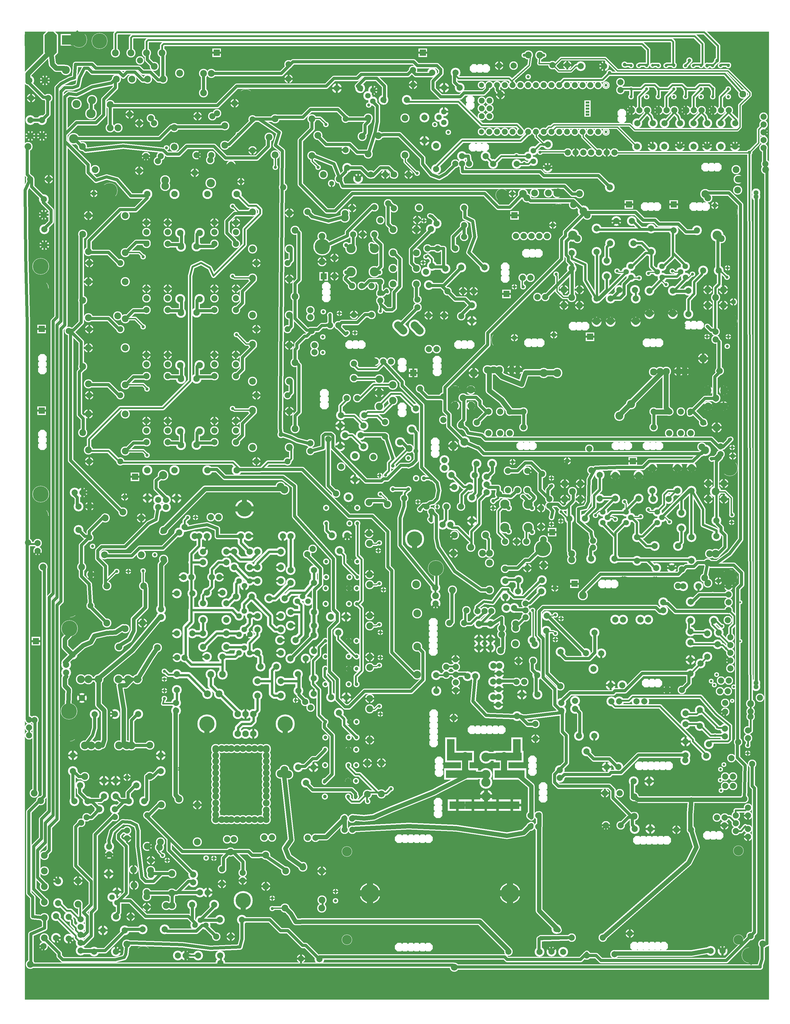
<source format=gbr>
%FSLAX34Y34*%
%MOMM*%
%LNCOPPER_BOTTOM*%
G71*
G01*
%ADD10C,3.200*%
%ADD11C,3.000*%
%ADD12C,1.600*%
%ADD13C,3.000*%
%ADD14C,2.800*%
%ADD15C,4.700*%
%ADD16C,1.400*%
%ADD17C,1.800*%
%ADD18C,1.200*%
%ADD19C,4.200*%
%ADD20C,1.800*%
%ADD21C,7.800*%
%ADD22C,3.400*%
%ADD23C,3.100*%
%ADD24C,2.800*%
%ADD25C,2.800*%
%ADD26C,2.400*%
%ADD27C,2.800*%
%ADD28C,5.200*%
%ADD29C,3.700*%
%ADD30C,2.600*%
%ADD31C,1.700*%
%ADD32C,3.700*%
%ADD33C,5.800*%
%ADD34C,3.800*%
%ADD35C,3.000*%
%ADD36C,3.200*%
%ADD37C,2.000*%
%ADD38C,1.800*%
%ADD39C,3.300*%
%ADD40C,2.900*%
%ADD41C,2.700*%
%ADD42C,4.200*%
%ADD43C,3.300*%
%ADD44C,6.200*%
%ADD45C,3.300*%
%ADD46C,3.400*%
%ADD47C,2.000*%
%ADD48C,2.600*%
%ADD49C,1.900*%
%ADD50C,2.200*%
%ADD51C,1.990*%
%ADD52C,3.300*%
%ADD53C,3.000*%
%ADD54C,6.800*%
%ADD55C,3.800*%
%ADD56C,3.500*%
%ADD57C,1.300*%
%ADD58C,4.400*%
%ADD59C,4.700*%
%ADD60C,3.400*%
%ADD61C,3.700*%
%ADD62C,3.000*%
%ADD63C,2.100*%
%ADD64C,0.800*%
%ADD65R,2.070X1.435*%
%ADD66C,2.700*%
%ADD67C,2.450*%
%ADD68C,1.100*%
%ADD69C,1.850*%
%ADD70C,2.000*%
%ADD71C,1.800*%
%ADD72C,1.400*%
%ADD73C,1.600*%
%ADD74C,4.200*%
%ADD75C,2.850*%
%ADD76C,3.400*%
%ADD77C,6.200*%
%ADD78C,2.400*%
%ADD79C,2.800*%
%ADD80C,5.400*%
%ADD81C,3.000*%
%ADD82C,2.400*%
%ADD83C,2.100*%
%ADD84C,0.733*%
%ADD85C,0.667*%
%ADD86C,3.345*%
%ADD87C,0.813*%
%ADD88C,6.067*%
%ADD89C,6.860*%
%ADD90C,1.403*%
%ADD91C,1.723*%
%ADD92C,1.380*%
%ADD93C,1.427*%
%ADD94C,1.033*%
%ADD95C,1.180*%
%ADD96C,1.220*%
%ADD97C,3.717*%
%ADD98C,0.680*%
%ADD99C,0.767*%
%ADD100C,1.264*%
%ADD101C,1.507*%
%ADD102C,1.687*%
%ADD103C,1.447*%
%ADD104C,2.100*%
%ADD105C,1.967*%
%ADD106C,2.973*%
%ADD107C,1.667*%
%ADD108C,0.700*%
%ADD109C,0.804*%
%ADD110C,0.672*%
%ADD111C,0.960*%
%ADD112C,0.616*%
%ADD113C,0.400*%
%ADD114C,0.333*%
%ADD115C,3.122*%
%ADD116C,0.833*%
%ADD117C,1.017*%
%ADD118C,0.600*%
%ADD119C,0.867*%
%ADD120C,1.527*%
%ADD121C,0.533*%
%ADD122C,3.865*%
%ADD123C,2.000*%
%ADD124C,1.800*%
%ADD125C,2.200*%
%ADD126C,4.500*%
%ADD127C,1.000*%
%ADD128C,3.000*%
%ADD129C,1.000*%
%ADD130C,7.000*%
%ADD131C,2.600*%
%ADD132C,2.300*%
%ADD133C,2.000*%
%ADD134C,2.000*%
%ADD135C,5.000*%
%ADD136C,2.500*%
%ADD137C,0.900*%
%ADD138C,2.500*%
%ADD139C,3.000*%
%ADD140C,2.200*%
%ADD141C,1.200*%
%ADD142C,1.000*%
%ADD143C,2.100*%
%ADD144C,1.900*%
%ADD145C,4.000*%
%ADD146C,5.000*%
%ADD147C,2.100*%
%ADD148C,2.200*%
%ADD149C,1.500*%
%ADD150C,0.790*%
%ADD151C,2.500*%
%ADD152C,2.200*%
%ADD153C,6.000*%
%ADD154C,3.000*%
%ADD155C,2.700*%
%ADD156C,0.500*%
%ADD157C,4.200*%
%ADD158C,4.500*%
%ADD159C,2.600*%
%ADD160C,2.500*%
%ADD161C,1.300*%
%ADD162C,0.000*%
%ADD163R,1.270X0.635*%
%ADD164C,1.900*%
%ADD165C,1.650*%
%ADD166C,0.300*%
%ADD167C,1.050*%
%ADD168C,1.200*%
%ADD169C,1.000*%
%ADD170C,0.600*%
%ADD171C,0.800*%
%ADD172C,2.050*%
%ADD173C,3.200*%
%ADD174C,1.600*%
%ADD175C,2.600*%
%ADD176C,2.200*%
%ADD177C,1.600*%
%ADD178C,1.300*%
%LPD*%
G36*
X-1631950Y3098800D02*
X798050Y3098800D01*
X798050Y-61200D01*
X-1631950Y-61200D01*
X-1631950Y3098800D01*
G37*
%LPC*%
X234895Y2379771D02*
G54D10*
D03*
X234945Y2456021D02*
G54D10*
D03*
X153901Y2376371D02*
G54D10*
D03*
X154014Y2325390D02*
G54D10*
D03*
X268201Y2350971D02*
G54D10*
D03*
X268313Y2299990D02*
G54D10*
D03*
X234911Y2151171D02*
G54D10*
D03*
X234961Y2227421D02*
G54D10*
D03*
X355632Y2407785D02*
G54D10*
D03*
X279382Y2407835D02*
G54D10*
D03*
X280591Y2227421D02*
G54D10*
D03*
X280541Y2151171D02*
G54D10*
D03*
X412694Y2379770D02*
G54D10*
D03*
X412744Y2456020D02*
G54D10*
D03*
X310026Y2255255D02*
G54D10*
D03*
X407591Y2252821D02*
G54D10*
D03*
X407541Y2176571D02*
G54D10*
D03*
X483790Y2252821D02*
G54D10*
D03*
X483740Y2176571D02*
G54D10*
D03*
X534590Y2252821D02*
G54D10*
D03*
X534540Y2176571D02*
G54D10*
D03*
X634062Y2318866D02*
G54D10*
D03*
X583082Y2318753D02*
G54D10*
D03*
X562608Y2449589D02*
G54D10*
D03*
X486358Y2449639D02*
G54D10*
D03*
X347266Y2332196D02*
G54D11*
D03*
X331366Y2314621D02*
G54D11*
D03*
X347300Y2297005D02*
G54D11*
D03*
X448866Y2332196D02*
G54D11*
D03*
X432966Y2314621D02*
G54D11*
D03*
X448900Y2297005D02*
G54D11*
D03*
X525066Y2332196D02*
G54D11*
D03*
X509166Y2314621D02*
G54D11*
D03*
X525100Y2297005D02*
G54D11*
D03*
G54D12*
X234961Y2227421D02*
X236116Y2224346D01*
X236116Y2376746D01*
X234895Y2379771D01*
G54D12*
X412744Y2456020D02*
X413916Y2452946D01*
X236116Y2452946D01*
X234945Y2456021D01*
G54D12*
X279382Y2407835D02*
X280566Y2408496D01*
X267866Y2395796D01*
X267866Y2351346D01*
X268201Y2350971D01*
G54D12*
X234961Y2227421D02*
X236116Y2224346D01*
X267866Y2256096D01*
X267866Y2300546D01*
X268314Y2299990D01*
G54D12*
X331366Y2314621D02*
X331366Y2313246D01*
X242466Y2224346D01*
X236116Y2224346D01*
X234961Y2227421D01*
G54D12*
X448901Y2297005D02*
X452016Y2294196D01*
X407566Y2249746D01*
X407591Y2252821D01*
G54D12*
X432966Y2314621D02*
X432966Y2313246D01*
X413916Y2332296D01*
X413916Y2376746D01*
X412695Y2379770D01*
G54D12*
X448866Y2332196D02*
X452016Y2332296D01*
X483766Y2364046D01*
X483766Y2446596D01*
X486358Y2449639D01*
G54D12*
X412695Y2379770D02*
X413916Y2376746D01*
X382166Y2408496D01*
X356766Y2408496D01*
X355632Y2407785D01*
G54D12*
X525066Y2332196D02*
X528216Y2332296D01*
X483766Y2376746D01*
X483766Y2446596D01*
X486358Y2449639D01*
G54D12*
X583082Y2318753D02*
X585366Y2319596D01*
X579016Y2313246D01*
X579016Y2306896D01*
X553616Y2281496D01*
X553616Y2243396D01*
X534566Y2224346D01*
X534566Y2173546D01*
X534540Y2176571D01*
G54D12*
X525100Y2297005D02*
X528216Y2294196D01*
X483766Y2249746D01*
X483790Y2252821D01*
G54D12*
X347266Y2332196D02*
X350416Y2332296D01*
X394866Y2376746D01*
X413916Y2376746D01*
X412695Y2379770D01*
G54D12*
X486358Y2449639D02*
X483766Y2446596D01*
X477416Y2452946D01*
X413916Y2452946D01*
X412744Y2456020D01*
X128166Y2256096D02*
G54D13*
D03*
X178966Y2256096D02*
G54D13*
D03*
X153566Y2230696D02*
G54D13*
D03*
X178966Y2205296D02*
G54D13*
D03*
X128166Y2205296D02*
G54D13*
D03*
X598066Y2256096D02*
G54D13*
D03*
X648866Y2256096D02*
G54D13*
D03*
X623466Y2230696D02*
G54D13*
D03*
X648866Y2205296D02*
G54D13*
D03*
X598066Y2205296D02*
G54D13*
D03*
G54D12*
X153566Y2230696D02*
X153566Y2325946D01*
X154014Y2325390D01*
G54D12*
X234961Y2227421D02*
X236116Y2224346D01*
X198016Y2287846D01*
X198016Y2338646D01*
X153566Y2357696D01*
X153566Y2376746D01*
X153902Y2376371D01*
G54D12*
X622672Y2230696D02*
X622672Y2262446D01*
X635372Y2275146D01*
X635372Y2319596D01*
X633269Y2318865D01*
X299592Y2480405D02*
G54D10*
D03*
X350572Y2480518D02*
G54D10*
D03*
G54D12*
X509166Y2314621D02*
X509166Y2311646D01*
X496466Y2298946D01*
X452016Y2298946D01*
X448901Y2297005D01*
X234911Y2151171D02*
G54D14*
D03*
X280541Y2151171D02*
G54D14*
D03*
X407541Y2176571D02*
G54D14*
D03*
X483740Y2176571D02*
G54D14*
D03*
X234911Y2151171D02*
G54D14*
D03*
X110490Y2510790D02*
G54D15*
D03*
X360826Y2255255D02*
G54D10*
D03*
X363141Y2227421D02*
G54D10*
D03*
X363091Y2151171D02*
G54D10*
D03*
G54D16*
X347301Y2297005D02*
X350416Y2298946D01*
X325016Y2273546D01*
X325016Y2241796D01*
X312316Y2229096D01*
X280566Y2229096D01*
X280591Y2227421D01*
G54D16*
X310026Y2255255D02*
X312316Y2254496D01*
X286916Y2229096D01*
X280566Y2229096D01*
X280591Y2227421D01*
G54D16*
X363141Y2227421D02*
X363116Y2229096D01*
X363116Y2254496D01*
X360826Y2255255D01*
G54D12*
X350572Y2480518D02*
X353616Y2479896D01*
X379016Y2454496D01*
X410766Y2454496D01*
X412744Y2456020D01*
X192141Y2512571D02*
G54D10*
D03*
G54D16*
X534590Y2252821D02*
X535966Y2251396D01*
X485966Y2251396D01*
X483790Y2252821D01*
X103366Y2306796D02*
G54D17*
D03*
G54D18*
X103366Y2306796D02*
X100966Y2306396D01*
X105966Y2301396D01*
X105966Y2251396D01*
X125966Y2231396D01*
X155966Y2231396D01*
X153566Y2230696D01*
X280541Y2151171D02*
G54D14*
D03*
X363091Y2151171D02*
G54D14*
D03*
X407541Y2176571D02*
G54D14*
D03*
X483740Y2176571D02*
G54D14*
D03*
X670322Y2509996D02*
G54D15*
D03*
X110490Y2152014D02*
G54D15*
D03*
X669686Y2153602D02*
G54D15*
D03*
X160516Y2433796D02*
G54D17*
D03*
X157340Y2433797D02*
G54D19*
D03*
G54D20*
X157340Y2433796D02*
X155178Y2433002D01*
X136128Y2413952D01*
X136128Y2369502D01*
X142478Y2363152D01*
X142478Y2350452D01*
X155178Y2337752D01*
X155178Y2229802D01*
X153566Y2230696D01*
X629065Y2433797D02*
G54D19*
D03*
G54D20*
X624065Y2433796D02*
X625078Y2433002D01*
X631428Y2426652D01*
X631428Y2318702D01*
X634062Y2318866D01*
X243116Y1844555D02*
G54D21*
D03*
X173266Y1984256D02*
G54D21*
D03*
X106591Y1984255D02*
G54D22*
D03*
X309791Y1844555D02*
G54D22*
D03*
X-102284Y1994355D02*
G54D23*
D03*
X-22284Y1994355D02*
G54D24*
D03*
X442716Y1989355D02*
G54D24*
D03*
X522716Y1989355D02*
G54D24*
D03*
X-22284Y1994355D02*
G54D23*
D03*
X442716Y1989355D02*
G54D23*
D03*
X522716Y1989355D02*
G54D13*
D03*
X-82284Y1994355D02*
G54D23*
D03*
X-42284Y1994355D02*
G54D23*
D03*
X462716Y1989356D02*
G54D23*
D03*
X502716Y1989355D02*
G54D23*
D03*
X-226709Y1878025D02*
G54D13*
D03*
X-226709Y1928825D02*
G54D13*
D03*
X-201309Y1903425D02*
G54D13*
D03*
X-175909Y1928826D02*
G54D13*
D03*
X-175909Y1878025D02*
G54D13*
D03*
X-226709Y1876755D02*
G54D25*
D03*
X-175909Y1876755D02*
G54D14*
D03*
X598791Y1876755D02*
G54D13*
D03*
X598791Y1927555D02*
G54D13*
D03*
X624191Y1902155D02*
G54D13*
D03*
X649591Y1927555D02*
G54D13*
D03*
X649591Y1876755D02*
G54D13*
D03*
X598791Y1876755D02*
G54D25*
D03*
X649591Y1876755D02*
G54D14*
D03*
G54D26*
X-102284Y1994355D02*
X-98084Y1998056D01*
X-72684Y1972655D01*
X-9184Y1947256D01*
X3516Y1985355D01*
X105116Y1985355D01*
X106591Y1984255D01*
G54D26*
X442716Y1989355D02*
X448016Y1985355D01*
X308316Y1845655D01*
X309791Y1844555D01*
X472248Y1788118D02*
G54D27*
D03*
X472248Y1857968D02*
G54D27*
D03*
X542098Y1788118D02*
G54D27*
D03*
X542098Y1857968D02*
G54D27*
D03*
X510348Y1857968D02*
G54D27*
D03*
X510348Y1788118D02*
G54D27*
D03*
X542099Y1788118D02*
G54D14*
D03*
X542099Y1857968D02*
G54D14*
D03*
X-118302Y1788118D02*
G54D27*
D03*
X-118302Y1857968D02*
G54D27*
D03*
X-48452Y1788118D02*
G54D27*
D03*
X-48452Y1857968D02*
G54D27*
D03*
X-80202Y1857968D02*
G54D27*
D03*
X-80202Y1788118D02*
G54D27*
D03*
X-48451Y1788118D02*
G54D14*
D03*
X-48451Y1857968D02*
G54D14*
D03*
G54D26*
X-48451Y1857968D02*
X-45809Y1857255D01*
X-74409Y1895156D01*
X-115659Y1927105D01*
X-115659Y1996955D01*
X-114984Y1994355D01*
X522716Y1989355D02*
G54D23*
D03*
X-4001Y1857968D02*
G54D25*
D03*
G54D26*
X-10351Y1857968D02*
X-7709Y1857255D01*
X-45809Y1857255D01*
X-48451Y1857968D01*
X421449Y1857968D02*
G54D25*
D03*
G54D26*
X421449Y1857968D02*
X424091Y1857255D01*
X474891Y1857256D01*
X472249Y1857968D01*
G54D20*
X542099Y1851618D02*
X538391Y1850905D01*
X589191Y1901706D01*
X627291Y1901705D01*
X624191Y1895805D01*
G54D26*
X472249Y1857968D02*
X474891Y1857256D01*
X462191Y1869955D01*
X462191Y1984255D01*
X462716Y1989356D01*
X636991Y1991080D02*
G54D25*
D03*
X-207559Y1813280D02*
G54D25*
D03*
G54D20*
X-207559Y1813280D02*
X-210909Y1819155D01*
X-198209Y1831855D01*
X-198209Y1908055D01*
X-201309Y1902155D01*
G54D20*
X630641Y1991080D02*
X633641Y1996955D01*
X633641Y1984256D01*
X620941Y1971555D01*
X620941Y1908056D01*
X617841Y1902155D01*
X-226709Y1927555D02*
G54D14*
D03*
X-175909Y1927556D02*
G54D14*
D03*
X598791Y1927555D02*
G54D14*
D03*
X649591Y1927555D02*
G54D14*
D03*
X649591Y1876755D02*
G54D14*
D03*
X110490Y1674177D02*
G54D15*
D03*
X670322Y1673384D02*
G54D28*
D03*
X110490Y1315402D02*
G54D28*
D03*
X669686Y1316990D02*
G54D15*
D03*
X624065Y1597184D02*
G54D29*
D03*
X-490334Y2314256D02*
G54D30*
D03*
X-490334Y2390456D02*
G54D30*
D03*
X-566534Y2314256D02*
G54D30*
D03*
X-490334Y2314256D02*
G54D30*
D03*
X-566534Y2390456D02*
G54D30*
D03*
X-566534Y2314256D02*
G54D30*
D03*
X-490334Y2390456D02*
G54D30*
D03*
X-566534Y2390456D02*
G54D30*
D03*
X-490422Y2525479D02*
G54D27*
D03*
X-490422Y2436579D02*
G54D27*
D03*
X-528522Y2436579D02*
G54D27*
D03*
X-560272Y2436579D02*
G54D27*
D03*
X-500066Y2173689D02*
G54D27*
D03*
X-563565Y2268939D02*
G54D27*
D03*
X-531816Y2268939D02*
G54D27*
D03*
X-500066Y2268939D02*
G54D27*
D03*
G54D31*
X-560272Y2436579D02*
X-560184Y2434906D01*
X-560184Y2396806D01*
X-566534Y2390456D01*
G54D20*
X-566534Y2314256D02*
X-585584Y2295206D01*
X-585584Y2290958D01*
X-563565Y2268939D01*
G54D20*
X-656034Y2396490D02*
X-578796Y2432179D01*
X-578796Y2444879D01*
X-496246Y2527429D01*
X-496772Y2525479D01*
X-471583Y2281228D02*
G54D27*
D03*
G54D20*
X-471582Y2281228D02*
X-468709Y2279015D01*
X-475059Y2285365D01*
X-506809Y2285365D01*
X-525859Y2266315D01*
X-532209Y2266315D01*
X-531815Y2268939D01*
X-563566Y2522939D02*
G54D27*
D03*
X-445972Y2538179D02*
G54D27*
D03*
X-283544Y2390490D02*
G54D27*
D03*
X-226394Y2390490D02*
G54D27*
D03*
X-197694Y2466690D02*
G54D27*
D03*
X-197694Y2523840D02*
G54D27*
D03*
X-258744Y2324866D02*
G54D10*
D03*
X-312696Y2270984D02*
G54D10*
D03*
X-258744Y2324866D02*
G54D14*
D03*
X-130968Y2328918D02*
G54D10*
D03*
X-207218Y2328968D02*
G54D10*
D03*
X-130968Y2328918D02*
G54D14*
D03*
X-251794Y2250790D02*
G54D27*
D03*
X-200994Y2250790D02*
G54D27*
D03*
G54D20*
X-207218Y2328968D02*
X-207294Y2326990D01*
X-264444Y2269840D01*
X-315244Y2269840D01*
X-312696Y2270984D01*
G54D20*
X-251794Y2250790D02*
X-251744Y2250790D01*
X-270794Y2269840D01*
X-315244Y2269840D01*
X-312696Y2270984D01*
G54D20*
X-258744Y2324866D02*
X-258094Y2326990D01*
X-264444Y2333340D01*
X-264444Y2390490D01*
X-283544Y2390490D01*
X-200994Y2250790D02*
G54D27*
D03*
X-172387Y2154684D02*
G54D10*
D03*
X-172499Y2205664D02*
G54D10*
D03*
X-172387Y2154684D02*
G54D10*
D03*
G54D20*
X-172499Y2205664D02*
X-175544Y2206340D01*
X-194594Y2225390D01*
X-226344Y2225390D01*
X-251744Y2250790D01*
X-251794Y2250790D01*
G54D20*
X-197694Y2466690D02*
X-194594Y2466690D01*
X-232694Y2428590D01*
X-232694Y2390490D01*
X-232744Y2390490D01*
G54D20*
X-130968Y2328918D02*
X-131094Y2326990D01*
X-181894Y2377790D01*
X-162894Y2428590D01*
X-169194Y2479390D01*
X-194594Y2492090D01*
X-194594Y2517490D01*
X-197694Y2517490D01*
X-197694Y2428590D02*
G54D27*
D03*
G54D20*
X-197694Y2428590D02*
X-197694Y2466690D01*
X-165944Y2250790D02*
G54D27*
D03*
X-316564Y2390490D02*
G54D27*
D03*
G54D20*
X-316564Y2390490D02*
X-315294Y2390490D01*
X-277194Y2390490D01*
X-283544Y2390490D01*
X-305644Y2453990D02*
G54D27*
D03*
X-429340Y2452494D02*
G54D13*
D03*
X-353140Y2452494D02*
G54D13*
D03*
X-429340Y2376294D02*
G54D13*
D03*
X-429340Y2325494D02*
G54D13*
D03*
X-429340Y2274694D02*
G54D13*
D03*
X-353140Y2376294D02*
G54D13*
D03*
X-353140Y2325494D02*
G54D13*
D03*
X-353140Y2274694D02*
G54D13*
D03*
X-353140Y2452494D02*
G54D27*
D03*
X-206889Y2169691D02*
G54D27*
D03*
X-263109Y2171936D02*
G54D27*
D03*
X-263109Y2171936D02*
G54D27*
D03*
X-313909Y2171936D02*
G54D27*
D03*
G54D20*
X-429339Y2452494D02*
X-426395Y2451229D01*
X-445445Y2470279D01*
X-445445Y2540129D01*
X-445972Y2538179D01*
G54D20*
X-429339Y2376295D02*
X-426395Y2375029D01*
X-407345Y2355979D01*
X-407345Y2267079D01*
X-426395Y2248029D01*
X-426395Y2197229D01*
X-432745Y2190879D01*
X-451795Y2190879D01*
X-470845Y2209929D01*
X-471372Y2223854D01*
G54D20*
X-353139Y2325495D02*
X-350195Y2324229D01*
X-369245Y2343279D01*
X-369245Y2387729D01*
X-305745Y2451229D01*
X-305644Y2453989D01*
G54D32*
X-341957Y2122446D02*
X-359635Y2140124D01*
G54D32*
X-395932Y2122446D02*
X-413610Y2140124D01*
X-660797Y2396490D02*
G54D33*
D03*
X-344884Y2523490D02*
G54D25*
D03*
X-566534Y2390456D02*
G54D34*
D03*
X-566534Y2314256D02*
G54D34*
D03*
X-490334Y2314256D02*
G54D34*
D03*
X-490334Y2390456D02*
G54D34*
D03*
G54D20*
X-490334Y2314256D02*
X-488474Y2313340D01*
X-469424Y2332390D01*
X-469424Y2402240D01*
X-488474Y2421290D01*
X-488474Y2433990D01*
X-490422Y2436579D01*
X-64256Y1556054D02*
G54D30*
D03*
X-64256Y1479854D02*
G54D30*
D03*
X11944Y1556054D02*
G54D30*
D03*
X-64256Y1556054D02*
G54D30*
D03*
X11944Y1479854D02*
G54D30*
D03*
X11944Y1556054D02*
G54D30*
D03*
X-64256Y1479854D02*
G54D30*
D03*
X11944Y1479854D02*
G54D30*
D03*
X-64168Y1344831D02*
G54D27*
D03*
X-64168Y1433731D02*
G54D27*
D03*
X-26068Y1433731D02*
G54D27*
D03*
X5682Y1433731D02*
G54D27*
D03*
X8976Y1664871D02*
G54D27*
D03*
X-54524Y1664871D02*
G54D27*
D03*
X8975Y1601371D02*
G54D27*
D03*
X-22774Y1601371D02*
G54D27*
D03*
X-54524Y1601371D02*
G54D27*
D03*
G54D16*
X5682Y1433731D02*
X5594Y1435404D01*
X5594Y1473504D01*
X11945Y1479854D01*
G54D20*
X11944Y1556054D02*
X30995Y1575104D01*
X30994Y1579352D01*
X8975Y1601371D01*
X-83007Y1589082D02*
G54D27*
D03*
G54D20*
X-83008Y1589082D02*
X-85881Y1591295D01*
X-79531Y1584945D01*
X-44606Y1581770D01*
X-22774Y1601371D01*
X-22380Y1603995D01*
X-22774Y1601371D01*
X8976Y1347371D02*
G54D27*
D03*
X56994Y1654795D02*
G54D25*
D03*
G54D20*
X56994Y1413495D02*
X59775Y1410871D01*
X53425Y1404521D01*
X47075Y1404521D01*
X15325Y1372771D01*
X2625Y1372771D01*
X-22775Y1347371D01*
X-67225Y1347371D01*
X-64168Y1344831D01*
G54D20*
X56994Y1654795D02*
X59776Y1652171D01*
X21675Y1690271D01*
X2626Y1690271D01*
X-22775Y1664871D01*
X-54525Y1664871D01*
X11944Y1479854D02*
G54D34*
D03*
X11944Y1556054D02*
G54D34*
D03*
X-64256Y1556054D02*
G54D34*
D03*
X-64256Y1479854D02*
G54D34*
D03*
G54D16*
X-64256Y1556054D02*
X-66831Y1553195D01*
X-85880Y1534145D01*
X-85881Y1464295D01*
X-66831Y1445245D01*
X-66831Y1432545D01*
X-64168Y1433731D01*
X-235514Y1275660D02*
G54D13*
D03*
X-232340Y1396310D02*
G54D13*
D03*
X-114864Y1275660D02*
G54D13*
D03*
X-114864Y1396310D02*
G54D13*
D03*
X-175189Y1415774D02*
G54D13*
D03*
X-232340Y1396310D02*
G54D35*
D03*
X-228718Y1455129D02*
G54D13*
D03*
X-127118Y1455128D02*
G54D13*
D03*
X-228718Y1455129D02*
G54D13*
D03*
X-430285Y1945003D02*
G54D36*
D03*
X-430285Y1894203D02*
G54D36*
D03*
X-474735Y1919604D02*
G54D36*
D03*
X-474735Y1875153D02*
G54D36*
D03*
X-474735Y1964053D02*
G54D36*
D03*
X-462035Y2021203D02*
G54D27*
D03*
X-487435Y2021203D02*
G54D27*
D03*
X-436635Y2021203D02*
G54D27*
D03*
X-523120Y1846578D02*
G54D10*
D03*
X-599370Y1846628D02*
G54D10*
D03*
X-602062Y1812318D02*
G54D10*
D03*
X-525812Y1812268D02*
G54D10*
D03*
X-586128Y1780842D02*
G54D10*
D03*
X-535148Y1780954D02*
G54D10*
D03*
X-557285Y2014941D02*
G54D27*
D03*
X-557285Y1967141D02*
G54D27*
D03*
X-553675Y1713316D02*
G54D10*
D03*
X-553725Y1637067D02*
G54D10*
D03*
X-493785Y1662254D02*
G54D27*
D03*
X-493785Y1710053D02*
G54D27*
D03*
X-581229Y1902097D02*
G54D27*
D03*
X-546129Y1902098D02*
G54D27*
D03*
X-455685Y1776553D02*
G54D27*
D03*
X-455685Y1824354D02*
G54D27*
D03*
X-602007Y1744671D02*
G54D10*
D03*
X-525757Y1744621D02*
G54D10*
D03*
X-354810Y1868248D02*
G54D10*
D03*
X-493785Y1662254D02*
G54D27*
D03*
G54D16*
X-557285Y2008591D02*
X-556585Y2009773D01*
X-543885Y1997074D01*
X-480385Y1997073D01*
X-461335Y2016124D01*
X-461335Y2022474D01*
X-462035Y2021203D01*
G54D16*
X-557285Y1973491D02*
X-556585Y1971674D01*
X-550235Y1965324D01*
X-474035Y1965324D01*
X-474735Y1964053D01*
G54D16*
X-539779Y1902098D02*
X-537535Y1901824D01*
X-493085Y1946274D01*
X-429585Y1946273D01*
X-430285Y1945003D01*
G54D16*
X-523120Y1846578D02*
X-524835Y1844673D01*
X-512135Y1857374D01*
X-461335Y1857374D01*
X-429585Y1889123D01*
X-429585Y1895474D01*
X-430285Y1894203D01*
G54D16*
X-574879Y1902097D02*
X-575635Y1901824D01*
X-601035Y1876423D01*
X-601035Y1844674D01*
X-599370Y1846628D01*
G54D16*
X-525812Y1812268D02*
X-524835Y1812924D01*
X-556585Y1844674D01*
X-601035Y1844674D01*
X-599370Y1846628D01*
G54D16*
X-455685Y1818004D02*
X-454985Y1819274D01*
X-480385Y1844674D01*
X-524835Y1844673D01*
X-523120Y1846578D01*
G54D16*
X-455685Y1782903D02*
X-454985Y1781173D01*
X-537535Y1781173D01*
X-535148Y1780954D01*
G54D16*
X-525757Y1744621D02*
X-524835Y1743073D01*
X-562935Y1781173D01*
X-588335Y1781173D01*
X-586128Y1780842D01*
G36*
X-349735Y1998373D02*
X-349735Y1970373D01*
X-377735Y1970373D01*
X-377735Y1998373D01*
X-349735Y1998373D01*
G37*
X-379485Y1706792D02*
G54D37*
D03*
X-379485Y1681392D02*
G54D38*
D03*
X-430285Y1706791D02*
G54D38*
D03*
X-430285Y1681391D02*
G54D37*
D03*
X-379485Y1605191D02*
G54D38*
D03*
X-430285Y1605191D02*
G54D38*
D03*
X-377453Y1737557D02*
G54D13*
D03*
G54D20*
X-430285Y1706791D02*
X-455685Y1782991D01*
X-538235Y1782992D01*
X-535148Y1780954D01*
G54D16*
X-354810Y1868248D02*
X-354085Y1865541D01*
X-404885Y1916342D01*
X-436635Y1916341D01*
X-474735Y1878241D01*
X-474735Y1875153D01*
X-393148Y1575052D02*
G54D25*
D03*
G54D16*
X-430285Y1605191D02*
X-379485Y1605191D01*
X-430285Y1706791D02*
G54D37*
D03*
X-379485Y1605191D02*
G54D37*
D03*
X-430285Y1605191D02*
G54D37*
D03*
X-1165276Y1758104D02*
G54D27*
D03*
X-1235126Y1758104D02*
G54D27*
D03*
X-1165276Y1827954D02*
G54D27*
D03*
X-1235126Y1827954D02*
G54D27*
D03*
X-1235126Y1796204D02*
G54D27*
D03*
X-1165276Y1796204D02*
G54D27*
D03*
X-1121868Y1749333D02*
G54D39*
D03*
X-1070886Y1749445D02*
G54D39*
D03*
X-943026Y1758104D02*
G54D27*
D03*
X-1012876Y1758104D02*
G54D27*
D03*
X-943026Y1827954D02*
G54D27*
D03*
X-1012876Y1827954D02*
G54D27*
D03*
X-1012876Y1796204D02*
G54D27*
D03*
X-943026Y1796204D02*
G54D27*
D03*
X-1060803Y1793431D02*
G54D10*
D03*
X-1060916Y1844411D02*
G54D10*
D03*
X-1124303Y1793431D02*
G54D10*
D03*
X-1124416Y1844411D02*
G54D10*
D03*
G54D20*
X-1060803Y1793431D02*
X-1063676Y1796204D01*
X-1070026Y1789854D01*
X-1070026Y1751754D01*
X-1070886Y1749445D01*
G54D20*
X-1124303Y1793431D02*
X-1127176Y1796204D01*
X-1120826Y1789854D01*
X-1120826Y1751754D01*
X-1121867Y1749333D01*
X-943026Y1827954D02*
G54D14*
D03*
X-1012876Y1827954D02*
G54D14*
D03*
X-1060916Y1844412D02*
G54D40*
D03*
X-1124416Y1844412D02*
G54D14*
D03*
X-1165276Y1827954D02*
G54D14*
D03*
X-1235126Y1827954D02*
G54D14*
D03*
X-1124303Y1793431D02*
G54D39*
D03*
X-1124416Y1844411D02*
G54D39*
D03*
X-1060916Y1844411D02*
G54D39*
D03*
X-1060803Y1793431D02*
G54D39*
D03*
X-888813Y1862396D02*
G54D13*
D03*
X-768163Y1859222D02*
G54D13*
D03*
X-888813Y1741746D02*
G54D13*
D03*
X-768163Y1741746D02*
G54D13*
D03*
X-749350Y1802071D02*
G54D13*
D03*
X-875306Y1695466D02*
G54D41*
D03*
X-773706Y1695467D02*
G54D41*
D03*
X-768163Y1859222D02*
G54D13*
D03*
X-1303808Y1729658D02*
G54D13*
D03*
X-1424458Y1732832D02*
G54D13*
D03*
X-1303808Y1850308D02*
G54D13*
D03*
X-1424458Y1850308D02*
G54D13*
D03*
X-1443270Y1789983D02*
G54D13*
D03*
X-1424457Y1732832D02*
G54D13*
D03*
X-1424458Y1850308D02*
G54D13*
D03*
X-1421406Y1695466D02*
G54D41*
D03*
X-1319806Y1695467D02*
G54D41*
D03*
X-875306Y1695466D02*
G54D27*
D03*
X-1421406Y1695466D02*
G54D27*
D03*
G54D16*
X-773706Y1695466D02*
X-775053Y1691830D01*
X-762353Y1704530D01*
X-762353Y1742630D01*
X-768163Y1741746D01*
G54D20*
X-1012876Y1758104D02*
X-1016353Y1755330D01*
X-1067153Y1755330D01*
X-1070886Y1749446D01*
G54D16*
X-1319806Y1695466D02*
X-1321153Y1691830D01*
X-1359253Y1729930D01*
X-1422753Y1729930D01*
X-1424457Y1732832D01*
X-1165276Y1974004D02*
G54D27*
D03*
X-1235126Y1974004D02*
G54D27*
D03*
X-1165276Y2043854D02*
G54D27*
D03*
X-1235126Y2043854D02*
G54D27*
D03*
X-1235126Y2012104D02*
G54D27*
D03*
X-1165276Y2012104D02*
G54D27*
D03*
X-1121868Y1965233D02*
G54D39*
D03*
X-1070886Y1965345D02*
G54D39*
D03*
X-943026Y1974004D02*
G54D27*
D03*
X-1012876Y1974004D02*
G54D27*
D03*
X-943026Y2043854D02*
G54D27*
D03*
X-1012876Y2043854D02*
G54D27*
D03*
X-1012876Y2012104D02*
G54D27*
D03*
X-943026Y2012104D02*
G54D27*
D03*
X-1060803Y2009331D02*
G54D10*
D03*
X-1060916Y2060312D02*
G54D10*
D03*
X-1124303Y2009331D02*
G54D10*
D03*
X-1124416Y2060311D02*
G54D10*
D03*
G54D20*
X-1060803Y2009331D02*
X-1063676Y2012104D01*
X-1070026Y2005754D01*
X-1070026Y1967654D01*
X-1070886Y1965345D01*
G54D20*
X-1124303Y2009331D02*
X-1127176Y2012104D01*
X-1120826Y2005754D01*
X-1120826Y1967654D01*
X-1121867Y1965233D01*
X-943026Y2043854D02*
G54D14*
D03*
X-1012876Y2043854D02*
G54D14*
D03*
X-1060916Y2060312D02*
G54D40*
D03*
X-1124416Y2060312D02*
G54D14*
D03*
X-1165276Y2043854D02*
G54D14*
D03*
X-1235126Y2043854D02*
G54D14*
D03*
X-1124303Y2009331D02*
G54D39*
D03*
X-1124416Y2060311D02*
G54D39*
D03*
X-1060916Y2060312D02*
G54D39*
D03*
X-1060803Y2009331D02*
G54D39*
D03*
X-888813Y2078296D02*
G54D13*
D03*
X-768163Y2075122D02*
G54D13*
D03*
X-888813Y1957646D02*
G54D13*
D03*
X-768163Y1957646D02*
G54D13*
D03*
X-749350Y2017971D02*
G54D13*
D03*
X-875306Y1911366D02*
G54D41*
D03*
X-773706Y1911367D02*
G54D41*
D03*
X-768163Y2075122D02*
G54D13*
D03*
X-1303808Y1945558D02*
G54D13*
D03*
X-1424458Y1948732D02*
G54D13*
D03*
X-1303808Y2066208D02*
G54D13*
D03*
X-1424458Y2066208D02*
G54D13*
D03*
X-1443270Y2005883D02*
G54D13*
D03*
X-1424457Y1948731D02*
G54D13*
D03*
X-1424458Y2066208D02*
G54D13*
D03*
X-1421406Y1911366D02*
G54D41*
D03*
X-1319806Y1911367D02*
G54D41*
D03*
X-875306Y1911366D02*
G54D27*
D03*
X-1421406Y1911366D02*
G54D27*
D03*
G54D20*
X-773706Y1911366D02*
X-775053Y1907730D01*
X-762353Y1920430D01*
X-762353Y1958530D01*
X-768163Y1957646D01*
G54D20*
X-1012876Y1974004D02*
X-1016353Y1971230D01*
X-1067153Y1971230D01*
X-1070886Y1965345D01*
G54D20*
X-1121867Y1965233D02*
X-1117953Y1971230D01*
X-1168753Y1971230D01*
X-1165276Y1974004D01*
G54D20*
X-1319806Y1911366D02*
X-1321153Y1907730D01*
X-1359253Y1945830D01*
X-1422753Y1945830D01*
X-1424457Y1948731D01*
X-1165276Y2189904D02*
G54D27*
D03*
X-1235126Y2189904D02*
G54D27*
D03*
X-1165276Y2259754D02*
G54D27*
D03*
X-1235126Y2259754D02*
G54D27*
D03*
X-1235126Y2228004D02*
G54D27*
D03*
X-1165276Y2228004D02*
G54D27*
D03*
X-1121868Y2181133D02*
G54D39*
D03*
X-1070886Y2181245D02*
G54D39*
D03*
X-943026Y2189904D02*
G54D27*
D03*
X-1012876Y2189904D02*
G54D27*
D03*
X-943026Y2259754D02*
G54D27*
D03*
X-1012876Y2259754D02*
G54D27*
D03*
X-1012876Y2228004D02*
G54D27*
D03*
X-943026Y2228004D02*
G54D27*
D03*
X-1060803Y2225231D02*
G54D10*
D03*
X-1060916Y2276212D02*
G54D10*
D03*
X-1124303Y2225231D02*
G54D10*
D03*
X-1124416Y2276212D02*
G54D10*
D03*
G54D20*
X-1060803Y2225231D02*
X-1063676Y2228004D01*
X-1070026Y2221654D01*
X-1070026Y2183554D01*
X-1070886Y2181245D01*
G54D20*
X-1124303Y2225231D02*
X-1127176Y2228004D01*
X-1120826Y2221654D01*
X-1120826Y2183554D01*
X-1121867Y2181133D01*
X-943026Y2259754D02*
G54D14*
D03*
X-1012876Y2259754D02*
G54D14*
D03*
X-1060916Y2276212D02*
G54D40*
D03*
X-1124416Y2276212D02*
G54D14*
D03*
X-1165276Y2259754D02*
G54D14*
D03*
X-1235126Y2259754D02*
G54D14*
D03*
X-1124303Y2225231D02*
G54D39*
D03*
X-1124416Y2276212D02*
G54D39*
D03*
X-1060916Y2276212D02*
G54D39*
D03*
X-1060803Y2225231D02*
G54D39*
D03*
X-888813Y2294196D02*
G54D13*
D03*
X-768163Y2291022D02*
G54D13*
D03*
X-888813Y2173546D02*
G54D13*
D03*
X-768163Y2173546D02*
G54D13*
D03*
X-749350Y2233871D02*
G54D13*
D03*
X-875306Y2127266D02*
G54D41*
D03*
X-773706Y2127266D02*
G54D41*
D03*
X-768163Y2291022D02*
G54D13*
D03*
X-1303808Y2161458D02*
G54D13*
D03*
X-1424458Y2164632D02*
G54D13*
D03*
X-1303808Y2282108D02*
G54D13*
D03*
X-1424458Y2282108D02*
G54D13*
D03*
X-1443270Y2221783D02*
G54D13*
D03*
X-1424457Y2164632D02*
G54D13*
D03*
X-1424458Y2282108D02*
G54D13*
D03*
X-1421406Y2127266D02*
G54D41*
D03*
X-1319806Y2127266D02*
G54D41*
D03*
X-875306Y2127266D02*
G54D27*
D03*
X-1421406Y2127266D02*
G54D27*
D03*
G54D20*
X-773706Y2127266D02*
X-775053Y2123630D01*
X-762353Y2136330D01*
X-762353Y2174430D01*
X-768163Y2173546D01*
G54D20*
X-1012876Y2189904D02*
X-1016353Y2187130D01*
X-1067153Y2187130D01*
X-1070886Y2181246D01*
G54D20*
X-1121867Y2181133D02*
X-1117953Y2187130D01*
X-1168753Y2187130D01*
X-1165276Y2189904D01*
G54D20*
X-1319806Y2127266D02*
X-1321153Y2123630D01*
X-1359253Y2161730D01*
X-1422753Y2161730D01*
X-1424457Y2164632D01*
X-1165276Y2405804D02*
G54D27*
D03*
X-1235126Y2405804D02*
G54D27*
D03*
X-1165276Y2475654D02*
G54D27*
D03*
X-1235126Y2475654D02*
G54D27*
D03*
X-1235126Y2443904D02*
G54D27*
D03*
X-1165276Y2443904D02*
G54D27*
D03*
X-1121868Y2397033D02*
G54D39*
D03*
X-1070886Y2397145D02*
G54D39*
D03*
X-943026Y2405804D02*
G54D27*
D03*
X-1012876Y2405804D02*
G54D27*
D03*
X-943026Y2475654D02*
G54D27*
D03*
X-1012876Y2475654D02*
G54D27*
D03*
X-1012876Y2443904D02*
G54D27*
D03*
X-943026Y2443904D02*
G54D27*
D03*
X-1060803Y2441131D02*
G54D10*
D03*
X-1060916Y2492112D02*
G54D10*
D03*
X-1124303Y2441131D02*
G54D10*
D03*
X-1124416Y2492111D02*
G54D10*
D03*
G54D20*
X-1060803Y2441131D02*
X-1063676Y2443904D01*
X-1070026Y2437554D01*
X-1070026Y2399454D01*
X-1070886Y2397145D01*
G54D20*
X-1124303Y2441131D02*
X-1127176Y2443904D01*
X-1120826Y2437554D01*
X-1120826Y2399454D01*
X-1121867Y2397033D01*
X-943026Y2475654D02*
G54D14*
D03*
X-1012876Y2475654D02*
G54D14*
D03*
X-1060916Y2492112D02*
G54D40*
D03*
X-1124416Y2492112D02*
G54D14*
D03*
X-1165276Y2475654D02*
G54D14*
D03*
X-1235126Y2475654D02*
G54D14*
D03*
X-1124303Y2441131D02*
G54D39*
D03*
X-1124416Y2492111D02*
G54D39*
D03*
X-1060916Y2492111D02*
G54D39*
D03*
X-1060803Y2441131D02*
G54D39*
D03*
X-888813Y2510096D02*
G54D13*
D03*
X-768163Y2506922D02*
G54D13*
D03*
X-888813Y2389446D02*
G54D13*
D03*
X-768163Y2389446D02*
G54D13*
D03*
X-749350Y2449771D02*
G54D13*
D03*
X-875306Y2343166D02*
G54D41*
D03*
X-773706Y2343166D02*
G54D41*
D03*
X-768163Y2506922D02*
G54D13*
D03*
X-1303808Y2377358D02*
G54D13*
D03*
X-1424458Y2380532D02*
G54D13*
D03*
X-1303808Y2498008D02*
G54D13*
D03*
X-1424458Y2498008D02*
G54D13*
D03*
X-1443270Y2437683D02*
G54D13*
D03*
X-1424457Y2380532D02*
G54D13*
D03*
X-1424458Y2498008D02*
G54D13*
D03*
X-1421406Y2343166D02*
G54D41*
D03*
X-1319806Y2343166D02*
G54D41*
D03*
X-875306Y2343166D02*
G54D27*
D03*
X-1421406Y2343166D02*
G54D27*
D03*
G54D20*
X-773706Y2343166D02*
X-775053Y2339530D01*
X-762353Y2352230D01*
X-762353Y2390330D01*
X-768163Y2389446D01*
G54D20*
X-1121867Y2397034D02*
X-1117953Y2403030D01*
X-1168753Y2403030D01*
X-1165276Y2405804D01*
G54D20*
X-1319806Y2343166D02*
X-1321153Y2339530D01*
X-1359253Y2377630D01*
X-1422753Y2377630D01*
X-1424457Y2380532D01*
X-940152Y1666431D02*
G54D39*
D03*
X-940152Y1666431D02*
G54D39*
D03*
X-1035402Y1666431D02*
G54D39*
D03*
X-1035402Y1666431D02*
G54D39*
D03*
X-1143352Y1666431D02*
G54D39*
D03*
X-1143352Y1666431D02*
G54D39*
D03*
X-1232252Y1666431D02*
G54D39*
D03*
X-1232252Y1666431D02*
G54D39*
D03*
G54D16*
X-940152Y1666432D02*
X-940153Y1666430D01*
X-863953Y1666430D01*
X-838553Y1691830D01*
X-775053Y1691830D01*
X-773706Y1695466D01*
G54D16*
X-1319806Y1695466D02*
X-1321153Y1691830D01*
X-952853Y1691830D01*
X-927453Y1666430D01*
X-863953Y1666430D01*
X-838553Y1691830D01*
X-775053Y1691830D01*
X-773706Y1695466D01*
X-940152Y2568131D02*
G54D39*
D03*
X-940152Y2568131D02*
G54D39*
D03*
X-1035402Y2568131D02*
G54D39*
D03*
X-1035402Y2568131D02*
G54D39*
D03*
X-1143352Y2568131D02*
G54D39*
D03*
X-1143352Y2568131D02*
G54D39*
D03*
X-1232252Y2568131D02*
G54D39*
D03*
X-1232252Y2568131D02*
G54D39*
D03*
G54D20*
X-1232252Y2568131D02*
X-1232253Y2568130D01*
X-1232253Y2555430D01*
X-1270353Y2517330D01*
X-1321153Y2517330D01*
X-1422753Y2415730D01*
X-1422753Y2377630D01*
X-1424457Y2380532D01*
G54D16*
X-940153Y2568130D02*
X-902053Y2530030D01*
X-876653Y2530030D01*
X-863953Y2517330D01*
X-863953Y2504630D01*
X-914753Y2453830D01*
X-914753Y2403030D01*
X-1016353Y2301430D01*
X-1027906Y2328069D01*
X-1056481Y2343944D01*
X-1085056Y2331244D01*
X-1092553Y2301430D01*
X-1092553Y1958530D01*
X-1181453Y1869630D01*
X-1321153Y1869630D01*
X-1422753Y1768030D01*
X-1422753Y1729930D01*
X-1424457Y1732832D01*
G54D20*
X-888813Y1862396D02*
X-883003Y1856930D01*
X-921103Y1818830D01*
X-921103Y1780730D01*
X-946503Y1755330D01*
X-943026Y1758104D01*
G54D20*
X-888813Y2078296D02*
X-883003Y2072830D01*
X-921103Y2034730D01*
X-921103Y1996630D01*
X-946503Y1971230D01*
X-943026Y1974004D01*
G54D20*
X-888813Y2294196D02*
X-883003Y2288730D01*
X-921103Y2250630D01*
X-921103Y2212530D01*
X-946503Y2187130D01*
X-943026Y2189904D01*
G54D20*
X-888813Y2510096D02*
X-883003Y2504630D01*
X-946503Y2504630D01*
X-971903Y2479230D01*
X-971903Y2441130D01*
X-946503Y2415730D01*
X-946503Y2403030D01*
X-943026Y2405804D01*
G54D20*
X-1303807Y1729658D02*
X-1302103Y1729930D01*
X-1276703Y1755330D01*
X-1238603Y1755330D01*
X-1235126Y1758104D01*
G54D20*
X-1303807Y1945557D02*
X-1302103Y1945830D01*
X-1276703Y1971230D01*
X-1238603Y1971230D01*
X-1235126Y1974004D01*
G54D20*
X-1303807Y2161457D02*
X-1302103Y2161730D01*
X-1276703Y2187130D01*
X-1238603Y2187130D01*
X-1235126Y2189904D01*
G54D20*
X-749350Y2017972D02*
X-749653Y2022030D01*
X-736953Y2009330D01*
X-736953Y1856930D01*
X-749653Y1844230D01*
X-749653Y1806130D01*
X-749350Y1802071D01*
G54D20*
X-749350Y2449772D02*
X-749653Y2453830D01*
X-736953Y2441130D01*
X-736953Y2288730D01*
X-749653Y2276030D01*
X-749653Y2237930D01*
X-749350Y2233871D01*
G54D20*
X-1443270Y2437682D02*
X-1448153Y2441130D01*
X-1448153Y2225230D01*
X-1443270Y2221782D01*
X-1488888Y2121601D02*
G54D25*
D03*
X-695138Y2121601D02*
G54D25*
D03*
G54D20*
X-695138Y2121601D02*
X-692503Y2123630D01*
X-711553Y2104580D01*
X-717903Y2104580D01*
X-743303Y2079180D01*
X-743303Y2066480D01*
X-749653Y2060130D01*
X-749653Y2015680D01*
X-749350Y2017972D01*
G54D20*
X-695138Y2121601D02*
X-698853Y2123630D01*
X-711553Y2123630D01*
X-749653Y2161730D01*
X-749653Y2237930D01*
X-749350Y2233871D01*
G54D20*
X-1488888Y2121601D02*
X-1486253Y2123630D01*
X-1448153Y2085530D01*
X-1448153Y2009330D01*
X-1443270Y2005882D01*
G54D20*
X-1488888Y2121601D02*
X-1486253Y2123630D01*
X-1473553Y2123630D01*
X-1448153Y2149030D01*
X-1448153Y2225230D01*
X-1443270Y2221782D01*
X-83185Y2091689D02*
G54D28*
D03*
X-73661Y2564764D02*
G54D42*
D03*
X-622936Y2091689D02*
G54D28*
D03*
X-635636Y2561590D02*
G54D28*
D03*
X-1243989Y1288915D02*
G54D13*
D03*
X-1247163Y1168265D02*
G54D13*
D03*
X-1364638Y1288915D02*
G54D13*
D03*
X-1364638Y1168265D02*
G54D13*
D03*
X-1304314Y1149452D02*
G54D13*
D03*
X-1372188Y1390784D02*
G54D13*
D03*
X-1369014Y1511434D02*
G54D13*
D03*
X-1251538Y1390784D02*
G54D13*
D03*
X-1251539Y1511434D02*
G54D13*
D03*
X-1311864Y1530722D02*
G54D13*
D03*
X-1417268Y1326208D02*
G54D41*
D03*
X-1417268Y1224608D02*
G54D41*
D03*
X-1417268Y1326208D02*
G54D27*
D03*
X-1421066Y1549404D02*
G54D41*
D03*
X-1421066Y1447803D02*
G54D41*
D03*
X-1421066Y1549404D02*
G54D27*
D03*
X-1421066Y1549404D02*
G54D13*
D03*
X-1247163Y1168265D02*
G54D13*
D03*
X-1251539Y1511434D02*
G54D13*
D03*
G54D20*
X-1421066Y1447804D02*
X-1421788Y1447665D01*
X-1447188Y1422265D01*
X-1447188Y1320665D01*
X-1421788Y1295265D01*
X-1417268Y1224608D01*
X-1369014Y1511434D02*
G54D13*
D03*
X-1251539Y1511434D02*
G54D13*
D03*
G54D20*
X-1417268Y1224608D02*
X-1421788Y1225415D01*
X-1364638Y1168265D01*
G54D20*
X-1369014Y1511434D02*
X-1370988Y1517516D01*
X-1421788Y1466716D01*
X-1421788Y1454015D01*
X-1421066Y1447803D01*
X-1272778Y1597184D02*
G54D15*
D03*
X-320278Y1597184D02*
G54D15*
D03*
X-1272778Y698659D02*
G54D15*
D03*
X-320278Y695484D02*
G54D28*
D03*
X672373Y1121274D02*
G54D25*
D03*
X672374Y1095874D02*
G54D25*
D03*
X654910Y906962D02*
G54D25*
D03*
X654911Y878386D02*
G54D25*
D03*
X641189Y980024D02*
G54D25*
D03*
X666589Y980024D02*
G54D25*
D03*
X-354245Y1294683D02*
G54D43*
D03*
X-351070Y1199433D02*
G54D43*
D03*
X-351070Y1091483D02*
G54D43*
D03*
X-351070Y999408D02*
G54D43*
D03*
X-781639Y838945D02*
G54D44*
D03*
X-1037340Y838845D02*
G54D44*
D03*
X-936614Y870770D02*
G54D45*
D03*
X-911240Y870645D02*
G54D45*
D03*
X-885796Y870670D02*
G54D45*
D03*
X-688534Y937029D02*
G54D10*
D03*
X-688709Y988021D02*
G54D10*
D03*
X-986464Y1000895D02*
G54D46*
D03*
X-1035864Y936795D02*
G54D46*
D03*
X-997864Y936795D02*
G54D46*
D03*
X-1024564Y1000895D02*
G54D46*
D03*
G54D47*
X-1024640Y995076D02*
X-1024640Y963326D01*
X-999240Y937926D01*
X-1135740Y950045D02*
G54D10*
D03*
X-1135864Y1000962D02*
G54D10*
D03*
X-872214Y978620D02*
G54D10*
D03*
X-795964Y978570D02*
G54D10*
D03*
X-1138314Y881920D02*
G54D10*
D03*
X-1138314Y907420D02*
G54D10*
D03*
G54D47*
X-1135740Y997670D02*
X-1097640Y997670D01*
X-1037314Y937345D01*
G54D47*
X-1135740Y905595D02*
X-1135740Y946870D01*
X-872214Y930995D02*
G54D10*
D03*
X-795965Y930945D02*
G54D10*
D03*
X-897614Y1350095D02*
G54D10*
D03*
X-948531Y1349970D02*
G54D10*
D03*
X-932540Y1305645D02*
G54D11*
D03*
X-914964Y1289745D02*
G54D11*
D03*
X-897348Y1305680D02*
G54D11*
D03*
X-926190Y1451695D02*
G54D10*
D03*
X-900764Y1451745D02*
G54D10*
D03*
X-872214Y1305645D02*
G54D10*
D03*
X-796040Y1305645D02*
G54D10*
D03*
G54D47*
X-875390Y1307120D02*
X-900790Y1307120D01*
X-1050014Y1365970D02*
G54D10*
D03*
X-973764Y1365920D02*
G54D10*
D03*
X-891264Y1254845D02*
G54D10*
D03*
X-942181Y1254720D02*
G54D10*
D03*
X-897614Y1191345D02*
G54D11*
D03*
X-915214Y1207245D02*
G54D11*
D03*
X-932806Y1191310D02*
G54D11*
D03*
G54D47*
X-916664Y1207220D02*
X-916664Y1229445D01*
X-891264Y1254845D01*
G54D47*
X-1050014Y1365970D02*
X-1088114Y1365970D01*
G54D47*
X-872214Y1191345D02*
X-897614Y1191345D01*
X-897240Y1130945D02*
G54D48*
D03*
X-915214Y1146920D02*
G54D11*
D03*
X-932806Y1130985D02*
G54D11*
D03*
G54D47*
X-897614Y1191345D02*
X-897614Y1165945D01*
X-916664Y1146895D01*
X-872214Y1191345D02*
G54D10*
D03*
X-796040Y1191345D02*
G54D10*
D03*
X-897615Y1070645D02*
G54D11*
D03*
X-915214Y1086595D02*
G54D11*
D03*
X-932806Y1070660D02*
G54D11*
D03*
X-1050014Y1134195D02*
G54D10*
D03*
X-973764Y1134145D02*
G54D10*
D03*
X-1049806Y1090016D02*
G54D10*
D03*
X-973556Y1089966D02*
G54D10*
D03*
G54D47*
X-973814Y1089745D02*
X-916664Y1089745D01*
X-872214Y1070695D02*
G54D10*
D03*
X-795940Y1070645D02*
G54D10*
D03*
G54D47*
X-935714Y1134195D02*
X-973815Y1134195D01*
X-1005564Y1134195D01*
X-1050014Y1089745D01*
X-810894Y1025905D02*
G54D10*
D03*
X-861810Y1025780D02*
G54D10*
D03*
X-872214Y1146895D02*
G54D10*
D03*
X-795964Y1146845D02*
G54D10*
D03*
G54D49*
X-897614Y1070695D02*
X-897614Y1102445D01*
X-872214Y1127845D01*
X-872214Y1146895D01*
G54D47*
X-872214Y1070695D02*
X-897614Y1070695D01*
X-714939Y1052045D02*
G54D36*
D03*
X-739923Y1001113D02*
G54D36*
D03*
X-764822Y1052160D02*
G54D36*
D03*
X-707114Y1238970D02*
G54D11*
D03*
X-724915Y1254770D02*
G54D11*
D03*
X-742305Y1238935D02*
G54D11*
D03*
X-1062714Y1451695D02*
G54D10*
D03*
X-1037140Y1451645D02*
G54D10*
D03*
X-764264Y1340570D02*
G54D10*
D03*
X-688014Y1340520D02*
G54D10*
D03*
X-764264Y1299295D02*
G54D10*
D03*
X-688014Y1299245D02*
G54D10*
D03*
G54D47*
X-764264Y1445345D02*
X-764264Y1343745D01*
X-783314Y1248495D02*
G54D10*
D03*
X-834231Y1248370D02*
G54D10*
D03*
G54D47*
X-688064Y1337395D02*
X-688064Y1299295D01*
G54D47*
X-688064Y1299295D02*
X-726164Y1254845D01*
G54D47*
X-716640Y1267545D02*
X-764264Y1267545D01*
X-783314Y1248495D01*
G54D47*
X-834114Y1248495D02*
X-815064Y1248495D01*
X-764264Y1299295D01*
X-764264Y1204045D02*
G54D10*
D03*
X-688014Y1203995D02*
G54D10*
D03*
X-688114Y1077020D02*
G54D10*
D03*
X-688227Y1128000D02*
G54D10*
D03*
X-688065Y1159595D02*
G54D10*
D03*
X-764340Y1159645D02*
G54D10*
D03*
G54D50*
X-688064Y1162770D02*
X-688064Y1207220D01*
X-1113464Y1318370D02*
G54D10*
D03*
X-1088602Y1318058D02*
G54D11*
D03*
X-1084940Y1134195D02*
G54D10*
D03*
X-1135914Y1134045D02*
G54D10*
D03*
G54D47*
X-1050014Y1134195D02*
X-1081764Y1134195D01*
X-1050014Y1178645D02*
G54D10*
D03*
X-973764Y1178595D02*
G54D10*
D03*
G54D47*
X-935714Y1191345D02*
X-954764Y1210395D01*
X-1088114Y1210395D01*
G54D47*
X-1050014Y1134195D02*
X-1050014Y1178645D01*
X-986514Y1057995D02*
G54D10*
D03*
X-1037490Y1057845D02*
G54D10*
D03*
X-1109914Y1054845D02*
G54D11*
D03*
X-1135214Y1055145D02*
G54D11*
D03*
X-1084940Y1264370D02*
G54D10*
D03*
X-1135914Y1264270D02*
G54D10*
D03*
X-764264Y1451695D02*
G54D10*
D03*
X-789740Y1451695D02*
G54D10*
D03*
G54D50*
X-688064Y1127845D02*
X-688065Y1159595D01*
G54D47*
X-796014Y1146895D02*
X-815064Y1146895D01*
X-830940Y1162770D01*
X-830940Y1191345D01*
X-891264Y1251670D01*
X-1050014Y1232620D02*
G54D10*
D03*
X-973764Y1232570D02*
G54D10*
D03*
X-986540Y1267570D02*
G54D10*
D03*
X-1037440Y1267370D02*
G54D10*
D03*
X-1021440Y1318345D02*
G54D11*
D03*
X-996540Y1318045D02*
G54D11*
D03*
G54D20*
X-1021440Y1318345D02*
X-1021440Y1343745D01*
X-999214Y1365970D01*
X-973814Y1365970D01*
G54D20*
X-1021440Y1318345D02*
X-1021440Y1286595D01*
X-1037314Y1270720D01*
G54D20*
X-1050014Y1235795D02*
X-1050014Y1258020D01*
X-1037314Y1270720D01*
G54D47*
X-973814Y1235795D02*
X-964290Y1235795D01*
X-942064Y1258020D01*
G54D47*
X-1088114Y1210395D02*
X-1088114Y1172295D01*
X-1107164Y1153245D01*
X-1107164Y1051645D01*
G54D47*
X-986514Y1000845D02*
X-986514Y1057995D01*
G54D47*
X-935714Y870670D02*
X-935714Y877020D01*
X-996040Y937345D01*
X-872214Y1350095D02*
G54D10*
D03*
X-796040Y1350095D02*
G54D10*
D03*
G54D47*
X-986514Y1032595D02*
X-1088115Y1032595D01*
X-1107164Y1051645D01*
G54D47*
X-872214Y930995D02*
X-872214Y883370D01*
X-884914Y870670D01*
G54D47*
X-862690Y1026245D02*
X-862690Y1057995D01*
X-875390Y1070695D01*
G54D47*
X-811890Y1023070D02*
X-815064Y1023070D01*
X-824590Y1013545D01*
X-824590Y937345D01*
X-818240Y930995D01*
X-802364Y930995D01*
X-796014Y930995D01*
G54D47*
X-872214Y978620D02*
X-824590Y978620D01*
G54D47*
X-796014Y978620D02*
X-761090Y978620D01*
X-738864Y978620D01*
X-872214Y1400895D02*
G54D10*
D03*
X-796040Y1400945D02*
G54D10*
D03*
X-1050040Y1400945D02*
G54D10*
D03*
X-973839Y1400945D02*
G54D10*
D03*
G54D20*
X-1088114Y1207220D02*
X-1088114Y1394545D01*
X-1062714Y1419945D01*
X-1062714Y1448520D01*
X-897614Y1400895D02*
G54D10*
D03*
X-948531Y1400770D02*
G54D10*
D03*
G54D47*
X-948415Y1400895D02*
X-973815Y1400895D01*
G54D47*
X-948415Y1400895D02*
X-948414Y1394545D01*
X-929364Y1375495D01*
X-891264Y1375495D01*
X-872214Y1394545D01*
G54D47*
X-897614Y1350095D02*
X-872214Y1350095D01*
X-872214Y1362795D01*
X-834114Y1400895D01*
X-796014Y1400895D01*
G54D47*
X-948414Y1350095D02*
X-945239Y1350095D01*
X-900790Y1305645D01*
G54D47*
X-986514Y1057995D02*
X-945240Y1057995D01*
X-932540Y1070695D01*
G54D47*
X-926190Y1454870D02*
X-926190Y1429470D01*
X-897614Y1400895D01*
X-798914Y1112280D02*
G54D10*
D03*
X-747934Y1112392D02*
G54D10*
D03*
G54D47*
X-764264Y1204045D02*
X-729340Y1204045D01*
G54D47*
X-748390Y1111970D02*
X-729340Y1131020D01*
X-729340Y1226270D01*
X-742039Y1238970D01*
G54D47*
X-942064Y1258020D02*
X-942064Y1296120D01*
X-932540Y1305645D01*
X-738815Y946820D02*
G54D10*
D03*
G54D47*
X-738864Y1000845D02*
X-738864Y946870D01*
X-885740Y806345D02*
G54D45*
D03*
X-911040Y806545D02*
G54D45*
D03*
X-936527Y806476D02*
G54D45*
D03*
G54D51*
X-935714Y807170D02*
X-935714Y826220D01*
X-923014Y838920D01*
X-894440Y838920D01*
X-884914Y848445D01*
X-884914Y870670D01*
X-548490Y795034D02*
G54D38*
D03*
X-573890Y795034D02*
G54D38*
D03*
X-548490Y845834D02*
G54D38*
D03*
X-573890Y845834D02*
G54D38*
D03*
X-650090Y795034D02*
G54D37*
D03*
X-650090Y845834D02*
G54D38*
D03*
X-505881Y786150D02*
G54D13*
D03*
X-505881Y887750D02*
G54D13*
D03*
X-467688Y712041D02*
G54D13*
D03*
X-548490Y968468D02*
G54D38*
D03*
X-573890Y968469D02*
G54D38*
D03*
X-548490Y1019268D02*
G54D38*
D03*
X-573890Y1019268D02*
G54D38*
D03*
X-650090Y968468D02*
G54D38*
D03*
X-650090Y1019268D02*
G54D38*
D03*
X-581590Y925839D02*
G54D36*
D03*
X-606573Y874906D02*
G54D36*
D03*
X-631472Y925953D02*
G54D36*
D03*
X-546108Y1317719D02*
G54D38*
D03*
X-571508Y1317718D02*
G54D38*
D03*
X-546108Y1368518D02*
G54D38*
D03*
X-571508Y1368518D02*
G54D38*
D03*
X-647708Y1317718D02*
G54D38*
D03*
X-647708Y1368518D02*
G54D38*
D03*
X-546108Y1493137D02*
G54D38*
D03*
X-571508Y1493137D02*
G54D38*
D03*
X-546108Y1543938D02*
G54D38*
D03*
X-571508Y1543937D02*
G54D38*
D03*
X-647708Y1493138D02*
G54D38*
D03*
X-647708Y1543937D02*
G54D38*
D03*
X-579208Y1454476D02*
G54D36*
D03*
X-604192Y1403544D02*
G54D36*
D03*
X-629091Y1454590D02*
G54D36*
D03*
X-583177Y1188173D02*
G54D36*
D03*
X-608160Y1137241D02*
G54D36*
D03*
X-633060Y1188288D02*
G54D36*
D03*
X-547696Y1231200D02*
G54D38*
D03*
X-573096Y1231200D02*
G54D38*
D03*
X-547696Y1282000D02*
G54D38*
D03*
X-573096Y1282000D02*
G54D38*
D03*
X-649296Y1231200D02*
G54D38*
D03*
X-649296Y1282000D02*
G54D38*
D03*
X-549283Y1058956D02*
G54D38*
D03*
X-574683Y1058956D02*
G54D38*
D03*
X-549283Y1109756D02*
G54D38*
D03*
X-574683Y1109756D02*
G54D38*
D03*
X-650883Y1058956D02*
G54D38*
D03*
X-650883Y1109756D02*
G54D38*
D03*
G54D12*
X-650090Y845834D02*
X-653140Y848445D01*
X-672190Y867495D01*
X-672190Y950045D01*
X-691240Y969095D01*
X-691240Y988145D01*
X-688708Y988021D01*
G54D12*
X-650884Y1109756D02*
X-653140Y1108795D01*
X-672190Y1089745D01*
X-672190Y1064345D01*
X-691240Y1045295D01*
X-691240Y988145D01*
X-688708Y988021D01*
G54D12*
X-629090Y1454591D02*
X-627740Y1451695D01*
X-646790Y1470745D01*
X-646790Y1496145D01*
X-647708Y1493137D01*
G54D16*
X-604192Y1403544D02*
X-602340Y1400895D01*
X-589640Y1388195D01*
X-589640Y1362795D01*
X-545190Y1318345D01*
X-546109Y1317719D01*
G54D16*
X-547696Y1231200D02*
X-545190Y1229445D01*
X-532490Y1242145D01*
X-532490Y1375495D01*
X-545190Y1388195D01*
X-545190Y1496145D01*
X-546109Y1493137D01*
G54D16*
X-547696Y1231200D02*
X-545190Y1229445D01*
X-532489Y1216745D01*
X-532490Y1013545D01*
X-551540Y994495D01*
X-551540Y969095D01*
X-548490Y968469D01*
G54D16*
X-549284Y1058956D02*
X-551540Y1057995D01*
X-608690Y1115145D01*
X-608690Y1134195D01*
X-608160Y1137241D01*
G54D12*
X-631472Y925953D02*
X-634090Y924645D01*
X-634090Y975445D01*
X-653140Y994495D01*
X-653140Y1019895D01*
X-650089Y1019269D01*
G54D12*
X-606574Y874907D02*
X-608690Y873845D01*
X-589640Y854795D01*
X-589640Y835745D01*
X-551540Y797645D01*
X-548490Y795034D01*
X-505881Y921485D02*
G54D13*
D03*
X-505881Y1023085D02*
G54D13*
D03*
X-505484Y1057613D02*
G54D13*
D03*
X-505484Y1159213D02*
G54D13*
D03*
X-505484Y1192154D02*
G54D13*
D03*
X-505484Y1293754D02*
G54D13*
D03*
X-506674Y1326694D02*
G54D13*
D03*
X-506674Y1428294D02*
G54D13*
D03*
X-508262Y1460044D02*
G54D13*
D03*
X-508262Y1561644D02*
G54D13*
D03*
X-650090Y845834D02*
G54D37*
D03*
X-573890Y795034D02*
G54D37*
D03*
X-548490Y795034D02*
G54D37*
D03*
X-573890Y845834D02*
G54D37*
D03*
X-548490Y845834D02*
G54D37*
D03*
X-650090Y968468D02*
G54D37*
D03*
X-650090Y1019268D02*
G54D37*
D03*
X-573890Y968469D02*
G54D37*
D03*
X-548490Y968468D02*
G54D37*
D03*
X-548490Y1019268D02*
G54D37*
D03*
X-573889Y1019268D02*
G54D37*
D03*
X-574683Y1058956D02*
G54D37*
D03*
X-549283Y1058956D02*
G54D37*
D03*
X-549283Y1109756D02*
G54D37*
D03*
X-574683Y1109756D02*
G54D37*
D03*
X-650883Y1058956D02*
G54D37*
D03*
X-650883Y1109756D02*
G54D37*
D03*
X-649296Y1231200D02*
G54D37*
D03*
X-573096Y1231200D02*
G54D37*
D03*
X-649296Y1282000D02*
G54D37*
D03*
X-573096Y1282000D02*
G54D37*
D03*
X-547696Y1282000D02*
G54D37*
D03*
X-547696Y1231200D02*
G54D37*
D03*
X-647708Y1317718D02*
G54D37*
D03*
X-647708Y1368518D02*
G54D37*
D03*
X-571508Y1317718D02*
G54D37*
D03*
X-546108Y1317719D02*
G54D37*
D03*
X-546108Y1368518D02*
G54D37*
D03*
X-571508Y1368519D02*
G54D37*
D03*
X-647708Y1493138D02*
G54D37*
D03*
X-647708Y1543937D02*
G54D37*
D03*
X-571508Y1493137D02*
G54D37*
D03*
X-546108Y1493137D02*
G54D37*
D03*
X-546108Y1543938D02*
G54D37*
D03*
X-571508Y1543937D02*
G54D37*
D03*
X-583177Y1188173D02*
G54D36*
D03*
X-579208Y1454476D02*
G54D36*
D03*
X-550474Y601361D02*
G54D38*
D03*
X-575874Y601361D02*
G54D38*
D03*
X-550474Y652161D02*
G54D38*
D03*
X-575874Y652161D02*
G54D38*
D03*
X-652074Y601361D02*
G54D37*
D03*
X-652074Y652161D02*
G54D38*
D03*
X-652074Y652161D02*
G54D37*
D03*
X-575874Y601361D02*
G54D37*
D03*
X-550474Y601361D02*
G54D37*
D03*
X-575874Y652161D02*
G54D37*
D03*
X-550474Y652161D02*
G54D37*
D03*
X-689143Y697239D02*
G54D36*
D03*
X-714126Y646306D02*
G54D36*
D03*
X-739025Y697353D02*
G54D36*
D03*
X-513726Y710850D02*
G54D13*
D03*
X-513726Y609251D02*
G54D13*
D03*
X-467688Y712041D02*
G54D13*
D03*
X-467688Y610441D02*
G54D13*
D03*
X-549680Y703755D02*
G54D38*
D03*
X-575080Y703755D02*
G54D38*
D03*
X-549680Y754555D02*
G54D38*
D03*
X-575080Y754555D02*
G54D38*
D03*
X-651280Y703754D02*
G54D37*
D03*
X-651281Y754555D02*
G54D38*
D03*
X-651281Y754555D02*
G54D37*
D03*
X-575080Y703755D02*
G54D37*
D03*
X-549680Y703755D02*
G54D37*
D03*
X-575081Y754555D02*
G54D37*
D03*
X-549680Y754555D02*
G54D37*
D03*
G54D20*
X-714126Y646306D02*
X-717433Y649214D01*
X-692033Y623814D01*
X-565033Y623814D01*
X-552333Y611114D01*
X-552333Y598414D01*
X-550474Y601361D01*
G54D20*
X-652074Y652161D02*
X-653933Y649214D01*
X-628533Y674614D01*
X-628533Y801614D01*
X-653933Y827014D01*
X-653933Y839714D01*
X-650089Y845834D01*
G54D20*
X-651280Y754555D02*
X-653933Y750814D01*
X-679333Y725414D01*
X-692033Y725414D01*
X-717433Y700014D01*
X-742833Y700014D01*
X-739025Y697352D01*
G54D16*
X-575080Y703754D02*
X-577733Y700014D01*
X-552333Y674614D01*
X-539633Y674614D01*
X-476133Y611114D01*
X-463433Y611114D01*
X-467688Y610442D01*
G54D16*
X-513726Y609250D02*
X-514233Y611114D01*
X-539633Y585714D01*
X-565033Y585714D01*
X-577733Y598414D01*
X-575874Y601361D01*
X-784180Y1603677D02*
G54D52*
D03*
X-784180Y689277D02*
G54D43*
D03*
X-843195Y640633D02*
G54D53*
D03*
X-843195Y659683D02*
G54D53*
D03*
X-843195Y678733D02*
G54D53*
D03*
X-843195Y697783D02*
G54D53*
D03*
X-843195Y716833D02*
G54D53*
D03*
X-843195Y735883D02*
G54D53*
D03*
X-843195Y754933D02*
G54D53*
D03*
X-843195Y621583D02*
G54D53*
D03*
X-843195Y602533D02*
G54D53*
D03*
X-843195Y580308D02*
G54D53*
D03*
X-1177880Y1470327D02*
G54D13*
D03*
G54D50*
X-1177880Y1470327D02*
X-1182920Y1466133D01*
X-1043220Y1605833D01*
X-789220Y1605833D01*
X-784180Y1603677D01*
G54D20*
X-351070Y999408D02*
X-357420Y996233D01*
X-433620Y1072433D01*
X-433620Y1339133D01*
X-446320Y1351833D01*
X-446320Y1466133D01*
X-497120Y1516933D01*
X-573320Y1516933D01*
X-725720Y1669333D01*
X-941620Y1669333D01*
X-940152Y1666431D01*
G54D20*
X-351070Y1091483D02*
X-332020Y1072433D01*
X-332020Y983533D01*
X-370120Y945433D01*
X-522520Y945433D01*
X-573320Y894633D01*
X-586020Y894633D01*
X-611420Y920033D01*
X-611420Y983533D01*
X-636820Y1008933D01*
X-636820Y1148633D01*
X-611420Y1174033D01*
X-611420Y1199433D01*
X-624120Y1212133D01*
X-624120Y1377233D01*
X-751120Y1516933D01*
X-751120Y1615358D01*
X-789220Y1643933D01*
X-979720Y1643933D01*
X-1005120Y1669333D01*
X-1030520Y1669333D01*
X-1035402Y1666431D01*
X-448264Y1555884D02*
G54D13*
D03*
G54D20*
X-448264Y1555884D02*
X-446320Y1555033D01*
X-459020Y1567733D01*
X-509820Y1567733D01*
X-508262Y1561644D01*
G54D16*
X-467688Y610441D02*
X-471720Y615233D01*
X-509820Y615233D01*
X-513726Y609251D01*
X-557215Y2173689D02*
G54D27*
D03*
G54D20*
X-695138Y2121601D02*
X-700320Y2126533D01*
X-674920Y2126533D01*
X-662220Y2139233D01*
X-634885Y2139716D01*
X72764Y1191635D02*
G54D10*
D03*
X666024Y1260974D02*
G54D25*
D03*
X666024Y1235574D02*
G54D25*
D03*
X666024Y1210174D02*
G54D25*
D03*
X-5132Y2569105D02*
G54D43*
D03*
X590233Y2568936D02*
G54D43*
D03*
X590232Y1732323D02*
G54D13*
D03*
X179018Y2569105D02*
G54D13*
D03*
X77418Y2572280D02*
G54D13*
D03*
X32968Y2572280D02*
G54D13*
D03*
X-1456134Y1547971D02*
G54D10*
D03*
X-1456184Y1471721D02*
G54D10*
D03*
X-1456184Y1471721D02*
G54D14*
D03*
X-1456184Y1471721D02*
G54D14*
D03*
X-1469069Y1594400D02*
G54D10*
D03*
X-1443594Y1594400D02*
G54D10*
D03*
G54D20*
X-1456184Y1471721D02*
X-1460500Y1476375D01*
X-1435100Y1450975D01*
X-1422400Y1450975D01*
X-1421066Y1447803D01*
G54D20*
X-1469069Y1594399D02*
X-1473200Y1590675D01*
X-1460500Y1577975D01*
X-1460500Y1552575D01*
X-1456134Y1547971D01*
X-607898Y2139716D02*
G54D27*
D03*
X-634885Y2139716D02*
G54D27*
D03*
X-471372Y2246079D02*
G54D27*
D03*
X-471372Y2220679D02*
G54D27*
D03*
G54D20*
X-471583Y2281228D02*
X-471583Y2246289D01*
X-471372Y2246079D01*
X-471372Y2185754D02*
G54D17*
D03*
G54D16*
X-471372Y2185754D02*
X-469900Y2187575D01*
X-469900Y2225675D01*
X-471372Y2223854D01*
G54D20*
X-612660Y2139717D02*
X-606310Y2139716D01*
X-596900Y2149475D01*
X-546100Y2149475D01*
X-520700Y2174875D01*
X-495300Y2174875D01*
X-500066Y2173689D01*
X-636472Y2173054D02*
G54D17*
D03*
G54D20*
X-636472Y2173054D02*
X-635000Y2174875D01*
X-635000Y2136775D01*
X-634885Y2139717D01*
X624002Y2119079D02*
G54D27*
D03*
X624002Y2093679D02*
G54D27*
D03*
G54D12*
X624002Y2119079D02*
X622300Y2124075D01*
X622300Y2225675D01*
X623466Y2230696D01*
G54D20*
X624002Y2096854D02*
X622300Y2098675D01*
X635000Y2085975D01*
X635000Y1997075D01*
X636991Y1991080D01*
X596900Y2136775D02*
G54D17*
D03*
G54D20*
X596900Y2136775D02*
X609600Y2124075D01*
X622300Y2124075D01*
X624002Y2119079D01*
X639878Y1744429D02*
G54D27*
D03*
X639878Y1719029D02*
G54D27*
D03*
G54D20*
X639878Y1744429D02*
X635000Y1743075D01*
X609600Y1768475D01*
X-127000Y1768475D01*
X-139700Y1781175D01*
X-184150Y1787525D01*
X-190500Y1800225D01*
X-207559Y1813280D01*
X-203200Y1819275D01*
X-207559Y1813280D01*
X668516Y1767046D02*
G54D17*
D03*
G54D20*
X668516Y1767046D02*
X673100Y1768475D01*
X647700Y1743075D01*
X635000Y1743075D01*
X639878Y1744429D01*
X81078Y1572979D02*
G54D27*
D03*
X81078Y1550754D02*
G54D27*
D03*
X84316Y1614646D02*
G54D17*
D03*
X87490Y1513046D02*
G54D17*
D03*
G54D20*
X81078Y1572979D02*
X76200Y1577975D01*
X50800Y1603375D01*
X50800Y1654175D01*
X56994Y1654795D01*
G54D20*
X84316Y1614646D02*
X88900Y1616075D01*
X76200Y1603375D01*
X76200Y1577975D01*
X81078Y1572979D01*
G54D20*
X87490Y1513046D02*
X92075Y1533525D01*
X76200Y1552575D01*
X81078Y1550754D01*
X-304323Y1532172D02*
G54D27*
D03*
X-320039Y1547888D02*
G54D27*
D03*
X-309384Y1506696D02*
G54D17*
D03*
X-341134Y1538446D02*
G54D17*
D03*
G54D20*
X-309384Y1506696D02*
X-304800Y1501775D01*
X-304800Y1527175D01*
X-304323Y1532172D01*
G54D20*
X-341134Y1538446D02*
X-342900Y1539875D01*
X-330200Y1552575D01*
X-317500Y1552575D01*
X-320039Y1547888D01*
X-604722Y2179404D02*
G54D17*
D03*
X595428Y2103204D02*
G54D17*
D03*
X665278Y2103204D02*
G54D17*
D03*
X662166Y2071846D02*
G54D17*
D03*
X677978Y1741254D02*
G54D17*
D03*
X611366Y1703546D02*
G54D17*
D03*
G54D20*
X611366Y1703546D02*
X609600Y1704975D01*
X622300Y1704975D01*
X635000Y1717675D01*
X639878Y1722204D01*
X-579322Y2115904D02*
G54D17*
D03*
G54D20*
X-579322Y2115904D02*
X-584200Y2111375D01*
X-609600Y2136775D01*
X-612660Y2139717D01*
X-553922Y2115904D02*
G54D17*
D03*
X87428Y1641242D02*
G54D17*
D03*
X87428Y1490429D02*
G54D17*
D03*
X-348341Y1563454D02*
G54D17*
D03*
X-285635Y1547579D02*
G54D17*
D03*
X-1326488Y984088D02*
G54D43*
D03*
X-1391575Y984088D02*
G54D43*
D03*
X-1324106Y768188D02*
G54D43*
D03*
X-1391178Y768188D02*
G54D43*
D03*
X-1295134Y984088D02*
G54D43*
D03*
X-1424516Y984088D02*
G54D43*
D03*
X-1283625Y768188D02*
G54D43*
D03*
X-1436025Y768188D02*
G54D43*
D03*
X-1337747Y871385D02*
G54D10*
D03*
X-1261497Y871336D02*
G54D10*
D03*
X-1445457Y923740D02*
G54D10*
D03*
X-1404275Y869788D02*
G54D10*
D03*
G54D20*
X-1261497Y871336D02*
X-1264575Y869788D01*
X-1283625Y850738D01*
X-1283625Y768188D01*
G54D16*
X-1283625Y768188D02*
X-1309025Y768188D01*
G54D50*
X-1309025Y768188D02*
X-1309025Y888044D01*
X-1321725Y965038D01*
G54D50*
X-1283625Y984088D02*
X-1302675Y965038D01*
X-1321725Y965038D01*
G54D16*
X-1436025Y984088D02*
X-1391575Y984088D01*
G54D50*
X-1378875Y768188D02*
X-1372525Y787238D01*
X-1372525Y882488D01*
X-1391575Y901538D01*
X-1391575Y984088D01*
G54D20*
X-1404275Y869788D02*
X-1404275Y826131D01*
X-1410493Y801688D01*
X-1436025Y768188D01*
X-1223921Y769022D02*
G54D13*
D03*
X-1223921Y667422D02*
G54D13*
D03*
X-1436025Y768188D02*
G54D13*
D03*
X-1436025Y666588D02*
G54D13*
D03*
G54D20*
X-1436025Y768188D02*
X-1391575Y768188D01*
X-1188015Y735971D02*
G54D10*
D03*
X-1187903Y684990D02*
G54D10*
D03*
X-1475352Y735971D02*
G54D10*
D03*
X-1475240Y684990D02*
G54D10*
D03*
X-1451635Y637745D02*
G54D36*
D03*
X-1426736Y586698D02*
G54D36*
D03*
X-1292469Y586813D02*
G54D36*
D03*
X-1267485Y637745D02*
G54D36*
D03*
X-1242586Y586698D02*
G54D36*
D03*
X-1335652Y653420D02*
G54D10*
D03*
X-1335540Y602440D02*
G54D10*
D03*
X-1373752Y653420D02*
G54D10*
D03*
X-1373640Y602440D02*
G54D10*
D03*
X-1337697Y560185D02*
G54D10*
D03*
X-1388497Y560185D02*
G54D10*
D03*
X-1448725Y984088D02*
G54D43*
D03*
X-1264575Y984088D02*
G54D43*
D03*
X-1470269Y586813D02*
G54D36*
D03*
G54D20*
X-1470269Y586813D02*
X-1468398Y584103D01*
X-1474748Y590453D01*
X-1474748Y685703D01*
X-1475240Y684990D01*
G54D20*
X-1475240Y684990D02*
X-1474748Y685703D01*
X-1455698Y666653D01*
X-1436648Y666653D01*
X-1436025Y666588D01*
G54D20*
X-1388497Y560185D02*
X-1385848Y558703D01*
X-1411248Y584103D01*
X-1423948Y584103D01*
X-1426736Y586698D01*
G54D20*
X-1337697Y560185D02*
X-1335048Y558703D01*
X-1309648Y584103D01*
X-1290598Y584103D01*
X-1292469Y586813D01*
G54D20*
X-1233843Y769022D02*
X-1233448Y768253D01*
X-1284248Y768253D01*
X-1283625Y768188D01*
G54D20*
X-1195840Y684990D02*
X-1195348Y685703D01*
X-1214398Y666653D01*
X-1233448Y666653D01*
X-1233843Y667422D01*
G54D20*
X-1242586Y586698D02*
X-1239798Y584103D01*
X-1233448Y590453D01*
X-1233448Y666653D01*
X-1233843Y667422D01*
X-1138314Y907420D02*
G54D10*
D03*
X-1497089Y1006539D02*
G54D10*
D03*
X-1497090Y1032039D02*
G54D10*
D03*
X-504780Y286052D02*
G54D13*
D03*
X-47580Y286052D02*
G54D54*
D03*
X-694506Y2693484D02*
G54D13*
D03*
X-815156Y2696657D02*
G54D13*
D03*
X-694506Y2814134D02*
G54D13*
D03*
X-815156Y2814134D02*
G54D13*
D03*
X-833968Y2753808D02*
G54D13*
D03*
X-815156Y2696657D02*
G54D13*
D03*
X-888584Y2710416D02*
G54D41*
D03*
X-888584Y2812015D02*
G54D41*
D03*
X-888584Y2710415D02*
G54D27*
D03*
X-815156Y2696657D02*
G54D13*
D03*
X-390480Y2695877D02*
G54D13*
D03*
X-511130Y2699051D02*
G54D13*
D03*
X-390480Y2816527D02*
G54D13*
D03*
X-511130Y2816527D02*
G54D13*
D03*
X-529942Y2756202D02*
G54D13*
D03*
X-511130Y2699050D02*
G54D13*
D03*
X-584558Y2712809D02*
G54D41*
D03*
X-584558Y2814409D02*
G54D41*
D03*
X-584558Y2712809D02*
G54D27*
D03*
X-511130Y2699051D02*
G54D13*
D03*
X-1402132Y2648480D02*
G54D13*
D03*
X-1472784Y2748515D02*
G54D55*
D03*
G54D20*
X-694506Y2693483D02*
X-695280Y2695877D01*
X-622300Y2667000D01*
X-593680Y2594277D01*
X130220Y2594277D01*
X155620Y2568877D01*
X181020Y2568877D01*
X179018Y2569105D01*
X-973758Y2627712D02*
G54D28*
D03*
X-1354758Y2579293D02*
G54D28*
D03*
X-1365870Y1647430D02*
G54D15*
D03*
X-1180471Y1650474D02*
G54D56*
D03*
X-1173947Y2594469D02*
G54D52*
D03*
G54D20*
X-1311863Y1530721D02*
X-1317580Y1533827D01*
X-1482680Y1698927D01*
X-1482680Y2118027D01*
X-1488888Y2121601D01*
X-1025149Y2604375D02*
G54D56*
D03*
X-1189197Y453696D02*
G54D13*
D03*
X-1186023Y574346D02*
G54D13*
D03*
X-1068547Y453697D02*
G54D13*
D03*
X-1068547Y574346D02*
G54D13*
D03*
X-1128872Y593159D02*
G54D13*
D03*
X-1186024Y574346D02*
G54D13*
D03*
X-1068547Y574346D02*
G54D13*
D03*
X-1232384Y439116D02*
G54D41*
D03*
X-1232384Y540715D02*
G54D41*
D03*
G54D50*
X-1128872Y593159D02*
X-1127080Y594027D01*
X-1139780Y606727D01*
X-1139780Y886127D01*
X-1138314Y881920D01*
X125494Y94833D02*
G54D10*
D03*
X49194Y94832D02*
G54D10*
D03*
X87394Y95627D02*
G54D10*
D03*
X-504780Y286052D02*
G54D54*
D03*
X607994Y97611D02*
G54D10*
D03*
X646194Y97612D02*
G54D10*
D03*
X-265185Y1830703D02*
G54D27*
D03*
X-321748Y2314360D02*
G54D10*
D03*
X-302130Y2333978D02*
G54D10*
D03*
X-265185Y1906903D02*
G54D27*
D03*
X-341385Y1932303D02*
G54D27*
D03*
X-641350Y1768475D02*
G54D27*
D03*
X-615950Y1590675D02*
G54D27*
D03*
G54D20*
X-641350Y1768475D02*
X-641350Y1616075D01*
X-615950Y1590675D01*
X-1176222Y922104D02*
G54D17*
D03*
X-1176222Y947504D02*
G54D17*
D03*
G54D57*
X-1176222Y922104D02*
X-1181100Y904875D01*
X-1143000Y904875D01*
X-1138314Y907420D01*
X-1128198Y1463460D02*
G54D10*
D03*
X-1110167Y1481492D02*
G54D10*
D03*
G54D20*
X-1128198Y1463460D02*
X-1130300Y1463675D01*
X-1181100Y1412875D01*
X-1257300Y1412875D01*
X-1282700Y1387475D01*
X-1371600Y1387475D01*
X-1372188Y1390784D01*
G54D20*
X-1110167Y1481491D02*
X-1104900Y1476375D01*
X-1074738Y1483519D01*
X-1036434Y1488756D01*
X-1003300Y1476375D01*
X-1003300Y1450975D01*
X-927100Y1450975D01*
X-926189Y1451695D01*
X-1100022Y1512654D02*
G54D17*
D03*
X-1074622Y1512654D02*
G54D17*
D03*
G54D16*
X-1110167Y1481492D02*
X-1110167Y1502509D01*
X-1100022Y1512654D01*
X-782797Y237796D02*
G54D13*
D03*
X-779623Y358446D02*
G54D13*
D03*
X-662147Y237797D02*
G54D13*
D03*
X-662147Y358446D02*
G54D13*
D03*
X-779624Y358446D02*
G54D13*
D03*
X-662147Y358446D02*
G54D13*
D03*
X-845357Y308660D02*
G54D41*
D03*
X-845357Y410260D02*
G54D41*
D03*
G54D20*
X-1232384Y540715D02*
X-1231900Y536575D01*
X-1117600Y422275D01*
X-977900Y422275D01*
X-967594Y421372D01*
G54D20*
X-889807Y410260D02*
X-841375Y410369D01*
X-889000Y409575D01*
X-901700Y422275D01*
X-977900Y422275D01*
X-967594Y421372D01*
G54D20*
X-1232384Y540715D02*
X-1231900Y536575D01*
X-1193800Y574675D01*
X-1181100Y574675D01*
X-1186023Y574347D01*
G54D20*
X-845357Y410260D02*
X-841375Y410369D01*
X-845344Y407194D01*
X-774700Y358775D01*
X-779624Y358447D01*
G54D50*
X-722472Y377259D02*
X-723900Y371475D01*
X-770731Y404812D01*
X-781844Y432594D01*
X-762000Y460375D01*
X-787400Y688975D01*
X-784180Y689277D01*
X-1082568Y347176D02*
G54D10*
D03*
X-1082568Y321676D02*
G54D10*
D03*
X-126810Y775393D02*
G54D58*
D03*
G36*
X-227261Y750811D02*
X-165261Y750811D01*
X-165261Y713811D01*
X-227261Y713811D01*
X-227261Y750811D01*
G37*
G36*
X-65735Y750811D02*
X-3735Y750811D01*
X-3735Y713811D01*
X-65735Y713811D01*
X-65735Y750811D01*
G37*
G36*
X-214170Y693662D02*
X-152170Y693662D01*
X-152170Y656662D01*
X-214170Y656662D01*
X-214170Y693662D01*
G37*
G36*
X-103437Y693662D02*
X-41437Y693662D01*
X-41437Y656662D01*
X-103437Y656662D01*
X-103437Y693662D01*
G37*
G36*
X-199876Y592062D02*
X-137876Y592062D01*
X-137876Y555062D01*
X-199876Y555062D01*
X-199876Y592062D01*
G37*
G36*
X-119315Y592062D02*
X-57315Y592062D01*
X-57315Y555062D01*
X-119315Y555062D01*
X-119315Y592062D01*
G37*
G36*
X-157810Y592061D02*
X-95810Y592061D01*
X-95810Y555061D01*
X-157810Y555061D01*
X-157810Y592061D01*
G37*
X-123635Y521393D02*
G54D58*
D03*
X-1606550Y3070384D02*
G54D28*
D03*
X-910828Y2887821D02*
G54D59*
D03*
X150416Y550227D02*
G54D28*
D03*
X-1507728Y452596D02*
G54D28*
D03*
X-979079Y2791361D02*
G54D13*
D03*
X-979079Y2759611D02*
G54D13*
D03*
X-979079Y2727861D02*
G54D13*
D03*
X-1070929Y2695256D02*
G54D27*
D03*
X-1023129Y2695256D02*
G54D27*
D03*
X-1067754Y2822256D02*
G54D27*
D03*
X-1019954Y2822256D02*
G54D27*
D03*
X-1144179Y2785011D02*
G54D13*
D03*
X-1144179Y2753261D02*
G54D13*
D03*
X-1144179Y2721511D02*
G54D13*
D03*
X-1236029Y2692081D02*
G54D27*
D03*
X-1188229Y2692081D02*
G54D27*
D03*
X-1258254Y2800030D02*
G54D27*
D03*
X-1210454Y2800031D02*
G54D27*
D03*
G54D20*
X-1144179Y2785011D02*
X-1141235Y2787809D01*
X-976135Y2787809D01*
X-979079Y2791361D01*
G54D20*
X-1472784Y2748515D02*
X-1471435Y2749709D01*
X-1433335Y2711609D01*
X-1311264Y2724970D01*
X-1179335Y2711609D01*
X-1166635Y2698909D01*
X-1128535Y2698909D01*
X-1103135Y2724309D01*
X-1014235Y2724309D01*
X-976135Y2686209D01*
X-874535Y2686209D01*
X-836435Y2724309D01*
X-836435Y2749709D01*
X-833968Y2753808D01*
G54D20*
X-1144179Y2785011D02*
X-1141235Y2787809D01*
X-1153935Y2787809D01*
X-1192035Y2749709D01*
X-1471435Y2749709D01*
X-1472784Y2748515D01*
X-1151331Y287022D02*
G54D13*
D03*
X-1151331Y318771D02*
G54D13*
D03*
X-1151330Y350521D02*
G54D13*
D03*
X-1220568Y393810D02*
G54D27*
D03*
X-1220568Y346010D02*
G54D27*
D03*
X-1232384Y439116D02*
G54D13*
D03*
X-845357Y308660D02*
G54D13*
D03*
G54D20*
X-888584Y2812015D02*
X-887235Y2813209D01*
X-811035Y2813209D01*
X-815156Y2814133D01*
G54D20*
X-584558Y2814409D02*
X-582435Y2813209D01*
X-506235Y2813209D01*
X-511130Y2816527D01*
X-322084Y2363946D02*
G54D17*
D03*
X-331672Y2344504D02*
G54D17*
D03*
G54D20*
X-300542Y2335566D02*
X-303035Y2330609D01*
X-264935Y2330609D01*
X-258744Y2324866D01*
G54D16*
X-322084Y2363946D02*
X-315735Y2368709D01*
X-303035Y2356009D01*
X-303035Y2330609D01*
X-300542Y2335566D01*
X-305644Y2453990D02*
G54D10*
D03*
X-287613Y2472021D02*
G54D10*
D03*
X-309384Y2497296D02*
G54D17*
D03*
X-328497Y2481029D02*
G54D17*
D03*
G54D20*
X-309384Y2497296D02*
X-303035Y2495709D01*
X-290335Y2483009D01*
X-290335Y2470309D01*
X-287613Y2472021D01*
X-1356596Y438314D02*
G54D10*
D03*
X-1415634Y2831065D02*
G54D55*
D03*
X-1333218Y2943527D02*
G54D13*
D03*
X-1282418Y2943527D02*
G54D13*
D03*
X-1231618Y2943527D02*
G54D13*
D03*
X-1180818Y2943527D02*
G54D13*
D03*
G54D20*
X-1333218Y2943527D02*
X-1336392Y2943527D01*
X-1349092Y2930827D01*
X-1412592Y2918127D01*
X-1446697Y2900099D01*
X-1463392Y2892727D01*
X-1488281Y2896394D01*
X-1501492Y2886377D01*
X-1501492Y2740327D01*
X-1425292Y2664127D01*
X-1425292Y2638727D01*
X-1399892Y2613327D01*
X-1365250Y2624137D01*
X-1330836Y2614914D01*
X-1285592Y2562527D01*
X-1234792Y2562527D01*
X-1232252Y2568131D01*
X-1498318Y2973292D02*
G54D60*
D03*
X-1060916Y2276212D02*
G54D39*
D03*
X-1124416Y2060311D02*
G54D39*
D03*
X-1060916Y2060312D02*
G54D39*
D03*
X-1124416Y1844411D02*
G54D39*
D03*
X-1060916Y1844411D02*
G54D39*
D03*
G54D20*
X-1443270Y2005883D02*
X-1441450Y2000250D01*
X-1454150Y1987550D01*
X-1454150Y1847850D01*
X-1441450Y1835150D01*
X-1441450Y1784350D01*
X-1443270Y1789983D01*
X-448353Y2249254D02*
G54D17*
D03*
G54D20*
X-448353Y2249254D02*
X-450850Y2254250D01*
X-463550Y2241550D01*
X-476250Y2241550D01*
X-471372Y2246079D01*
X545281Y1448008D02*
G54D10*
D03*
X545231Y1371758D02*
G54D10*
D03*
X626274Y1451408D02*
G54D10*
D03*
X626162Y1502388D02*
G54D10*
D03*
X511975Y1476808D02*
G54D10*
D03*
X511862Y1527788D02*
G54D10*
D03*
X545265Y1676608D02*
G54D10*
D03*
X545215Y1600358D02*
G54D10*
D03*
X424544Y1419994D02*
G54D10*
D03*
X500794Y1419944D02*
G54D10*
D03*
X499585Y1600358D02*
G54D10*
D03*
X499635Y1676608D02*
G54D10*
D03*
X367482Y1448008D02*
G54D10*
D03*
X367432Y1371759D02*
G54D10*
D03*
X470150Y1572524D02*
G54D10*
D03*
X372585Y1574958D02*
G54D10*
D03*
X372635Y1651208D02*
G54D10*
D03*
X296385Y1574958D02*
G54D10*
D03*
X296435Y1651208D02*
G54D10*
D03*
X245585Y1574958D02*
G54D10*
D03*
X245635Y1651208D02*
G54D10*
D03*
X146114Y1508914D02*
G54D10*
D03*
X197094Y1509026D02*
G54D10*
D03*
X217568Y1378190D02*
G54D10*
D03*
X293818Y1378140D02*
G54D10*
D03*
X432910Y1495582D02*
G54D11*
D03*
X448810Y1513158D02*
G54D11*
D03*
X432876Y1530774D02*
G54D11*
D03*
X331310Y1495583D02*
G54D11*
D03*
X347210Y1513158D02*
G54D11*
D03*
X331275Y1530774D02*
G54D11*
D03*
X255110Y1495583D02*
G54D11*
D03*
X271010Y1513158D02*
G54D11*
D03*
X255075Y1530774D02*
G54D11*
D03*
G54D12*
X545215Y1600358D02*
X544060Y1603433D01*
X544060Y1451033D01*
X545281Y1448008D01*
G54D12*
X367432Y1371759D02*
X366260Y1374833D01*
X544060Y1374833D01*
X545231Y1371758D01*
G54D12*
X500794Y1419944D02*
X499610Y1419283D01*
X512310Y1431983D01*
X512310Y1476433D01*
X511975Y1476808D01*
G54D12*
X545215Y1600358D02*
X544060Y1603433D01*
X512310Y1571683D01*
X512310Y1527233D01*
X511862Y1527789D01*
G54D12*
X448810Y1513158D02*
X448810Y1514533D01*
X537710Y1603433D01*
X544060Y1603433D01*
X545215Y1600358D01*
G54D12*
X331275Y1530774D02*
X328160Y1533582D01*
X372610Y1578033D01*
X372585Y1574958D01*
G54D12*
X347210Y1513158D02*
X347210Y1514532D01*
X366260Y1495482D01*
X366260Y1451033D01*
X367481Y1448009D01*
G54D12*
X331310Y1495583D02*
X328160Y1495482D01*
X296410Y1463733D01*
X296410Y1381182D01*
X293818Y1378140D01*
G54D12*
X367481Y1448009D02*
X366260Y1451033D01*
X398010Y1419283D01*
X423410Y1419283D01*
X424544Y1419994D01*
G54D12*
X255110Y1495583D02*
X251960Y1495483D01*
X296410Y1451033D01*
X296410Y1381182D01*
X293818Y1378140D01*
G54D12*
X197094Y1509026D02*
X194810Y1508183D01*
X201160Y1514533D01*
X201160Y1520883D01*
X226560Y1546283D01*
X226560Y1584383D01*
X245610Y1603433D01*
X245610Y1654233D01*
X245635Y1651208D01*
G54D12*
X255075Y1530774D02*
X251960Y1533583D01*
X296410Y1578033D01*
X296385Y1574958D01*
G54D12*
X432910Y1495582D02*
X429760Y1495482D01*
X385310Y1451033D01*
X366260Y1451033D01*
X367481Y1448009D01*
G54D12*
X293818Y1378140D02*
X296410Y1381182D01*
X302760Y1374832D01*
X366260Y1374833D01*
X367432Y1371759D01*
X650422Y1572476D02*
G54D13*
D03*
X599622Y1572476D02*
G54D13*
D03*
X625022Y1597876D02*
G54D13*
D03*
X599622Y1623276D02*
G54D13*
D03*
X650422Y1623276D02*
G54D13*
D03*
X182110Y1571683D02*
G54D13*
D03*
X131310Y1571683D02*
G54D13*
D03*
X156710Y1597083D02*
G54D13*
D03*
X131310Y1622483D02*
G54D13*
D03*
X182110Y1622482D02*
G54D13*
D03*
G54D12*
X626610Y1597082D02*
X626610Y1501833D01*
X626162Y1502388D01*
G54D12*
X545215Y1600358D02*
X544060Y1603433D01*
X582160Y1539932D01*
X582160Y1489132D01*
X626610Y1470082D01*
X626610Y1451032D01*
X626274Y1451408D01*
G54D12*
X157504Y1597082D02*
X157504Y1565333D01*
X144804Y1552633D01*
X144804Y1508183D01*
X146907Y1508914D01*
X480584Y1347374D02*
G54D10*
D03*
X429604Y1347261D02*
G54D10*
D03*
G54D12*
X271010Y1513158D02*
X271010Y1516133D01*
X283710Y1528833D01*
X328160Y1528832D01*
X331275Y1530774D01*
X545265Y1676608D02*
G54D14*
D03*
X499635Y1676608D02*
G54D14*
D03*
X372635Y1651208D02*
G54D14*
D03*
X296435Y1651208D02*
G54D14*
D03*
X545265Y1676608D02*
G54D14*
D03*
X669686Y1316990D02*
G54D15*
D03*
X419350Y1572524D02*
G54D10*
D03*
X417035Y1600358D02*
G54D10*
D03*
X417085Y1676608D02*
G54D10*
D03*
G54D16*
X432875Y1530774D02*
X429760Y1528832D01*
X455160Y1554233D01*
X455160Y1585983D01*
X467860Y1598683D01*
X499610Y1598683D01*
X499585Y1600358D01*
G54D16*
X470150Y1572524D02*
X467860Y1573283D01*
X493260Y1598683D01*
X499610Y1598683D01*
X499585Y1600358D01*
G54D16*
X417035Y1600358D02*
X417060Y1598683D01*
X417060Y1573283D01*
X419350Y1572524D01*
G54D12*
X429604Y1347261D02*
X426560Y1347883D01*
X401160Y1373283D01*
X369410Y1373283D01*
X367432Y1371759D01*
G54D16*
X245585Y1574958D02*
X244210Y1576382D01*
X294210Y1576382D01*
X296385Y1574958D01*
G54D57*
X116810Y1530983D02*
X119210Y1531383D01*
X139210Y1511383D01*
X144210Y1511382D01*
X146113Y1508914D01*
X676810Y1520983D02*
G54D17*
D03*
G54D18*
X676810Y1520983D02*
X679210Y1521382D01*
X674210Y1526382D01*
X674210Y1576382D01*
X654210Y1596383D01*
X624210Y1596383D01*
X626610Y1597083D01*
X499635Y1676608D02*
G54D14*
D03*
X417085Y1676608D02*
G54D14*
D03*
X372635Y1651208D02*
G54D14*
D03*
X296435Y1651208D02*
G54D14*
D03*
G54D20*
X590232Y1735498D02*
X592057Y1738074D01*
X549194Y1696798D01*
X407113Y1696798D01*
X386476Y1676160D01*
X311150Y1676400D01*
X230901Y1673779D01*
X210263Y1636473D01*
X208676Y1564242D01*
X199232Y1545432D01*
X176132Y1540430D01*
X176132Y1499948D01*
X217407Y1465024D01*
X217407Y1458674D01*
X223416Y1436496D01*
X110489Y1674177D02*
G54D15*
D03*
X590232Y1732324D02*
G54D61*
D03*
X119210Y1531383D02*
G54D17*
D03*
G54D20*
X-694506Y2814134D02*
X-694506Y2782119D01*
X-732631Y2743994D01*
X-732631Y2600325D01*
X-646112Y2513806D01*
X-619125Y2513806D01*
X-562769Y2570162D01*
X-130969Y2570162D01*
X-86519Y2525712D01*
X-48524Y2525712D01*
X-5132Y2569105D01*
G54D20*
X156710Y1597083D02*
X158750Y1593850D01*
X158750Y1568450D01*
X133350Y1543050D01*
X120650Y1543050D01*
X107950Y1555750D01*
X82550Y1555750D01*
X81078Y1550754D01*
G54D20*
X590232Y1732324D02*
X590550Y1733550D01*
X577850Y1720850D01*
X-133350Y1720850D01*
X-151606Y1740694D01*
X-152400Y1739900D01*
X-196850Y1758950D01*
X-247650Y1809750D01*
X-247650Y1847850D01*
X-260350Y1860550D01*
X-260350Y1936750D01*
X-120650Y2076450D01*
X-120650Y2114550D01*
X120650Y2355850D01*
X120650Y2419350D01*
X133350Y2432050D01*
X133350Y2444750D01*
X196850Y2508250D01*
X192141Y2512571D01*
X623466Y1394084D02*
G54D45*
D03*
X153566Y1394084D02*
G54D62*
D03*
G54D20*
X623831Y1597083D02*
X625871Y1593850D01*
X625871Y1695450D01*
X638571Y1708150D01*
X638571Y1720850D01*
X637099Y1719029D01*
G54D20*
X623466Y1394084D02*
X628650Y1390650D01*
X654050Y1416050D01*
X654050Y1454150D01*
X641350Y1466850D01*
X641350Y1479550D01*
X628650Y1492250D01*
X628650Y1504950D01*
X626162Y1502388D01*
G54D20*
X153566Y1394084D02*
X158750Y1390650D01*
X146050Y1403350D01*
X146050Y1504950D01*
X146114Y1508914D01*
X189944Y1258843D02*
G54D45*
D03*
G54D20*
X189944Y1258843D02*
X184150Y1263650D01*
X247650Y1327150D01*
X501650Y1327150D01*
X527050Y1352550D01*
X552450Y1352550D01*
X565150Y1365250D01*
X628650Y1365250D01*
X669131Y1395413D01*
X704850Y1441450D01*
X704850Y2533650D01*
X666750Y2571750D01*
X590550Y2571750D01*
X590232Y2568936D01*
X234894Y2379772D02*
G54D10*
D03*
X234944Y2456022D02*
G54D10*
D03*
X153901Y2376371D02*
G54D10*
D03*
X154013Y2325390D02*
G54D10*
D03*
X268200Y2350972D02*
G54D10*
D03*
X268312Y2299991D02*
G54D10*
D03*
X234910Y2151172D02*
G54D10*
D03*
X234960Y2227422D02*
G54D10*
D03*
X355631Y2407786D02*
G54D10*
D03*
X279381Y2407836D02*
G54D10*
D03*
X280590Y2227422D02*
G54D10*
D03*
X280540Y2151172D02*
G54D10*
D03*
X412694Y2379770D02*
G54D10*
D03*
X412743Y2456020D02*
G54D10*
D03*
X310025Y2255255D02*
G54D10*
D03*
X407590Y2252822D02*
G54D10*
D03*
X407540Y2176572D02*
G54D10*
D03*
X483790Y2252822D02*
G54D10*
D03*
X483740Y2176572D02*
G54D10*
D03*
X534590Y2252822D02*
G54D10*
D03*
X534540Y2176572D02*
G54D10*
D03*
X634062Y2318866D02*
G54D10*
D03*
X583081Y2318754D02*
G54D10*
D03*
X562606Y2449590D02*
G54D10*
D03*
X486357Y2449640D02*
G54D10*
D03*
X347265Y2332197D02*
G54D11*
D03*
X331365Y2314622D02*
G54D11*
D03*
X347299Y2297006D02*
G54D11*
D03*
X448865Y2332196D02*
G54D11*
D03*
X432965Y2314622D02*
G54D11*
D03*
X448900Y2297006D02*
G54D11*
D03*
X525065Y2332196D02*
G54D11*
D03*
X509165Y2314622D02*
G54D11*
D03*
X525100Y2297006D02*
G54D11*
D03*
G54D12*
X234960Y2227422D02*
X236115Y2224347D01*
X236115Y2376746D01*
X234894Y2379772D01*
G54D12*
X412743Y2456020D02*
X413915Y2452946D01*
X236115Y2452946D01*
X234944Y2456022D01*
G54D12*
X279381Y2407836D02*
X280565Y2408497D01*
X267865Y2395797D01*
X267865Y2351346D01*
X268200Y2350972D01*
G54D12*
X234960Y2227422D02*
X236115Y2224347D01*
X267865Y2256097D01*
X267865Y2300547D01*
X268313Y2299990D01*
G54D12*
X331365Y2314622D02*
X331365Y2313246D01*
X242465Y2224347D01*
X236115Y2224347D01*
X234960Y2227422D01*
G54D12*
X448900Y2297006D02*
X452015Y2294197D01*
X407565Y2249746D01*
X407590Y2252822D01*
G54D12*
X432965Y2314622D02*
X432965Y2313246D01*
X413915Y2332296D01*
X413915Y2376747D01*
X412694Y2379770D01*
G54D12*
X448865Y2332196D02*
X452015Y2332296D01*
X483765Y2364046D01*
X483765Y2446596D01*
X486357Y2449640D01*
G54D12*
X412694Y2379770D02*
X413915Y2376747D01*
X382165Y2408496D01*
X356765Y2408496D01*
X355631Y2407786D01*
G54D12*
X525065Y2332196D02*
X528215Y2332296D01*
X483765Y2376746D01*
X483765Y2446596D01*
X486357Y2449640D01*
G54D12*
X583081Y2318754D02*
X585365Y2319596D01*
X579015Y2313246D01*
X579015Y2306896D01*
X553615Y2281497D01*
X553615Y2243397D01*
X534566Y2224346D01*
X534565Y2173546D01*
X534540Y2176572D01*
G54D12*
X525100Y2297006D02*
X528215Y2294196D01*
X483765Y2249746D01*
X483790Y2252822D01*
G54D12*
X347265Y2332197D02*
X350415Y2332296D01*
X394865Y2376746D01*
X413915Y2376747D01*
X412694Y2379770D01*
G54D12*
X486357Y2449640D02*
X483765Y2446596D01*
X477415Y2452946D01*
X413915Y2452946D01*
X412743Y2456020D01*
X128165Y2256097D02*
G54D13*
D03*
X178965Y2256096D02*
G54D13*
D03*
X153565Y2230697D02*
G54D13*
D03*
X178965Y2205296D02*
G54D13*
D03*
X128165Y2205296D02*
G54D13*
D03*
X598065Y2256096D02*
G54D13*
D03*
X648865Y2256096D02*
G54D13*
D03*
X623464Y2230696D02*
G54D13*
D03*
X648864Y2205296D02*
G54D13*
D03*
X598065Y2205296D02*
G54D13*
D03*
G54D12*
X153565Y2230697D02*
X153565Y2325947D01*
X154013Y2325390D01*
G54D12*
X234960Y2227422D02*
X236115Y2224347D01*
X198015Y2287847D01*
X198015Y2338646D01*
X153565Y2357696D01*
X153565Y2376746D01*
X153901Y2376372D01*
G54D12*
X622671Y2230697D02*
X622670Y2262447D01*
X635370Y2275147D01*
X635370Y2319596D01*
X633268Y2318866D01*
X299591Y2480406D02*
G54D10*
D03*
X350571Y2480518D02*
G54D10*
D03*
G54D12*
X509165Y2314622D02*
X509165Y2311646D01*
X496465Y2298946D01*
X452015Y2298946D01*
X448900Y2297006D01*
X234910Y2151172D02*
G54D14*
D03*
X280540Y2151172D02*
G54D14*
D03*
X407540Y2176572D02*
G54D14*
D03*
X483740Y2176572D02*
G54D14*
D03*
X234910Y2151172D02*
G54D14*
D03*
X110489Y2510790D02*
G54D15*
D03*
X360825Y2255255D02*
G54D10*
D03*
X363140Y2227422D02*
G54D10*
D03*
X363090Y2151172D02*
G54D10*
D03*
G54D20*
X347300Y2297006D02*
X350415Y2298946D01*
X325015Y2273546D01*
X325015Y2241796D01*
X312315Y2229096D01*
X280565Y2229097D01*
X280590Y2227422D01*
G54D20*
X310025Y2255256D02*
X312315Y2254496D01*
X286915Y2229097D01*
X280565Y2229097D01*
X280590Y2227422D01*
G54D16*
X363140Y2227422D02*
X363115Y2229096D01*
X363115Y2254496D01*
X360825Y2255256D01*
G54D12*
X350571Y2480518D02*
X353615Y2479896D01*
X379015Y2454496D01*
X410765Y2454496D01*
X412743Y2456020D01*
X192140Y2512572D02*
G54D29*
D03*
G54D20*
X534590Y2252822D02*
X535965Y2251396D01*
X485965Y2251397D01*
X483790Y2252822D01*
G54D57*
X663364Y2296796D02*
X660965Y2296397D01*
X640965Y2316397D01*
X635964Y2316396D01*
X634062Y2318866D01*
X103365Y2306797D02*
G54D17*
D03*
G54D18*
X103365Y2306797D02*
X100965Y2306396D01*
X105965Y2301397D01*
X105965Y2251396D01*
X125965Y2231397D01*
X155965Y2231396D01*
X153565Y2230697D01*
X280540Y2151172D02*
G54D14*
D03*
X363090Y2151172D02*
G54D14*
D03*
X407540Y2176572D02*
G54D14*
D03*
X483740Y2176572D02*
G54D14*
D03*
X670321Y2509996D02*
G54D15*
D03*
X110489Y2152015D02*
G54D28*
D03*
X669686Y2153602D02*
G54D15*
D03*
X660965Y2296397D02*
G54D17*
D03*
G54D20*
X192140Y2512572D02*
X196850Y2508250D01*
X158750Y2546350D01*
X19050Y2546350D01*
X-6350Y2571750D01*
X-5132Y2569105D01*
G54D20*
X192140Y2512572D02*
X196850Y2508250D01*
X361950Y2508250D01*
X387350Y2482850D01*
X425450Y2482850D01*
X438150Y2470150D01*
X501650Y2470150D01*
X527050Y2444750D01*
X565150Y2444750D01*
X562606Y2449590D01*
G54D50*
X-1478378Y1061223D02*
X-1475740Y1064647D01*
X-1501140Y1090047D01*
X-1501140Y1115447D01*
X-1488440Y1128147D01*
X-1488440Y1153547D01*
X-1494416Y1155168D01*
G54D50*
X-1475740Y1064647D02*
X-1441609Y1095603D01*
X-1416612Y1105139D01*
X-1405096Y1126560D01*
X-1364615Y1136084D01*
X-1335246Y1137672D01*
X-1310640Y1153547D01*
X-1304314Y1149452D01*
X-354085Y1640203D02*
G54D63*
D03*
X-328685Y1640203D02*
G54D63*
D03*
X598255Y1364533D02*
G54D13*
D03*
G54D20*
X598255Y1364533D02*
X594360Y1369447D01*
X607060Y1356747D01*
X683260Y1356747D01*
X708660Y1331347D01*
X708660Y1293247D01*
X695960Y1280547D01*
X695960Y785247D01*
X697548Y779691D01*
X697548Y782072D01*
X695960Y780484D01*
X695960Y779691D01*
X696100Y782617D01*
G54D50*
X-1478378Y1061223D02*
X-1475740Y1064647D01*
X-1501140Y1039247D01*
X-1497090Y1032039D01*
G54D50*
X-1491638Y880113D02*
X-1488440Y950347D01*
X-1501140Y963047D01*
X-1501140Y988447D01*
X-1497089Y993839D01*
X-973370Y526333D02*
G54D53*
D03*
X-843195Y558083D02*
G54D53*
D03*
X-843195Y526333D02*
G54D53*
D03*
X-938445Y526333D02*
G54D53*
D03*
X-919395Y526333D02*
G54D53*
D03*
X-900345Y526333D02*
G54D53*
D03*
X-881295Y526333D02*
G54D53*
D03*
X-862245Y526333D02*
G54D53*
D03*
X-957495Y526333D02*
G54D53*
D03*
X-843195Y526333D02*
G54D53*
D03*
X-1008295Y561258D02*
G54D53*
D03*
X-1008295Y580308D02*
G54D53*
D03*
X-1008295Y526333D02*
G54D53*
D03*
X-1008295Y716833D02*
G54D13*
D03*
X-1008295Y735883D02*
G54D53*
D03*
X-1008295Y754933D02*
G54D53*
D03*
X-1008295Y659683D02*
G54D53*
D03*
X-1008295Y678733D02*
G54D53*
D03*
X-1008295Y697783D02*
G54D53*
D03*
X-1008295Y716833D02*
G54D53*
D03*
X-1008295Y602533D02*
G54D53*
D03*
X-1008295Y621583D02*
G54D53*
D03*
X-1008295Y640633D02*
G54D53*
D03*
X-1008295Y659683D02*
G54D53*
D03*
X-989245Y526333D02*
G54D53*
D03*
X-1196680Y1569959D02*
G54D10*
D03*
X-1196680Y1546444D02*
G54D10*
D03*
X-1171280Y1569959D02*
G54D10*
D03*
X-1171280Y1546444D02*
G54D10*
D03*
G54D20*
X-1196680Y1546444D02*
X-1203314Y1505770D01*
X-1228714Y1493070D01*
X-1304914Y1416870D01*
X-1381114Y1416870D01*
X-1393814Y1404170D01*
X-1393814Y1378770D01*
X-1368414Y1353370D01*
X-1368414Y1289870D01*
X-1364639Y1288915D01*
G54D20*
X-1171280Y1569959D02*
X-1165214Y1569270D01*
X-1203314Y1607370D01*
X-1203314Y1632770D01*
X-1180471Y1650474D01*
X-1475740Y1064647D02*
G54D10*
D03*
X697548Y779691D02*
G54D25*
D03*
X-1331048Y290403D02*
G54D11*
D03*
X-1346948Y272828D02*
G54D11*
D03*
X-1331014Y255212D02*
G54D11*
D03*
X-1449619Y201298D02*
G54D10*
D03*
X-1449670Y175724D02*
G54D10*
D03*
X-1449670Y175724D02*
G54D10*
D03*
X-1449720Y150150D02*
G54D10*
D03*
X644922Y287496D02*
G54D28*
D03*
X-1352868Y2861036D02*
G54D13*
D03*
X-1568168Y409877D02*
G54D13*
D03*
X-1568168Y359077D02*
G54D13*
D03*
X-1568168Y308277D02*
G54D13*
D03*
X-1568168Y257477D02*
G54D13*
D03*
G54D20*
X-1568167Y409877D02*
X-1565264Y413570D01*
X-1552564Y426270D01*
X-1552564Y502470D01*
X-1527164Y527870D01*
X-1527164Y1226370D01*
X-1514464Y1239070D01*
X-1514464Y2128070D01*
X-1501764Y2140770D01*
X-1501764Y2763070D01*
X-1463664Y2801170D01*
X-1400164Y2801170D01*
X-1374764Y2826570D01*
X-1374764Y2877370D01*
X-1336664Y2915470D01*
X-1336664Y2940870D01*
X-1333218Y2943527D01*
G54D20*
X-1568167Y308277D02*
X-1565264Y311970D01*
X-1590664Y337370D01*
X-1590664Y426270D01*
X-1565264Y451670D01*
X-1565264Y515170D01*
X-1539864Y540570D01*
X-1539864Y1239070D01*
X-1527164Y1251770D01*
X-1527164Y2140770D01*
X-1514464Y2153470D01*
X-1514464Y2902770D01*
X-1501764Y2915470D01*
X-1476364Y2915470D01*
X-1458902Y2921820D01*
X-1453345Y2949601D01*
X-1438264Y2978970D01*
X-1425564Y2978970D01*
X-1412864Y2966270D01*
X-1323964Y2966270D01*
X-1311264Y2953570D01*
X-1298564Y2966270D01*
X-1273164Y2966270D01*
X-1247764Y2940870D01*
X-1235064Y2940870D01*
X-1231618Y2943527D01*
G54D20*
X-1568168Y257477D02*
X-1565264Y261170D01*
X-1603364Y299270D01*
X-1603364Y438970D01*
X-1577964Y464370D01*
X-1577964Y527870D01*
X-1552564Y553270D01*
X-1552564Y1251770D01*
X-1539864Y1264470D01*
X-1539864Y2153470D01*
X-1527164Y2166170D01*
X-1527164Y2915470D01*
X-1514464Y2928170D01*
X-1485618Y2943527D01*
X-1470189Y2948227D01*
X-1466839Y2991670D01*
X-1412864Y2991670D01*
X-1400164Y2978970D01*
X-1260464Y2978970D01*
X-1247764Y2966270D01*
X-1222364Y2966270D01*
X-1196964Y2940870D01*
X-1184264Y2940870D01*
X-1180818Y2943527D01*
X-1449720Y150150D02*
G54D10*
D03*
X-1449771Y124575D02*
G54D10*
D03*
X-1449771Y124575D02*
G54D10*
D03*
X-1449821Y99000D02*
G54D10*
D03*
G36*
X-100660Y750812D02*
X-38660Y750812D01*
X-38660Y713812D01*
X-100660Y713812D01*
X-100660Y750812D01*
G37*
X-263797Y2836988D02*
G54D11*
D03*
X-279697Y2819413D02*
G54D11*
D03*
X-263762Y2801797D02*
G54D11*
D03*
X75499Y2653781D02*
G54D10*
D03*
X75549Y2730030D02*
G54D10*
D03*
X-460499Y2876158D02*
G54D10*
D03*
X-384249Y2876108D02*
G54D10*
D03*
X-19686Y1907539D02*
G54D28*
D03*
G54D20*
X-206889Y2169691D02*
X-209550Y2171700D01*
X-171450Y2209800D01*
X-172499Y2205664D01*
G54D20*
X-320039Y1547888D02*
X-323850Y1549400D01*
X-308666Y1560068D01*
X-298450Y1562100D01*
X-285750Y1574800D01*
X-280194Y1600994D01*
X-285750Y1625600D01*
X-336550Y1676400D01*
X-336550Y1879600D01*
X-400050Y1943100D01*
X-400050Y1955800D01*
X-462035Y2021203D01*
X-575300Y1578985D02*
G54D10*
D03*
X-598884Y1678940D02*
G54D25*
D03*
G54D64*
X257021Y2771454D02*
X257016Y2771741D01*
X257021Y2772028D01*
X257036Y2772318D01*
X257062Y2772604D01*
X257098Y2772889D01*
X257141Y2773174D01*
X257196Y2773458D01*
X257262Y2773738D01*
X257336Y2774017D01*
X257420Y2774291D01*
X257514Y2774566D01*
X257618Y2774832D01*
X257730Y2775099D01*
X257852Y2775361D01*
X257981Y2775617D01*
X258121Y2775868D01*
X258271Y2776115D01*
X258428Y2776356D01*
X258593Y2776592D01*
X258766Y2776824D01*
X258946Y2777047D01*
X259137Y2777266D01*
X259333Y2777476D01*
X259536Y2777680D01*
X259747Y2777875D01*
X259965Y2778066D01*
X260189Y2778246D01*
X260420Y2778418D01*
X260656Y2778584D01*
X260897Y2778742D01*
X261144Y2778891D01*
X261395Y2779031D01*
X261652Y2779160D01*
X261913Y2779282D01*
X262180Y2779394D01*
X262446Y2779498D01*
X262721Y2779592D01*
X262995Y2779676D01*
X263274Y2779750D01*
X263554Y2779816D01*
X263838Y2779872D01*
X264123Y2779915D01*
X264408Y2779950D01*
X264694Y2779976D01*
X264984Y2779991D01*
X265271Y2779996D01*
X265558Y2779991D01*
X265848Y2779976D01*
X266135Y2779950D01*
X266419Y2779915D01*
X266704Y2779872D01*
X266988Y2779816D01*
X267268Y2779750D01*
X267547Y2779676D01*
X267821Y2779592D01*
X268096Y2779498D01*
X268362Y2779394D01*
X268629Y2779282D01*
X268891Y2779160D01*
X269147Y2779031D01*
X269399Y2778891D01*
X269645Y2778742D01*
X269886Y2778584D01*
X270122Y2778418D01*
X270354Y2778246D01*
X270577Y2778066D01*
X270796Y2777875D01*
X271006Y2777680D01*
X271210Y2777476D01*
X271405Y2777266D01*
X271596Y2777047D01*
X271776Y2776824D01*
X271949Y2776592D01*
X272114Y2776356D01*
X272271Y2776115D01*
X272421Y2775868D01*
X272561Y2775617D01*
X272690Y2775360D01*
X272812Y2775099D01*
X272924Y2774832D01*
X273028Y2774566D01*
X273122Y2774291D01*
X273206Y2774017D01*
X273280Y2773738D01*
X273346Y2773458D01*
X273402Y2773174D01*
X273445Y2772889D01*
X273480Y2772604D01*
X273506Y2772318D01*
X273521Y2772028D01*
X273526Y2771741D01*
X273521Y2771454D01*
X273506Y2771164D01*
X273480Y2770877D01*
X273445Y2770593D01*
X273402Y2770308D01*
X273346Y2770024D01*
X273280Y2769744D01*
X273206Y2769465D01*
X273122Y2769191D01*
X273028Y2768916D01*
X272924Y2768650D01*
X272812Y2768383D01*
X272690Y2768122D01*
X272561Y2767865D01*
X272421Y2767614D01*
X272271Y2767367D01*
X272114Y2767126D01*
X271949Y2766890D01*
X271776Y2766658D01*
X271596Y2766435D01*
X271405Y2766216D01*
X271210Y2766006D01*
X271006Y2765803D01*
X270796Y2765607D01*
X270577Y2765416D01*
X270354Y2765236D01*
X270122Y2765064D01*
X269886Y2764898D01*
X269645Y2764741D01*
X269399Y2764591D01*
X269147Y2764451D01*
X268891Y2764322D01*
X268629Y2764200D01*
X268362Y2764088D01*
X268096Y2763984D01*
X267821Y2763890D01*
X267547Y2763806D01*
X267268Y2763732D01*
X266988Y2763666D01*
X266704Y2763610D01*
X266419Y2763567D01*
X266135Y2763532D01*
X265848Y2763506D01*
X265558Y2763491D01*
X265271Y2763486D01*
X264984Y2763491D01*
X264695Y2763506D01*
X264408Y2763532D01*
X264123Y2763567D01*
X263838Y2763610D01*
X263554Y2763666D01*
X263274Y2763732D01*
X262995Y2763806D01*
X262721Y2763890D01*
X262447Y2763984D01*
X262180Y2764088D01*
X261913Y2764200D01*
X261652Y2764322D01*
X261395Y2764451D01*
X261144Y2764591D01*
X260897Y2764741D01*
X260656Y2764898D01*
X260420Y2765063D01*
X260189Y2765236D01*
X259965Y2765416D01*
X259747Y2765607D01*
X259536Y2765803D01*
X259332Y2766006D01*
X259137Y2766216D01*
X258946Y2766435D01*
X258766Y2766658D01*
X258593Y2766890D01*
X258428Y2767126D01*
X258271Y2767367D01*
X258121Y2767614D01*
X257981Y2767865D01*
X257852Y2768122D01*
X257730Y2768383D01*
X257618Y2768650D01*
X257514Y2768917D01*
X257420Y2769191D01*
X257336Y2769465D01*
X257262Y2769744D01*
X257196Y2770024D01*
X257141Y2770308D01*
X257098Y2770593D01*
X257062Y2770877D01*
X257036Y2771164D01*
X257021Y2771454D01*
G54D64*
X257021Y2923854D02*
X257016Y2924141D01*
X257021Y2924428D01*
X257036Y2924718D01*
X257062Y2925004D01*
X257098Y2925289D01*
X257141Y2925574D01*
X257196Y2925858D01*
X257262Y2926138D01*
X257336Y2926417D01*
X257420Y2926691D01*
X257514Y2926966D01*
X257618Y2927232D01*
X257730Y2927499D01*
X257852Y2927760D01*
X257981Y2928017D01*
X258121Y2928268D01*
X258271Y2928515D01*
X258428Y2928756D01*
X258593Y2928992D01*
X258766Y2929224D01*
X258946Y2929447D01*
X259137Y2929666D01*
X259333Y2929876D01*
X259536Y2930080D01*
X259747Y2930275D01*
X259965Y2930466D01*
X260189Y2930646D01*
X260420Y2930819D01*
X260656Y2930984D01*
X260897Y2931141D01*
X261144Y2931291D01*
X261395Y2931431D01*
X261652Y2931560D01*
X261913Y2931682D01*
X262180Y2931794D01*
X262447Y2931898D01*
X262721Y2931992D01*
X262995Y2932076D01*
X263275Y2932150D01*
X263554Y2932216D01*
X263839Y2932272D01*
X264123Y2932315D01*
X264408Y2932350D01*
X264694Y2932376D01*
X264984Y2932391D01*
X265271Y2932396D01*
X265558Y2932391D01*
X265848Y2932376D01*
X266135Y2932350D01*
X266419Y2932315D01*
X266704Y2932272D01*
X266988Y2932216D01*
X267268Y2932150D01*
X267547Y2932076D01*
X267821Y2931992D01*
X268096Y2931898D01*
X268362Y2931794D01*
X268629Y2931682D01*
X268890Y2931560D01*
X269147Y2931431D01*
X269399Y2931291D01*
X269645Y2931142D01*
X269886Y2930984D01*
X270122Y2930818D01*
X270354Y2930646D01*
X270577Y2930466D01*
X270796Y2930275D01*
X271006Y2930080D01*
X271210Y2929876D01*
X271405Y2929666D01*
X271596Y2929447D01*
X271776Y2929224D01*
X271949Y2928992D01*
X272114Y2928756D01*
X272271Y2928515D01*
X272421Y2928269D01*
X272561Y2928017D01*
X272690Y2927760D01*
X272812Y2927499D01*
X272924Y2927232D01*
X273028Y2926966D01*
X273122Y2926691D01*
X273206Y2926417D01*
X273280Y2926137D01*
X273346Y2925858D01*
X273402Y2925574D01*
X273445Y2925289D01*
X273480Y2925004D01*
X273506Y2924718D01*
X273521Y2924428D01*
X273526Y2924141D01*
X273521Y2923854D01*
X273506Y2923564D01*
X273480Y2923278D01*
X273445Y2922993D01*
X273402Y2922708D01*
X273346Y2922424D01*
X273280Y2922144D01*
X273206Y2921865D01*
X273122Y2921591D01*
X273028Y2921317D01*
X272924Y2921050D01*
X272812Y2920783D01*
X272690Y2920522D01*
X272561Y2920265D01*
X272421Y2920014D01*
X272271Y2919767D01*
X272114Y2919526D01*
X271949Y2919290D01*
X271776Y2919058D01*
X271596Y2918835D01*
X271405Y2918617D01*
X271210Y2918406D01*
X271006Y2918202D01*
X270796Y2918007D01*
X270577Y2917816D01*
X270354Y2917636D01*
X270122Y2917464D01*
X269886Y2917298D01*
X269645Y2917141D01*
X269399Y2916991D01*
X269147Y2916852D01*
X268891Y2916722D01*
X268629Y2916600D01*
X268362Y2916488D01*
X268096Y2916384D01*
X267821Y2916290D01*
X267547Y2916206D01*
X267268Y2916132D01*
X266988Y2916066D01*
X266704Y2916011D01*
X266419Y2915968D01*
X266135Y2915932D01*
X265848Y2915906D01*
X265558Y2915891D01*
X265271Y2915886D01*
X264984Y2915891D01*
X264694Y2915906D01*
X264408Y2915932D01*
X264123Y2915967D01*
X263838Y2916011D01*
X263554Y2916066D01*
X263274Y2916132D01*
X262995Y2916206D01*
X262721Y2916290D01*
X262446Y2916384D01*
X262180Y2916488D01*
X261913Y2916600D01*
X261652Y2916722D01*
X261395Y2916851D01*
X261144Y2916991D01*
X260897Y2917141D01*
X260656Y2917298D01*
X260420Y2917464D01*
X260189Y2917636D01*
X259965Y2917816D01*
X259746Y2918007D01*
X259536Y2918202D01*
X259333Y2918406D01*
X259137Y2918617D01*
X258946Y2918835D01*
X258766Y2919058D01*
X258593Y2919290D01*
X258428Y2919526D01*
X258271Y2919767D01*
X258121Y2920014D01*
X257981Y2920265D01*
X257852Y2920522D01*
X257730Y2920783D01*
X257618Y2921050D01*
X257514Y2921317D01*
X257420Y2921591D01*
X257336Y2921865D01*
X257262Y2922144D01*
X257196Y2922424D01*
X257140Y2922708D01*
X257097Y2922993D01*
X257062Y2923278D01*
X257036Y2923564D01*
X257021Y2923854D01*
X205835Y2867245D02*
G54D65*
D03*
X205835Y2857085D02*
G54D65*
D03*
X205835Y2847433D02*
G54D65*
D03*
X205835Y2837273D02*
G54D65*
D03*
X205835Y2827367D02*
G54D65*
D03*
X-115729Y2771741D02*
G54D66*
D03*
X-90329Y2771741D02*
G54D66*
D03*
X-64929Y2771741D02*
G54D66*
D03*
X-39529Y2771741D02*
G54D66*
D03*
X-14129Y2771741D02*
G54D66*
D03*
X11271Y2771741D02*
G54D66*
D03*
X36671Y2771741D02*
G54D66*
D03*
X62071Y2771741D02*
G54D66*
D03*
X87471Y2771741D02*
G54D66*
D03*
X112871Y2771741D02*
G54D66*
D03*
X138271Y2771741D02*
G54D66*
D03*
X163671Y2771741D02*
G54D66*
D03*
X189071Y2771741D02*
G54D66*
D03*
X214471Y2771741D02*
G54D66*
D03*
X239871Y2771741D02*
G54D66*
D03*
X-115729Y2924141D02*
G54D66*
D03*
X-90329Y2924141D02*
G54D66*
D03*
X-64929Y2924141D02*
G54D66*
D03*
X-39529Y2924141D02*
G54D66*
D03*
X-14129Y2924141D02*
G54D66*
D03*
X11271Y2924141D02*
G54D66*
D03*
X36671Y2924141D02*
G54D66*
D03*
X62071Y2924141D02*
G54D66*
D03*
X87471Y2924141D02*
G54D66*
D03*
X112871Y2924141D02*
G54D66*
D03*
X138271Y2924141D02*
G54D66*
D03*
X163671Y2924141D02*
G54D66*
D03*
X189071Y2924141D02*
G54D66*
D03*
X214471Y2924141D02*
G54D66*
D03*
X239871Y2924141D02*
G54D66*
D03*
X-140970Y2924300D02*
G54D67*
D03*
X-140970Y2771900D02*
G54D67*
D03*
X-114713Y2873087D02*
G54D66*
D03*
X-140113Y2873087D02*
G54D66*
D03*
X-114713Y2847687D02*
G54D66*
D03*
X-140113Y2847687D02*
G54D66*
D03*
X-114713Y2822287D02*
G54D66*
D03*
X-140113Y2822287D02*
G54D66*
D03*
G54D20*
X-979079Y2727861D02*
X-977900Y2730500D01*
X-965200Y2730500D01*
X-889000Y2806700D01*
X-888584Y2812015D01*
G54D20*
X-584558Y2814409D02*
X-584200Y2819400D01*
X-609600Y2844800D01*
X-698500Y2844800D01*
X-723900Y2819400D01*
X-812800Y2819400D01*
X-815156Y2814134D01*
X-675456Y2760157D02*
G54D13*
D03*
G54D20*
X-675456Y2760157D02*
X-673100Y2755900D01*
X-647700Y2730500D01*
X-571500Y2730500D01*
X-546100Y2705100D01*
X-508000Y2705100D01*
X-511130Y2699051D01*
X-536635Y2914174D02*
G54D10*
D03*
X-612885Y2914225D02*
G54D10*
D03*
G54D20*
X-460499Y2876158D02*
X-457200Y2870200D01*
X-457200Y2921000D01*
X-457200Y2917950D01*
X-327061Y2818447D02*
G54D10*
D03*
X-327111Y2742197D02*
G54D10*
D03*
X-288961Y2726372D02*
G54D10*
D03*
X-289012Y2650122D02*
G54D10*
D03*
X-657180Y2632377D02*
G54D13*
D03*
G54D20*
X-536635Y2914174D02*
X-533400Y2908300D01*
X-546100Y2921000D01*
X-520700Y2946400D01*
X-482600Y2946400D01*
X-457200Y2921000D01*
X-457200Y2917950D01*
G54D16*
X-289012Y2650122D02*
X-292100Y2654300D01*
X-203200Y2743200D01*
X-12700Y2743200D01*
X12700Y2768600D01*
X11271Y2771741D01*
G54D16*
X-14129Y2771741D02*
X-12700Y2768600D01*
X-12700Y2781300D01*
X-25400Y2794000D01*
X-139700Y2794000D01*
X-215900Y2870200D01*
X-381000Y2870200D01*
X-384249Y2876108D01*
X-79330Y2892727D02*
G54D13*
D03*
G54D20*
X-79330Y2892727D02*
X-76200Y2895600D01*
X-88900Y2908300D01*
X-88900Y2921000D01*
X-90329Y2924141D01*
X-301749Y2965058D02*
G54D10*
D03*
X-225499Y2965008D02*
G54D10*
D03*
X-364360Y2925314D02*
G54D27*
D03*
X-364360Y2973114D02*
G54D27*
D03*
X-211950Y2915732D02*
G54D10*
D03*
X-262931Y2915620D02*
G54D10*
D03*
G54D16*
X-225499Y2965008D02*
X-228600Y2959100D01*
X-215900Y2946400D01*
X-50800Y2946400D01*
X-38100Y2933700D01*
X-38100Y2921000D01*
X-39529Y2924141D01*
G54D20*
X-211950Y2915732D02*
X-215900Y2921000D01*
X-228600Y2933700D01*
X-228600Y2959100D01*
X-225499Y2965008D01*
G54D20*
X-364360Y2973114D02*
X-368300Y2971800D01*
X-355600Y2959100D01*
X-304800Y2959100D01*
X-301749Y2965058D01*
G54D20*
X-364360Y2973114D02*
X-368300Y2971800D01*
X-381000Y2959100D01*
X-533400Y2959100D01*
X-546100Y2946400D01*
X-622300Y2946400D01*
X-647700Y2921000D01*
X-939800Y2921000D01*
X-1003300Y2857500D01*
X-1358900Y2857500D01*
X-1352868Y2861036D01*
X28303Y2709988D02*
G54D11*
D03*
X12403Y2692413D02*
G54D11*
D03*
X28338Y2674797D02*
G54D11*
D03*
G54D16*
X28303Y2709988D02*
X25400Y2705100D01*
X50800Y2730500D01*
X76200Y2730500D01*
X75549Y2730030D01*
X-102291Y2666554D02*
G54D10*
D03*
X-26041Y2666504D02*
G54D10*
D03*
G54D16*
X-26041Y2666504D02*
X-25400Y2667000D01*
X12700Y2667000D01*
X25400Y2679700D01*
X28338Y2674797D01*
G54D16*
X-102291Y2666554D02*
X-101600Y2667000D01*
X-76200Y2692400D01*
X12700Y2692400D01*
X12403Y2692413D01*
X-203891Y2691954D02*
G54D10*
D03*
X-127641Y2691904D02*
G54D10*
D03*
G54D16*
X-127641Y2691904D02*
X-127000Y2692400D01*
X-101600Y2667000D01*
X-102291Y2666554D01*
X278709Y2590354D02*
G54D10*
D03*
G54D20*
X278709Y2590354D02*
X279400Y2590800D01*
X241300Y2628900D01*
X63500Y2628900D01*
X50800Y2641600D01*
X-165100Y2641600D01*
X-161925Y2641600D01*
X-202803Y2641759D01*
X-203888Y2667866D01*
G54D18*
X36671Y2771741D02*
X38100Y2768600D01*
X38100Y2755900D01*
X63500Y2730500D01*
X76200Y2730500D01*
X75549Y2730030D01*
G54D20*
X-529942Y2756202D02*
X-533400Y2755900D01*
X-520700Y2768600D01*
X-520700Y2794000D01*
X-508000Y2806700D01*
X-508000Y2819400D01*
X-511130Y2816527D01*
X760414Y3030849D02*
G54D28*
D03*
G54D20*
X-1303808Y2377358D02*
X-1306997Y2373049D01*
X-1268897Y2411149D01*
X-1230797Y2411149D01*
X-1235126Y2405804D01*
G54D16*
X-377453Y1737557D02*
X-379897Y1738049D01*
X-430697Y1687249D01*
X-430697Y1680899D01*
X-430285Y1681391D01*
X-406752Y1758506D02*
G54D39*
D03*
X-368652Y1799781D02*
G54D39*
D03*
G54D20*
X-406752Y1758506D02*
X-405297Y1763449D01*
X-379897Y1738049D01*
X-377453Y1737557D01*
G54D20*
X-368652Y1799781D02*
X-367197Y1801549D01*
X-354497Y1788849D01*
X-354497Y1699949D01*
X-367197Y1687249D01*
X-379485Y1681392D01*
X-495572Y2906838D02*
G54D11*
D03*
X-511472Y2889263D02*
G54D11*
D03*
X-495537Y2871647D02*
G54D11*
D03*
G54D20*
X-495537Y2871647D02*
X-494197Y2868349D01*
X-481497Y2855649D01*
X-481497Y2804849D01*
X-487847Y2769924D01*
X-511130Y2699051D01*
X-1352868Y2784836D02*
G54D13*
D03*
X-1327468Y2784836D02*
G54D13*
D03*
G54D20*
X-1352868Y2784836D02*
X-1352868Y2861036D01*
X-1048068Y2962636D02*
G54D13*
D03*
X-1022668Y2962636D02*
G54D13*
D03*
X-1048068Y2899136D02*
G54D13*
D03*
G54D20*
X-1048068Y2899136D02*
X-1048068Y2962636D01*
X-770760Y2944364D02*
G54D27*
D03*
X-770760Y2992164D02*
G54D27*
D03*
G54D20*
X-770760Y2992164D02*
X-768668Y2988036D01*
X-755968Y3000736D01*
X-362268Y3000736D01*
X-349568Y2988036D01*
X-286068Y2988036D01*
X-273368Y2975336D01*
X-273368Y2962636D01*
X-298768Y2937236D01*
X-298768Y2911836D01*
X-273368Y2886436D01*
X-209868Y2886436D01*
X-197168Y2899136D01*
X-133668Y2899136D01*
X-120968Y2911836D01*
X-120968Y2924536D01*
X-115729Y2924141D01*
G54D20*
X-770760Y2992164D02*
X-768668Y2988036D01*
X-794068Y2962636D01*
X-1022668Y2962636D01*
X-1040774Y181604D02*
G54D11*
D03*
X-1058349Y197504D02*
G54D11*
D03*
X-1075964Y181569D02*
G54D11*
D03*
X-669749Y70512D02*
G54D10*
D03*
X-474547Y1430104D02*
G54D17*
D03*
X-471372Y1588854D02*
G54D17*
D03*
X-474547Y1296754D02*
G54D17*
D03*
X-474547Y1163404D02*
G54D17*
D03*
X-474547Y1030054D02*
G54D17*
D03*
X-474547Y896704D02*
G54D17*
D03*
X-512647Y585554D02*
G54D17*
D03*
X-436447Y626829D02*
G54D17*
D03*
G54D68*
X-471372Y1588854D02*
X-470218Y1591036D01*
X-451168Y1571986D01*
X-451168Y1552936D01*
X-448264Y1555884D01*
G54D68*
X-474547Y1430104D02*
X-476568Y1432286D01*
X-482918Y1425936D01*
X-508318Y1425936D01*
X-506674Y1428294D01*
G54D68*
X-474547Y1296754D02*
X-476568Y1298936D01*
X-482918Y1292586D01*
X-508318Y1292586D01*
X-505484Y1293754D01*
G54D68*
X-474547Y1163404D02*
X-476568Y1165586D01*
X-482918Y1159236D01*
X-508318Y1159236D01*
X-505484Y1159213D01*
G54D68*
X-474547Y1030054D02*
X-476568Y1032236D01*
X-482918Y1025886D01*
X-508318Y1025886D01*
X-505881Y1023085D01*
G54D68*
X-474547Y896704D02*
X-476568Y898886D01*
X-489268Y886186D01*
X-508318Y886186D01*
X-505881Y887750D01*
G54D16*
X-512647Y585554D02*
X-514668Y587736D01*
X-514668Y606786D01*
X-513726Y609251D01*
G54D16*
X-436447Y626829D02*
X-438468Y625836D01*
X-451168Y613136D01*
X-470218Y613136D01*
X-467688Y610441D01*
G54D20*
X-1012876Y2405804D02*
X-1009968Y2403836D01*
X-1016318Y2397486D01*
X-1073468Y2397486D01*
X-1070887Y2397145D01*
X-1336392Y3029252D02*
G54D13*
D03*
X-1285592Y3029252D02*
G54D13*
D03*
X-1234792Y3029252D02*
G54D13*
D03*
X-1183992Y3029252D02*
G54D13*
D03*
G54D69*
X-1183992Y3029252D02*
X-1181418Y3026136D01*
X-1181418Y2943586D01*
X-1180818Y2943527D01*
X-1209392Y2984802D02*
G54D13*
D03*
G54D20*
X-1209392Y2984802D02*
X-1206818Y2981686D01*
X-1232218Y3007086D01*
X-1232218Y3026136D01*
X-1234792Y3029252D01*
X347432Y2886200D02*
G54D38*
D03*
X347432Y2911600D02*
G54D38*
D03*
X398232Y2886200D02*
G54D38*
D03*
X398232Y2911600D02*
G54D38*
D03*
X347432Y2987800D02*
G54D38*
D03*
X398232Y2987800D02*
G54D38*
D03*
X436332Y2886200D02*
G54D38*
D03*
X436332Y2911600D02*
G54D38*
D03*
X487132Y2886200D02*
G54D38*
D03*
X487132Y2911600D02*
G54D38*
D03*
X436332Y2987800D02*
G54D38*
D03*
X487132Y2987800D02*
G54D38*
D03*
X525232Y2886200D02*
G54D38*
D03*
X525232Y2911600D02*
G54D38*
D03*
X576032Y2886200D02*
G54D38*
D03*
X576032Y2911600D02*
G54D38*
D03*
X525232Y2987800D02*
G54D38*
D03*
X576032Y2987800D02*
G54D38*
D03*
X614132Y2886200D02*
G54D38*
D03*
X614132Y2911600D02*
G54D38*
D03*
X664932Y2886200D02*
G54D38*
D03*
X664932Y2911600D02*
G54D38*
D03*
X614132Y2987800D02*
G54D38*
D03*
X664932Y2987800D02*
G54D38*
D03*
G54D16*
X436332Y2911600D02*
X437832Y2911836D01*
X425132Y2924536D01*
X393382Y2924536D01*
X380682Y2911836D01*
X348932Y2911836D01*
X347432Y2911600D01*
G54D16*
X525232Y2911600D02*
X526732Y2911836D01*
X514032Y2924536D01*
X482282Y2924536D01*
X469582Y2911836D01*
X437832Y2911836D01*
X436332Y2911600D01*
G54D16*
X614132Y2911600D02*
X615632Y2911836D01*
X602932Y2924536D01*
X571182Y2924536D01*
X558482Y2911836D01*
X526732Y2911836D01*
X525232Y2911600D01*
G54D16*
X347432Y2911600D02*
X348932Y2911836D01*
X348932Y2886436D01*
X347432Y2886200D01*
G54D16*
X436332Y2911600D02*
X437832Y2911836D01*
X437832Y2886436D01*
X436332Y2886200D01*
G54D16*
X525232Y2911600D02*
X526732Y2911836D01*
X526732Y2886436D01*
X525232Y2886200D01*
G54D16*
X614132Y2911600D02*
X615632Y2911836D01*
X615632Y2886436D01*
X614132Y2886200D01*
X367599Y2723631D02*
G54D10*
D03*
X367649Y2799880D02*
G54D10*
D03*
X456499Y2723631D02*
G54D10*
D03*
X456549Y2799880D02*
G54D10*
D03*
X551749Y2723631D02*
G54D10*
D03*
X551799Y2799880D02*
G54D10*
D03*
X507299Y2723631D02*
G54D10*
D03*
X507349Y2799880D02*
G54D10*
D03*
X418399Y2723631D02*
G54D10*
D03*
X418449Y2799880D02*
G54D10*
D03*
X596199Y2723631D02*
G54D10*
D03*
X596249Y2799880D02*
G54D10*
D03*
X687639Y2723631D02*
G54D10*
D03*
X687689Y2799880D02*
G54D10*
D03*
X640649Y2723631D02*
G54D10*
D03*
X640699Y2799880D02*
G54D10*
D03*
X349250Y2841750D02*
G54D25*
D03*
X374650Y2841750D02*
G54D25*
D03*
X400050Y2841750D02*
G54D25*
D03*
X438150Y2841750D02*
G54D25*
D03*
X463550Y2841750D02*
G54D25*
D03*
X488950Y2841750D02*
G54D25*
D03*
X527050Y2841750D02*
G54D25*
D03*
X552450Y2841750D02*
G54D25*
D03*
X577850Y2841750D02*
G54D25*
D03*
X615950Y2841750D02*
G54D25*
D03*
X641350Y2841750D02*
G54D25*
D03*
X666750Y2841750D02*
G54D25*
D03*
X349250Y2841750D02*
G54D13*
D03*
X438150Y2841750D02*
G54D13*
D03*
X527050Y2841750D02*
G54D13*
D03*
X615950Y2841750D02*
G54D13*
D03*
G54D16*
X374650Y2841750D02*
X374332Y2835636D01*
X374332Y2886436D01*
X399732Y2911836D01*
X398232Y2911600D01*
G54D16*
X463550Y2841750D02*
X463232Y2835636D01*
X463232Y2886436D01*
X488632Y2911836D01*
X487132Y2911600D01*
G54D16*
X552450Y2841750D02*
X552132Y2835636D01*
X552132Y2886436D01*
X577532Y2911836D01*
X576032Y2911600D01*
G54D16*
X641350Y2841750D02*
X641032Y2835636D01*
X641032Y2886436D01*
X666432Y2911836D01*
X664932Y2911600D01*
G54D16*
X400050Y2841750D02*
X399732Y2835636D01*
X367649Y2799880D01*
G54D16*
X400050Y2841750D02*
X399732Y2835636D01*
X412432Y2822936D01*
X418449Y2799880D01*
G54D16*
X488950Y2841750D02*
X488632Y2835636D01*
X456549Y2799880D01*
G54D16*
X488950Y2841750D02*
X488632Y2835636D01*
X501332Y2822936D01*
X507349Y2799880D01*
G54D16*
X577850Y2841750D02*
X577532Y2835636D01*
X552132Y2810236D01*
X552132Y2797536D01*
X551799Y2799880D01*
G54D16*
X577850Y2841750D02*
X577532Y2835636D01*
X590232Y2822936D01*
X596249Y2799880D01*
G54D16*
X666750Y2841750D02*
X666432Y2835636D01*
X641032Y2810236D01*
X641032Y2797536D01*
X640699Y2799880D01*
G54D16*
X666750Y2841750D02*
X666432Y2835636D01*
X691832Y2810236D01*
X691832Y2797536D01*
X687689Y2799880D01*
X277308Y2964252D02*
G54D70*
D03*
X712618Y2894252D02*
G54D13*
D03*
G54D16*
X712618Y2894252D02*
X653750Y2961000D01*
X273750Y2961000D01*
X277308Y2964252D01*
G54D16*
X277308Y2964252D02*
X278750Y2966000D01*
X253750Y2941000D01*
X128750Y2941000D01*
X113750Y2926000D01*
X112871Y2924141D01*
G54D20*
X591210Y1334258D02*
X591525Y1331875D01*
X588035Y1315208D01*
X598750Y1366000D01*
X598255Y1364533D01*
X588035Y1315208D02*
G54D13*
D03*
X323862Y2139710D02*
G54D13*
D03*
X507218Y2138916D02*
G54D13*
D03*
X105581Y2569922D02*
G54D13*
D03*
X669686Y2153602D02*
G54D28*
D03*
X670322Y2509996D02*
G54D28*
D03*
X110489Y2510790D02*
G54D28*
D03*
X110490Y1674177D02*
G54D28*
D03*
X669687Y1316989D02*
G54D28*
D03*
X-320278Y1597184D02*
G54D28*
D03*
X-1272778Y1597184D02*
G54D28*
D03*
X-1365870Y1647431D02*
G54D28*
D03*
X-1272778Y698659D02*
G54D28*
D03*
X323863Y1303097D02*
G54D13*
D03*
X426256Y1302304D02*
G54D13*
D03*
X-1113677Y692166D02*
G54D13*
D03*
X-1132727Y1606566D02*
G54D13*
D03*
G54D20*
X-118302Y1857968D02*
X-120650Y1854200D01*
X-146050Y1879600D01*
X-146050Y1892300D01*
X-158750Y1905000D01*
X-196850Y1905000D01*
X-201309Y1903425D01*
X582841Y2031880D02*
G54D22*
D03*
X-233134Y1746130D02*
G54D22*
D03*
X627291Y1806455D02*
G54D22*
D03*
X-166459Y1984255D02*
G54D22*
D03*
X-39572Y1693629D02*
G54D37*
D03*
X-103072Y1542816D02*
G54D37*
D03*
X-103072Y1566629D02*
G54D37*
D03*
G54D16*
X-103072Y1563454D02*
X-103072Y1566629D01*
X-86677Y1576462D01*
X-86677Y1589162D01*
X-83007Y1589082D01*
X-1328970Y2170983D02*
G54D13*
D03*
X-1611473Y2881787D02*
G54D27*
D03*
X-1555735Y2881787D02*
G54D27*
D03*
X-83504Y2987356D02*
G54D27*
D03*
X-35704Y2987356D02*
G54D27*
D03*
X11748Y2951237D02*
G54D17*
D03*
X-1576111Y2758493D02*
G54D10*
D03*
X-1576223Y2809473D02*
G54D10*
D03*
G54D20*
X-1557323Y2881787D02*
X-1557323Y2828373D01*
X-1576223Y2809473D01*
X-1614211Y2758493D02*
G54D10*
D03*
X-1614323Y2809473D02*
G54D10*
D03*
X-1566535Y2939785D02*
G54D10*
D03*
X-1617515Y2939673D02*
G54D10*
D03*
G54D20*
X-1614323Y2809473D02*
X-1576223Y2809473D01*
X-699973Y2166704D02*
G54D27*
D03*
X-699973Y2188929D02*
G54D27*
D03*
X-685685Y2052404D02*
G54D27*
D03*
X-685685Y2074629D02*
G54D27*
D03*
X-659182Y2051580D02*
G54D71*
D03*
X-471372Y2482616D02*
G54D27*
D03*
X-350722Y2484204D02*
G54D27*
D03*
X-920634Y327586D02*
G54D27*
D03*
X-920635Y352985D02*
G54D27*
D03*
X140984Y2703952D02*
G54D27*
D03*
X166384Y2703952D02*
G54D27*
D03*
X191784Y2703952D02*
G54D27*
D03*
X217184Y2703952D02*
G54D27*
D03*
X242584Y2703952D02*
G54D27*
D03*
X267984Y2703952D02*
G54D27*
D03*
X293384Y2703952D02*
G54D27*
D03*
X166384Y2703952D02*
G54D27*
D03*
X-1231605Y1576606D02*
G54D10*
D03*
X-1136355Y1575812D02*
G54D10*
D03*
X513624Y1343524D02*
G54D25*
D03*
X596479Y1058090D02*
G54D10*
D03*
X596529Y1134340D02*
G54D10*
D03*
X704123Y1108574D02*
G54D72*
D03*
X596529Y1134340D02*
G54D10*
D03*
X596479Y1058090D02*
G54D10*
D03*
X541515Y1105059D02*
G54D10*
D03*
X541515Y1139984D02*
G54D10*
D03*
X541515Y1047909D02*
G54D10*
D03*
X541515Y1003459D02*
G54D10*
D03*
X281165Y965359D02*
G54D10*
D03*
X319265Y965359D02*
G54D10*
D03*
X541882Y1176188D02*
G54D10*
D03*
X618132Y1176138D02*
G54D10*
D03*
X633590Y1136809D02*
G54D10*
D03*
X630812Y1098709D02*
G54D10*
D03*
X465452Y949514D02*
G54D27*
D03*
X513252Y949514D02*
G54D27*
D03*
X465452Y949514D02*
G54D27*
D03*
X295674Y1179050D02*
G54D10*
D03*
X321174Y1179050D02*
G54D10*
D03*
X378224Y1179050D02*
G54D10*
D03*
X403724Y1179050D02*
G54D10*
D03*
X638012Y945099D02*
G54D25*
D03*
X663412Y945100D02*
G54D25*
D03*
X525640Y838359D02*
G54D10*
D03*
X525640Y873284D02*
G54D10*
D03*
X525640Y781209D02*
G54D10*
D03*
X525640Y736759D02*
G54D10*
D03*
X268465Y698659D02*
G54D10*
D03*
X306565Y698659D02*
G54D10*
D03*
X282974Y912350D02*
G54D10*
D03*
X308474Y912350D02*
G54D10*
D03*
X365524Y912350D02*
G54D10*
D03*
X391024Y912350D02*
G54D10*
D03*
X654391Y798133D02*
G54D10*
D03*
X654391Y823633D02*
G54D10*
D03*
G54D16*
X541882Y1176188D02*
X536586Y1175570D01*
X536586Y1137470D01*
X541515Y1139984D01*
G54D16*
X541515Y1139984D02*
X536586Y1137470D01*
X600086Y1137470D01*
X596529Y1134340D01*
G54D16*
X636765Y1136809D02*
X638186Y1137470D01*
X612786Y1162870D01*
X612786Y1175570D01*
X618132Y1176138D01*
G54D16*
X636765Y1098709D02*
X638186Y1099370D01*
X536586Y1099370D01*
X541515Y1105059D01*
G54D16*
X541515Y1003459D02*
X536586Y997770D01*
X600086Y1061270D01*
X596479Y1058090D01*
G54D20*
X513252Y949514D02*
X511186Y946970D01*
X536586Y972370D01*
X536586Y997770D01*
X541515Y1003459D01*
X250261Y1069508D02*
G54D36*
D03*
X225277Y1018576D02*
G54D36*
D03*
X200378Y1069622D02*
G54D36*
D03*
X572300Y832283D02*
G54D10*
D03*
X572187Y883264D02*
G54D10*
D03*
G54D16*
X572187Y883264D02*
X574686Y883470D01*
X561986Y870770D01*
X523886Y870770D01*
X525640Y873284D01*
G54D16*
X572187Y883264D02*
X574686Y883470D01*
X631836Y826320D01*
X657236Y826320D01*
X654391Y823633D01*
G54D16*
X572300Y832283D02*
X574686Y832670D01*
X606436Y800920D01*
X657236Y800920D01*
X654391Y798133D01*
G54D16*
X572300Y832283D02*
X574686Y832670D01*
X568336Y839020D01*
X523886Y839020D01*
X525640Y838359D01*
X655476Y667286D02*
G54D25*
D03*
X680876Y667287D02*
G54D25*
D03*
X654682Y636726D02*
G54D25*
D03*
X680082Y636726D02*
G54D25*
D03*
X593506Y734774D02*
G54D10*
D03*
X601840Y772476D02*
G54D10*
D03*
G54D16*
X593506Y734774D02*
X593736Y737420D01*
X549286Y781870D01*
X549286Y788220D01*
X441336Y896170D01*
X295286Y896170D01*
X282586Y908870D01*
X282586Y915220D01*
X282974Y912350D01*
G54D16*
X601840Y772476D02*
X600086Y775520D01*
X606436Y781870D01*
X663586Y781870D01*
X669936Y788220D01*
X669936Y832670D01*
X624749Y870449D01*
X574686Y927920D01*
X352436Y927920D01*
X339736Y915220D01*
X307986Y915220D01*
X308474Y912350D01*
X119804Y882166D02*
G54D10*
D03*
X119854Y907741D02*
G54D10*
D03*
X115041Y662297D02*
G54D10*
D03*
X115091Y687872D02*
G54D10*
D03*
X227242Y799632D02*
G54D36*
D03*
X202258Y748700D02*
G54D36*
D03*
X177359Y799747D02*
G54D36*
D03*
G54D20*
X119854Y907741D02*
X117486Y908870D01*
X149236Y940620D01*
X288936Y940620D01*
X295286Y946970D01*
X327036Y946970D01*
X384186Y1004120D01*
X542936Y1004120D01*
X541515Y1003459D01*
G54D20*
X115041Y662297D02*
X117486Y661220D01*
X130186Y673920D01*
X276236Y673920D01*
X282586Y680270D01*
X314336Y680270D01*
X371486Y737420D01*
X523886Y737420D01*
X525640Y736759D01*
G54D20*
X202258Y748700D02*
X200036Y750120D01*
X225436Y724720D01*
X276236Y724720D01*
X301636Y699320D01*
X307986Y699320D01*
X306565Y698659D01*
X452782Y1209985D02*
G54D10*
D03*
X452832Y1235560D02*
G54D10*
D03*
X71176Y1142423D02*
G54D10*
D03*
X164796Y913795D02*
G54D27*
D03*
X116377Y961420D02*
G54D27*
D03*
G54D20*
X116377Y961420D02*
X117486Y959670D01*
X73036Y1004120D01*
X73036Y1143820D01*
X71176Y1142423D01*
G54D20*
X200378Y1069622D02*
X200036Y1067620D01*
X73036Y1194620D01*
X72764Y1191635D01*
X-82050Y1028702D02*
G54D10*
D03*
X-82844Y1003302D02*
G54D10*
D03*
X-82844Y1003302D02*
G54D10*
D03*
X-83638Y977902D02*
G54D10*
D03*
X-83638Y977902D02*
G54D10*
D03*
X-84431Y952502D02*
G54D10*
D03*
X-84432Y952502D02*
G54D10*
D03*
X-85225Y927102D02*
G54D10*
D03*
X-85225Y927102D02*
G54D10*
D03*
X-86019Y901702D02*
G54D10*
D03*
X-101498Y1028702D02*
G54D10*
D03*
X-102290Y977108D02*
G54D10*
D03*
X-102688Y925911D02*
G54D10*
D03*
X228003Y1136400D02*
G54D10*
D03*
X117672Y1074487D02*
G54D10*
D03*
G54D20*
X117672Y1074487D02*
X115094Y1071563D01*
X134144Y1052513D01*
X210344Y1052513D01*
X229394Y1071563D01*
X229394Y1135063D01*
X228003Y1136400D01*
X-586925Y2491139D02*
G54D45*
D03*
X-709163Y2510190D02*
G54D25*
D03*
G54D20*
X-693288Y2494314D02*
X-709163Y2510190D01*
X-691356Y2493963D01*
X-640556Y2480469D01*
X-589756Y2493963D01*
X-586926Y2491140D01*
G54D20*
X-1426736Y586698D02*
X-1427956Y588963D01*
X-1453356Y614363D01*
X-1453356Y639763D01*
X-1451635Y637745D01*
G54D20*
X-1267485Y637745D02*
X-1269206Y639763D01*
X-1294606Y614363D01*
X-1294606Y588963D01*
X-1292469Y586813D01*
G54D20*
X-1335540Y602440D02*
X-1332706Y601663D01*
X-1320006Y588963D01*
X-1294606Y588963D01*
X-1292469Y586813D01*
G54D20*
X-1373640Y602440D02*
X-1370806Y601663D01*
X-1383506Y588963D01*
X-1427956Y588963D01*
X-1426736Y586698D01*
X-824570Y468116D02*
G54D27*
D03*
X-849970Y468116D02*
G54D27*
D03*
X-682489Y467321D02*
G54D27*
D03*
X-707888Y467321D02*
G54D27*
D03*
G54D16*
X737626Y815814D02*
X733425Y2666603D01*
X733822Y2704862D01*
X736714Y2702882D01*
X733822Y2704862D01*
X733425Y2669778D01*
X733658Y2665255D01*
X-562632Y493116D02*
G54D27*
D03*
X-588032Y493116D02*
G54D27*
D03*
X-563426Y529628D02*
G54D27*
D03*
X-588826Y529628D02*
G54D27*
D03*
X44586Y503832D02*
G54D27*
D03*
X19187Y503832D02*
G54D27*
D03*
X44586Y539947D02*
G54D27*
D03*
X19187Y539947D02*
G54D27*
D03*
G54D50*
X-588826Y529628D02*
X-590550Y527050D01*
X-647700Y469900D01*
X-679450Y469900D01*
X-682489Y467321D01*
G54D50*
X44586Y539947D02*
X47625Y542925D01*
X47625Y504825D01*
X44586Y507007D01*
X372832Y2987800D02*
G54D38*
D03*
X461732Y2987800D02*
G54D38*
D03*
X550632Y2987800D02*
G54D38*
D03*
X639532Y2987800D02*
G54D38*
D03*
G54D16*
X372832Y2987800D02*
X374650Y2990850D01*
X400050Y2990850D01*
X398232Y2987800D01*
G54D16*
X461732Y2987800D02*
X463550Y2990850D01*
X488950Y2990850D01*
X487132Y2987800D01*
G54D16*
X550632Y2987800D02*
X552450Y2990850D01*
X577850Y2990850D01*
X576032Y2987800D01*
G54D16*
X639532Y2987800D02*
X641350Y2990850D01*
X666750Y2990850D01*
X664932Y2987800D01*
X-513726Y710850D02*
G54D13*
D03*
X-505881Y786150D02*
G54D13*
D03*
X-505881Y921485D02*
G54D13*
D03*
X-505484Y1057613D02*
G54D13*
D03*
X-505484Y1192154D02*
G54D13*
D03*
X-506674Y1326694D02*
G54D13*
D03*
X-508262Y1460044D02*
G54D13*
D03*
X-716373Y910456D02*
G54D27*
D03*
X-698412Y892495D02*
G54D27*
D03*
G54D20*
X-716373Y910456D02*
X-711200Y908050D01*
X-736600Y933450D01*
X-736600Y996950D01*
X-739923Y1001113D01*
X-224517Y999508D02*
G54D27*
D03*
X-224517Y1024907D02*
G54D27*
D03*
X-709734Y1392703D02*
G54D27*
D03*
X-691773Y1410664D02*
G54D27*
D03*
G54D20*
X-709734Y1392703D02*
X-711200Y1390650D01*
X-666750Y1346200D01*
X-666750Y1295400D01*
X-685800Y1276350D01*
X-685800Y1206500D01*
X-688014Y1203995D01*
G54D20*
X-688227Y1128000D02*
X-685800Y1130300D01*
X-762000Y1054100D01*
X-764822Y1052160D01*
X690643Y2648311D02*
G54D13*
D03*
X104150Y169284D02*
G54D10*
D03*
X-1178674Y1376664D02*
G54D13*
D03*
G54D50*
X-1178674Y1376664D02*
X-1174750Y1371600D01*
X-1187450Y1358900D01*
X-1187450Y1212850D01*
X-1198745Y1088096D02*
G54D13*
D03*
X-1324158Y1090478D02*
G54D13*
D03*
G54D50*
X-1198745Y1088096D02*
X-1222375Y1054100D01*
X-1264575Y984088D01*
X-1258225Y984088D01*
G54D47*
X-1324158Y1090478D02*
X-1327150Y1092200D01*
X-1290434Y1114106D01*
X-1276350Y1143000D01*
X-1276350Y1181100D01*
X-1238250Y1219200D01*
X-1238250Y1282700D01*
X-1243989Y1288915D01*
X-845357Y410260D02*
G54D13*
D03*
X260010Y2986027D02*
G54D10*
D03*
X183761Y2986077D02*
G54D10*
D03*
X12026Y3022192D02*
G54D13*
D03*
X49332Y3021398D02*
G54D13*
D03*
X641417Y621211D02*
G54D73*
D03*
G54D20*
X-1121868Y1749333D02*
X-1124744Y1749425D01*
X-1131094Y1755775D01*
X-1162844Y1755775D01*
X-1165276Y1758104D01*
X639036Y655342D02*
G54D73*
D03*
X650886Y705672D02*
G54D73*
D03*
X639829Y690268D02*
G54D73*
D03*
X619136Y966020D02*
G54D73*
D03*
X682636Y959670D02*
G54D73*
D03*
X609667Y978399D02*
G54D73*
D03*
X627524Y999433D02*
G54D73*
D03*
X622311Y800920D02*
G54D73*
D03*
X-1444201Y2723092D02*
G54D13*
D03*
X-1621207Y2723092D02*
G54D13*
D03*
X-1601363Y612511D02*
G54D13*
D03*
X-1337697Y534785D02*
G54D27*
D03*
X-1337697Y560185D02*
G54D27*
D03*
X293824Y86716D02*
G54D27*
D03*
G54D50*
X293824Y89891D02*
X450124Y89399D01*
X545374Y89399D01*
X607994Y100786D01*
X-53045Y95447D02*
G54D27*
D03*
G54D50*
X-53045Y95447D02*
X-51594Y98425D01*
X-146844Y193675D01*
X-711994Y193675D01*
X-747668Y192390D01*
X-762794Y219075D01*
X-781844Y238125D01*
X-782797Y237796D01*
G54D16*
X-1295134Y984088D02*
X-1296325Y984088D01*
X-1328075Y984088D01*
X-1326488Y984088D01*
G54D16*
X-1295134Y984088D02*
X-1296325Y984088D01*
X-1328075Y984088D01*
X-1326488Y984088D01*
G54D20*
X-1264575Y984088D02*
X-1296325Y984088D01*
X-1295134Y984088D01*
G54D16*
X-379485Y1605191D02*
X-378619Y1604963D01*
X-391319Y1592263D01*
X-391319Y1573213D01*
X-393148Y1575052D01*
X717550Y593726D02*
G54D25*
D03*
G54D20*
X717550Y593726D02*
X719931Y703263D01*
X694531Y728663D01*
X694531Y779463D01*
X697548Y779691D01*
X255429Y141516D02*
G54D25*
D03*
X153829Y141516D02*
G54D25*
D03*
G54D20*
X52229Y141516D02*
X153829Y141516D01*
X46831Y138113D01*
X46831Y93663D01*
X49194Y94832D01*
X737626Y905114D02*
G54D13*
D03*
G36*
X-1571334Y3088861D02*
X-1557294Y3102901D01*
X-1537374Y3102901D01*
X-1523334Y3088861D01*
X-1523334Y3028941D01*
X-1537374Y3014901D01*
X-1557294Y3014901D01*
X-1571334Y3028941D01*
X-1571334Y3088861D01*
G37*
X-224516Y948708D02*
G54D27*
D03*
X-224517Y974108D02*
G54D27*
D03*
X-224517Y999508D02*
G54D27*
D03*
X-256267Y1024907D02*
G54D27*
D03*
X-256267Y999507D02*
G54D27*
D03*
G54D16*
X-256267Y1024907D02*
X-257969Y1027113D01*
X-226219Y1027113D01*
X-224517Y1024907D01*
G54D16*
X-256267Y999507D02*
X-257969Y1001713D01*
X-226219Y1001713D01*
X-224517Y999508D01*
X-126651Y673396D02*
G54D74*
D03*
X-126650Y730546D02*
G54D74*
D03*
G54D75*
X-126650Y730546D02*
X-125064Y732927D01*
X-67914Y732928D01*
X-69660Y732312D01*
X35691Y790920D02*
G54D27*
D03*
X35690Y838720D02*
G54D27*
D03*
X-20004Y1044256D02*
G54D27*
D03*
X27796Y1044256D02*
G54D27*
D03*
X41472Y998287D02*
G54D10*
D03*
X42050Y934532D02*
G54D10*
D03*
X-8931Y934420D02*
G54D10*
D03*
G54D20*
X42050Y934532D02*
X38100Y939800D01*
X38100Y1003300D01*
X41472Y998287D01*
G54D20*
X41472Y998287D02*
X38100Y1003300D01*
X25400Y1016000D01*
X25400Y1041400D01*
X27796Y1044256D01*
G54D50*
X255429Y141516D02*
X535781Y385762D01*
X561181Y436562D01*
X543495Y493713D01*
X-454716Y2631756D02*
G54D27*
D03*
X-502516Y2631756D02*
G54D27*
D03*
X-378516Y2631756D02*
G54D27*
D03*
X-426316Y2631756D02*
G54D27*
D03*
X-579572Y2654196D02*
G54D10*
D03*
X-543443Y2618227D02*
G54D10*
D03*
X-605606Y2617284D02*
G54D13*
D03*
G54D20*
X-605606Y2617284D02*
X-609600Y2616200D01*
X-584200Y2641600D01*
X-584200Y2654300D01*
X-579572Y2654196D01*
G54D20*
X-579572Y2654196D02*
X-584200Y2654300D01*
X-533400Y2654300D01*
X-508000Y2628900D01*
X-502516Y2631756D01*
G54D20*
X-426316Y2631756D02*
X-431800Y2628900D01*
X-431800Y2641600D01*
X-444500Y2654300D01*
X-469900Y2654300D01*
X-495300Y2628900D01*
X-508000Y2628900D01*
X-502516Y2631756D01*
X495695Y493712D02*
G54D27*
D03*
X543495Y493713D02*
G54D27*
D03*
G36*
X472874Y2548606D02*
X500874Y2548606D01*
X500874Y2520606D01*
X472874Y2520606D01*
X472874Y2548606D01*
G37*
G36*
X326823Y2548606D02*
X354823Y2548606D01*
X354823Y2520606D01*
X326823Y2520606D01*
X326823Y2548606D01*
G37*
G36*
X199823Y2116806D02*
X227823Y2116806D01*
X227823Y2088806D01*
X199823Y2088806D01*
X199823Y2116806D01*
G37*
G36*
X-670127Y2313656D02*
X-642127Y2313656D01*
X-642127Y2285656D01*
X-670127Y2285656D01*
X-670127Y2313656D01*
G37*
G36*
X-73227Y2256506D02*
X-45227Y2256506D01*
X-45227Y2228506D01*
X-73227Y2228506D01*
X-73227Y2256506D01*
G37*
G36*
X339523Y1710406D02*
X367523Y1710406D01*
X367523Y1682406D01*
X339523Y1682406D01*
X339523Y1710406D01*
G37*
G36*
X75998Y1478631D02*
X103998Y1478631D01*
X103998Y1450631D01*
X75998Y1450631D01*
X75998Y1478631D01*
G37*
G36*
X149023Y1310356D02*
X177023Y1310356D01*
X177023Y1282356D01*
X149023Y1282356D01*
X149023Y1310356D01*
G37*
G36*
X-1286077Y1659606D02*
X-1258077Y1659606D01*
X-1258077Y1631606D01*
X-1286077Y1631606D01*
X-1286077Y1659606D01*
G37*
X-291548Y1282952D02*
G54D25*
D03*
G54D20*
X-291548Y1282952D02*
X-292100Y1282700D01*
X-406400Y1422400D01*
X-406400Y1511300D01*
X-393700Y1549400D01*
X-393700Y1574800D01*
X-393148Y1575052D01*
X-958838Y2663585D02*
G54D13*
D03*
X-1389722Y1669873D02*
G54D13*
D03*
X-958838Y2663585D02*
G54D65*
D03*
X-1126068Y2963358D02*
G54D13*
D03*
X-1256243Y3004634D02*
G54D25*
D03*
X-1568187Y206665D02*
G54D13*
D03*
X-1572156Y1351252D02*
G54D13*
D03*
X-1445950Y1351252D02*
G54D13*
D03*
X-1580490Y588458D02*
G54D13*
D03*
G54D20*
X-1577315Y585284D02*
X-1581150Y590550D01*
X-1568450Y603250D01*
X-1568450Y1352550D01*
X-1572156Y1351252D01*
G54D20*
X-1577315Y585284D02*
X-1581150Y590550D01*
X-1619250Y552450D01*
X-1619250Y285750D01*
X-1606550Y273050D01*
X-1606550Y209550D01*
X-1571362Y206665D01*
X734221Y83502D02*
G54D28*
D03*
X-1447921Y516403D02*
G54D27*
D03*
X-1429961Y534363D02*
G54D27*
D03*
G54D20*
X-1429961Y534363D02*
X-1414319Y534363D01*
X-1388497Y560185D01*
X19186Y2294928D02*
G54D27*
D03*
X-6213Y2294928D02*
G54D27*
D03*
X67605Y2232222D02*
G54D27*
D03*
X42205Y2232222D02*
G54D27*
D03*
G54D20*
X67605Y2232222D02*
X69056Y2234406D01*
X151606Y2316956D01*
X151606Y2323306D01*
X154013Y2325390D01*
X-580628Y422436D02*
G54D76*
D03*
X-579834Y134303D02*
G54D76*
D03*
X698104Y424816D02*
G54D76*
D03*
X698104Y134303D02*
G54D76*
D03*
X417679Y2988594D02*
G54D71*
D03*
X326795Y2991372D02*
G54D37*
D03*
X595876Y2987800D02*
G54D37*
D03*
G54D16*
X329970Y2988594D02*
X329406Y2990056D01*
X348456Y2990056D01*
X347432Y2987800D01*
G54D16*
X417282Y2988594D02*
X418306Y2990056D01*
X437356Y2990056D01*
X436332Y2987800D01*
G54D16*
X595876Y2987800D02*
X596106Y2990056D01*
X615156Y2990056D01*
X614132Y2987800D01*
X293384Y2703952D02*
G54D27*
D03*
X-973370Y758108D02*
G54D53*
D03*
X-843195Y758108D02*
G54D53*
D03*
X-938445Y758108D02*
G54D53*
D03*
X-919395Y758108D02*
G54D53*
D03*
X-900345Y758108D02*
G54D53*
D03*
X-881295Y758108D02*
G54D53*
D03*
X-862245Y758108D02*
G54D53*
D03*
X-957495Y758108D02*
G54D53*
D03*
X-843195Y758108D02*
G54D53*
D03*
X-1008295Y758108D02*
G54D53*
D03*
X-989245Y758108D02*
G54D53*
D03*
X-1299103Y768188D02*
G54D43*
D03*
X-1415388Y768188D02*
G54D43*
D03*
X312852Y2908067D02*
G54D27*
D03*
X312852Y2933466D02*
G54D27*
D03*
X729176Y791930D02*
G54D27*
D03*
X729176Y817329D02*
G54D27*
D03*
X728342Y768302D02*
G54D17*
D03*
G54D16*
X728342Y768302D02*
X729593Y769341D01*
X729593Y794741D01*
X729176Y791930D01*
X99616Y776446D02*
G54D59*
D03*
X-225707Y1049911D02*
G54D27*
D03*
X-290824Y1256884D02*
G54D13*
D03*
X-290823Y1231384D02*
G54D10*
D03*
X-290824Y1256884D02*
G54D10*
D03*
X-291221Y1283078D02*
G54D10*
D03*
G54D16*
X-291220Y1283078D02*
X-291548Y1282952D01*
X-291548Y1257552D01*
X-290823Y1256885D01*
X653388Y532804D02*
G54D27*
D03*
X627988Y532804D02*
G54D27*
D03*
X689880Y489511D02*
G54D27*
D03*
X689880Y514911D02*
G54D27*
D03*
X652574Y507780D02*
G54D27*
D03*
X689880Y514514D02*
G54D27*
D03*
X689880Y539914D02*
G54D27*
D03*
X729568Y539522D02*
G54D27*
D03*
X729568Y564922D02*
G54D27*
D03*
X729567Y470465D02*
G54D27*
D03*
X729568Y495865D02*
G54D27*
D03*
G54D16*
X689881Y514514D02*
X688712Y516135D01*
X669662Y535185D01*
X650612Y535185D01*
X653389Y532804D01*
G54D16*
X729568Y564922D02*
X726812Y562971D01*
X720462Y556621D01*
X688712Y556621D01*
X689880Y542296D01*
G54D16*
X729567Y495865D02*
X726812Y498677D01*
X720462Y505027D01*
X706968Y489148D01*
X689880Y489511D01*
G36*
X-47033Y2512887D02*
X-19033Y2512887D01*
X-19033Y2484887D01*
X-47033Y2484887D01*
X-47033Y2512887D01*
G37*
X738107Y879590D02*
G54D27*
D03*
G54D16*
X312852Y2908067D02*
X311628Y2905707D01*
X317978Y2912057D01*
X349728Y2912057D01*
X347432Y2911600D01*
X-1590560Y1403910D02*
G54D27*
D03*
X-1590560Y1429310D02*
G54D27*
D03*
X-1621516Y1430501D02*
G54D27*
D03*
G54D16*
X-1621516Y1430501D02*
X-1624012Y1432719D01*
X-1617662Y1426369D01*
X-1592262Y1426369D01*
X-1590560Y1429310D01*
X-1356596Y438314D02*
G54D27*
D03*
X-1356596Y412915D02*
G54D27*
D03*
X-1554076Y2616780D02*
G54D27*
D03*
X-1614973Y2616780D02*
G54D27*
D03*
X-1570158Y2500524D02*
G54D10*
D03*
X-1570270Y2551504D02*
G54D10*
D03*
X-1568570Y2402100D02*
G54D10*
D03*
X-1568682Y2453080D02*
G54D10*
D03*
X-914989Y1540620D02*
G54D77*
D03*
X-359364Y1442195D02*
G54D77*
D03*
X-1568187Y139990D02*
G54D13*
D03*
X-453847Y1650762D02*
G54D17*
D03*
G54D16*
X-453847Y1650762D02*
X-455612Y1652588D01*
X-442912Y1665288D01*
X-442912Y1690688D01*
X-430212Y1703388D01*
X-430212Y1709738D01*
X-430285Y1706791D01*
X-472897Y1649968D02*
G54D17*
D03*
X302325Y2317082D02*
G54D17*
D03*
X373762Y2294063D02*
G54D17*
D03*
X404718Y2309144D02*
G54D17*
D03*
X461868Y2272632D02*
G54D17*
D03*
X482506Y2317082D02*
G54D17*
D03*
X548784Y2307160D02*
G54D17*
D03*
G54D68*
X302325Y2317082D02*
X300038Y2319338D01*
X306388Y2312988D01*
X331788Y2312988D01*
X331365Y2314622D01*
G54D68*
X373762Y2294063D02*
X376238Y2293938D01*
X344488Y2293938D01*
X347299Y2297006D01*
G54D68*
X404718Y2309144D02*
X401638Y2306638D01*
X407988Y2312988D01*
X433388Y2312988D01*
X432965Y2314622D01*
G54D68*
X461868Y2272632D02*
X458788Y2274888D01*
X446088Y2287588D01*
X446088Y2293938D01*
X448900Y2297006D01*
G54D68*
X482506Y2317082D02*
X484188Y2319338D01*
X490538Y2312988D01*
X509588Y2312988D01*
X509165Y2314622D01*
G54D68*
X548784Y2307160D02*
X547688Y2306638D01*
X534988Y2293938D01*
X522288Y2293938D01*
X525100Y2297006D01*
X662553Y2327353D02*
G54D17*
D03*
X295975Y1506663D02*
G54D17*
D03*
X231681Y1519363D02*
G54D17*
D03*
X379318Y1515394D02*
G54D17*
D03*
X326137Y1564606D02*
G54D17*
D03*
X472981Y1497932D02*
G54D17*
D03*
X404718Y1538413D02*
G54D17*
D03*
G54D68*
X231681Y1519363D02*
X230188Y1519238D01*
X242888Y1531938D01*
X255588Y1531938D01*
X255075Y1530774D01*
G54D68*
X295975Y1506663D02*
X293688Y1506538D01*
X287338Y1512888D01*
X268288Y1512888D01*
X271010Y1513158D01*
G54D68*
X326137Y1564606D02*
X325438Y1563688D01*
X331788Y1557338D01*
X331788Y1531938D01*
X331275Y1530774D01*
G54D68*
X379318Y1515394D02*
X376238Y1512888D01*
X344488Y1512888D01*
X347210Y1513158D01*
G54D68*
X404718Y1538413D02*
X401638Y1538288D01*
X407988Y1531938D01*
X433388Y1531938D01*
X432876Y1530774D01*
G54D68*
X472981Y1497932D02*
X471488Y1500188D01*
X458788Y1512888D01*
X446088Y1512888D01*
X448810Y1513158D01*
X118416Y1501220D02*
G54D17*
D03*
X676423Y1496458D02*
G54D17*
D03*
X537932Y3004469D02*
G54D37*
D03*
X628420Y3003675D02*
G54D37*
D03*
G54D16*
X537932Y3004469D02*
X536018Y2999015D01*
X523318Y2986315D01*
X525232Y2987800D01*
G54D16*
X628420Y3003675D02*
X624918Y2999015D01*
X612218Y2986315D01*
X614132Y2987800D01*
X663270Y1177320D02*
G54D27*
D03*
X100190Y1194752D02*
G54D17*
D03*
X100190Y1134427D02*
G54D17*
D03*
X119240Y1182846D02*
G54D17*
D03*
X100190Y1113790D02*
G54D17*
D03*
G54D68*
X100190Y1194752D02*
X100012Y1197769D01*
X93662Y1191419D01*
X74612Y1191419D01*
X72764Y1191635D01*
G54D68*
X100190Y1134427D02*
X100012Y1134269D01*
X93662Y1140619D01*
X68262Y1140619D01*
X71176Y1142423D01*
X92253Y2466737D02*
G54D78*
D03*
X95428Y2108756D02*
G54D78*
D03*
X682406Y2215912D02*
G54D78*
D03*
X620888Y2531030D02*
G54D78*
D03*
X-630060Y2603262D02*
G54D78*
D03*
X-33160Y2099628D02*
G54D78*
D03*
X-40304Y2569528D02*
G54D78*
D03*
X98603Y1282065D02*
G54D78*
D03*
X139084Y1697196D02*
G54D78*
D03*
X679450Y1713310D02*
G54D78*
D03*
X632796Y1305084D02*
G54D78*
D03*
X-1305541Y1579721D02*
G54D78*
D03*
X-1298397Y664130D02*
G54D78*
D03*
X-1406347Y2570321D02*
G54D78*
D03*
X-926128Y2609215D02*
G54D78*
D03*
X-999195Y1513879D02*
G54D27*
D03*
X-1024595Y1513879D02*
G54D27*
D03*
X728342Y742902D02*
G54D17*
D03*
G54D50*
X541474Y550267D02*
X544512Y592138D01*
X540543Y548482D01*
X540543Y491332D01*
X543495Y493712D01*
X672375Y1070474D02*
G54D25*
D03*
X672375Y1070474D02*
G54D25*
D03*
X672376Y1045074D02*
G54D25*
D03*
X672376Y1045074D02*
G54D25*
D03*
X672377Y1019674D02*
G54D25*
D03*
G54D16*
X666024Y1210174D02*
X666023Y1210174D01*
X685073Y1191124D01*
X685073Y1165724D01*
X672373Y1153024D01*
X672373Y1121274D01*
G54D16*
X633590Y1136809D02*
X634273Y1133974D01*
X672373Y1095874D01*
X672374Y1095874D01*
G54D16*
X672375Y1070474D02*
X672373Y1070474D01*
X646973Y1095874D01*
X627923Y1095874D01*
X630812Y1098709D01*
X666023Y1286374D02*
G54D25*
D03*
X666024Y1260974D02*
G54D25*
D03*
X704123Y1235574D02*
G54D72*
D03*
G54D20*
X-699922Y1729230D02*
X-657951Y1740399D01*
X-657951Y1778499D01*
X-651601Y1784849D01*
X-632551Y1784849D01*
X-626201Y1778499D01*
X-626201Y1740399D01*
X-518251Y1632449D01*
X-467451Y1632449D01*
X-461101Y1638799D01*
X-448401Y1638799D01*
X-403951Y1683249D01*
X-378551Y1683249D01*
X-379485Y1681392D01*
G54D20*
X-795376Y1783646D02*
X-797651Y1803899D01*
X-791301Y2708774D01*
X-813526Y2727824D01*
X-800826Y2769099D01*
X-867501Y2813549D01*
X-886551Y2813549D01*
X-888584Y2812015D01*
X628661Y827908D02*
G54D73*
D03*
X657236Y1085082D02*
G54D73*
D03*
X644536Y1158108D02*
G54D73*
D03*
G54D16*
X644536Y1158108D02*
X643799Y1156199D01*
X624749Y1175249D01*
X618399Y1175249D01*
X618132Y1176138D01*
X696117Y2580878D02*
G54D13*
D03*
X203200Y82550D02*
G54D25*
D03*
X343295Y154781D02*
G54D27*
D03*
X677630Y914318D02*
G54D72*
D03*
G36*
X-259410Y750811D02*
X-197410Y750811D01*
X-197410Y713811D01*
X-259410Y713811D01*
X-259410Y750811D01*
G37*
G36*
X-262585Y693661D02*
X-200585Y693661D01*
X-200585Y656661D01*
X-262585Y656661D01*
X-262585Y693661D01*
G37*
G36*
X-56210Y693661D02*
X5790Y693661D01*
X5790Y656661D01*
X-56210Y656661D01*
X-56210Y693661D01*
G37*
G54D50*
X-563426Y529628D02*
X-562701Y533899D01*
X-524601Y530724D01*
X-492851Y533899D01*
X-480151Y540249D01*
X-435701Y559299D01*
X-348388Y594224D01*
X-296001Y615655D01*
X-280126Y623593D01*
X-181701Y673599D01*
X-183170Y675162D01*
G54D79*
X-183170Y675162D02*
X-181701Y673599D01*
X-194401Y686299D01*
X-194401Y737099D01*
X-196261Y732311D01*
G54D79*
X-69660Y732312D02*
X-67401Y737099D01*
X-67401Y673599D01*
X-72437Y675162D01*
G54D50*
X19187Y539947D02*
X21499Y533899D01*
X21499Y635499D01*
X-25210Y675161D01*
G54D50*
X-588826Y529628D02*
X-588101Y533899D01*
X-588101Y495799D01*
X-588032Y493116D01*
G54D50*
X19187Y503832D02*
X21499Y508499D01*
X-3901Y483099D01*
X-57876Y473574D01*
X-223634Y498156D01*
X-378551Y505324D01*
X-562701Y495799D01*
X-562632Y493116D01*
G54D50*
X104150Y169284D02*
X110399Y165599D01*
X46899Y229099D01*
X46899Y508499D01*
X44586Y503832D01*
X-24538Y864099D02*
G54D10*
D03*
X357596Y600610D02*
G54D13*
D03*
X357595Y568860D02*
G54D13*
D03*
X357596Y537110D02*
G54D13*
D03*
X265746Y507680D02*
G54D27*
D03*
X313546Y507680D02*
G54D27*
D03*
X262571Y612454D02*
G54D27*
D03*
X310371Y612455D02*
G54D27*
D03*
X359180Y496116D02*
G54D10*
D03*
X410160Y496228D02*
G54D10*
D03*
X356004Y651690D02*
G54D10*
D03*
X406985Y651803D02*
G54D10*
D03*
G54D20*
X356004Y651690D02*
X351699Y648199D01*
X351699Y597399D01*
X357596Y600610D01*
G54D20*
X313546Y507680D02*
X313599Y508499D01*
X338999Y533899D01*
X351699Y533899D01*
X357596Y537110D01*
G54D20*
X359180Y496116D02*
X364399Y495799D01*
X351699Y508499D01*
X351699Y533899D01*
X357596Y537110D01*
G54D20*
X357596Y537110D02*
X351699Y533899D01*
X288199Y597399D01*
X288199Y622799D01*
X275499Y635499D01*
X110399Y635499D01*
X97699Y648199D01*
X97699Y673599D01*
X135799Y711699D01*
X135799Y800599D01*
X123099Y813299D01*
X123099Y876799D01*
X119804Y882166D01*
G54D20*
X452782Y1209985D02*
X454025Y1206500D01*
X441325Y1206500D01*
X428625Y1219200D01*
X60325Y1219200D01*
X47625Y1206500D01*
X47625Y1130300D01*
X60325Y1117600D01*
X60325Y990600D01*
X98425Y952500D01*
X98425Y901700D01*
X123825Y876300D01*
X119804Y882166D01*
G54D20*
X452832Y1235560D02*
X454025Y1231900D01*
X466725Y1231900D01*
X492125Y1206500D01*
X669925Y1206500D01*
X666024Y1210174D01*
G54D20*
X-161426Y994900D02*
X-169069Y912812D01*
X-125412Y866775D01*
X4762Y862012D01*
X123825Y876300D01*
X119804Y882166D01*
G54D79*
X-126651Y673396D02*
X-130175Y673100D01*
X-180975Y673100D01*
X-183170Y675162D01*
G54D20*
X-11838Y864099D02*
X-15875Y863600D01*
X9525Y838200D01*
X34925Y838200D01*
X35690Y838720D01*
X-1244600Y87868D02*
G54D28*
D03*
X-781447Y89060D02*
G54D28*
D03*
G54D20*
X-1447921Y516403D02*
X-1453356Y515144D01*
X-1466056Y502444D01*
X-1466056Y375444D01*
X-1415256Y324644D01*
X-1415256Y248444D01*
X-1440656Y223044D01*
X-1427956Y210344D01*
X-1427956Y159544D01*
X-1440656Y146844D01*
X-1453356Y146844D01*
X-1449720Y150150D01*
X-1405768Y95825D02*
G54D10*
D03*
X-1334272Y95767D02*
G54D10*
D03*
X-1234060Y241148D02*
G54D27*
D03*
X-1234060Y288948D02*
G54D27*
D03*
X-1298460Y465699D02*
G54D27*
D03*
X-1298460Y491098D02*
G54D27*
D03*
G54D20*
X-1337697Y534785D02*
X-1339056Y540544D01*
X-1402556Y477044D01*
X-1402556Y235744D01*
X-1415256Y223044D01*
X-1415256Y146844D01*
X-1440656Y121444D01*
X-1453356Y121444D01*
X-1449771Y124575D01*
X-1085490Y249019D02*
G54D10*
D03*
X-1085490Y249019D02*
G54D10*
D03*
X-1013994Y248960D02*
G54D10*
D03*
X-995002Y199806D02*
G54D10*
D03*
X-995002Y199806D02*
G54D10*
D03*
X-923506Y199748D02*
G54D10*
D03*
G54D20*
X-1298460Y491098D02*
X-1300956Y489744D01*
X-1313656Y489744D01*
X-1326356Y477044D01*
X-1326356Y464344D01*
X-1300956Y438944D01*
X-1300956Y286544D01*
X-1326356Y261144D01*
X-1331014Y255212D01*
G54D20*
X-1355802Y444664D02*
X-1357185Y458726D01*
X-1348581Y488950D01*
X-1337468Y500063D01*
X-1313656Y519906D01*
X-1288256Y518319D01*
X-1267618Y508000D01*
X-1262856Y489744D01*
X-1262856Y438944D01*
X-1260475Y420688D01*
X-1250156Y337344D01*
X-1237456Y324644D01*
X-1212056Y324644D01*
X-1186656Y350044D01*
X-1148556Y350044D01*
X-1151330Y350521D01*
G54D20*
X-1234060Y288948D02*
X-1237456Y286544D01*
X-1148556Y286544D01*
X-1151331Y287022D01*
G54D20*
X-1151331Y287022D02*
X-1148556Y286544D01*
X-1135856Y286544D01*
X-1097756Y324644D01*
X-1085056Y324644D01*
X-1082568Y321676D01*
G54D20*
X-1082568Y347176D02*
X-1085056Y350044D01*
X-1161256Y426244D01*
X-1161256Y464344D01*
X-1237456Y540544D01*
X-1232384Y540715D01*
G54D20*
X-1075964Y181569D02*
X-1072356Y184944D01*
X-1097756Y210344D01*
X-1237456Y210344D01*
X-1288256Y261144D01*
X-1326356Y261144D01*
X-1331014Y255212D01*
G54D20*
X-1085490Y249019D02*
X-1085056Y248444D01*
X-1085056Y197644D01*
X-1072356Y184944D01*
X-1075964Y181569D01*
G54D20*
X-1013994Y248960D02*
X-1008856Y248444D01*
X-1059656Y197644D01*
X-1058349Y197504D01*
G54D20*
X-995002Y199806D02*
X-996156Y197644D01*
X-1059656Y197644D01*
X-1058349Y197504D01*
G54D20*
X-669749Y78452D02*
X-65749Y78452D01*
X-57150Y69852D01*
X182563Y69852D01*
X203200Y90490D01*
G54D20*
X-923506Y199748D02*
X-832366Y199748D01*
X-796925Y164306D01*
X-773112Y164306D01*
X-724694Y115888D01*
X-715125Y115888D01*
X-669749Y70512D01*
G54D20*
X-923506Y198556D02*
X-923506Y136546D01*
X-930275Y110728D01*
X-1026319Y106362D01*
X-1117600Y118269D01*
X-1302544Y124222D01*
X-1299368Y120253D01*
X-1302544Y86916D01*
X-1307306Y76597D01*
X-1335881Y69453D01*
X-1508125Y69453D01*
X-1520031Y81360D01*
X-1520031Y90642D01*
X-1568187Y138799D01*
G54D20*
X-1220568Y346010D02*
X-1224756Y350044D01*
X-1148556Y350044D01*
X-1151330Y350521D01*
X-987998Y316554D02*
G54D27*
D03*
X-987998Y364354D02*
G54D27*
D03*
X-960451Y420579D02*
G54D13*
D03*
G54D20*
X-960451Y420579D02*
X-958056Y426244D01*
X-983456Y400844D01*
X-983456Y362744D01*
X-987998Y364354D01*
G54D20*
X-960451Y420579D02*
X-958056Y426244D01*
X-919956Y388144D01*
X-919956Y350044D01*
X-920635Y352985D01*
X-1334283Y209576D02*
G54D10*
D03*
G54D20*
X-1334283Y209576D02*
X-1339056Y210344D01*
X-1326356Y223044D01*
X-1326356Y261144D01*
X-1331014Y255212D01*
G54D20*
X-1405768Y95825D02*
X-1402556Y96044D01*
X-1453356Y96044D01*
X-1449821Y99000D01*
X-1523198Y253431D02*
G54D10*
D03*
X-1523140Y324927D02*
G54D10*
D03*
X-1530254Y211433D02*
G54D10*
D03*
X-1530312Y139937D02*
G54D10*
D03*
X-1488979Y209052D02*
G54D10*
D03*
X-1489037Y137556D02*
G54D10*
D03*
G54D16*
X-1488979Y209052D02*
X-1491456Y210344D01*
X-1478756Y197644D01*
X-1478756Y184944D01*
X-1466056Y172244D01*
X-1466056Y165894D01*
X-1453356Y153194D01*
X-1447006Y153194D01*
X-1449720Y150150D01*
G54D16*
X-1530254Y211433D02*
X-1529556Y210344D01*
X-1466056Y146844D01*
X-1466056Y140494D01*
X-1447006Y121444D01*
X-1449771Y124575D01*
X-1600858Y851890D02*
G54D27*
D03*
X-1618342Y826855D02*
G54D27*
D03*
X-1618342Y852254D02*
G54D27*
D03*
X-1618342Y801456D02*
G54D27*
D03*
X-1618342Y826855D02*
G54D27*
D03*
G54D16*
X-1618342Y826855D02*
X-1618456Y826294D01*
X-1618456Y800894D01*
X-1618342Y801456D01*
G54D50*
X357596Y600610D02*
X356394Y597694D01*
X362744Y597694D01*
X369094Y591344D01*
X718344Y591344D01*
X717550Y593726D01*
X675322Y727303D02*
G54D25*
D03*
X738029Y146278D02*
G54D25*
D03*
X743188Y708253D02*
G54D25*
D03*
G54D20*
X743188Y708253D02*
X743188Y636348D01*
X750887Y628650D01*
X750887Y159136D01*
X738029Y146278D01*
G54D20*
X203200Y82550D02*
X233362Y82550D01*
X249237Y66675D01*
X658426Y66675D01*
X738029Y146278D01*
X738106Y862127D02*
G54D27*
D03*
X-231803Y858388D02*
G54D27*
D03*
X-1247018Y168057D02*
G54D10*
D03*
X-1175522Y167998D02*
G54D10*
D03*
X-1305685Y165191D02*
G54D10*
D03*
X-1377181Y165249D02*
G54D10*
D03*
G54D20*
X-1175522Y167998D02*
X-1173724Y168514D01*
X-1167374Y162164D01*
X-1072124Y162164D01*
X-1053074Y181214D01*
X-1040374Y181214D01*
X-1040774Y181604D01*
G54D20*
X-1305685Y165191D02*
X-1307074Y162164D01*
X-1300724Y168514D01*
X-1249924Y168514D01*
X-1247018Y168057D01*
G54D20*
X-1305685Y165191D02*
X-1307074Y162164D01*
X-1370574Y98664D01*
X-1446774Y98664D01*
X-1449821Y99000D01*
X-1486059Y1149975D02*
G54D80*
D03*
X-1484868Y1212285D02*
G54D28*
D03*
X-1487669Y880113D02*
G54D80*
D03*
X-1486455Y807472D02*
G54D28*
D03*
X-1580911Y1517481D02*
G54D80*
D03*
X-1579721Y1589316D02*
G54D80*
D03*
G54D20*
X-1614973Y2616780D02*
X-1611874Y2619614D01*
X-1624574Y2632314D01*
X-1624574Y2721214D01*
X-1621207Y2723092D01*
G54D20*
X-1618342Y852254D02*
X-1624574Y854314D01*
X-1624574Y2149714D01*
X-1629569Y2366962D01*
X-1630924Y2581514D01*
X-1614973Y2616780D01*
G54D20*
X-1600858Y851890D02*
X-1599174Y854314D01*
X-1599174Y613014D01*
X-1601363Y612511D01*
X-1455108Y3072052D02*
G54D28*
D03*
X-1387639Y3067686D02*
G54D28*
D03*
G36*
X-1515137Y3090601D02*
X-1477137Y3090601D01*
X-1477137Y3052601D01*
X-1515137Y3052601D01*
X-1515137Y3090601D01*
G37*
G54D26*
X-1547334Y3034294D02*
X-1546389Y3037127D01*
X-1622589Y2960927D01*
X-1622589Y2935527D01*
X-1617515Y2939673D01*
G54D20*
X-1617515Y2939673D02*
X-1622589Y2935527D01*
X-1571789Y2884727D01*
X-1559089Y2884727D01*
X-1555735Y2881787D01*
G54D20*
X-1570270Y2551504D02*
X-1571789Y2554527D01*
X-1609889Y2592627D01*
X-1609889Y2618027D01*
X-1614973Y2616780D01*
G54D20*
X-1568682Y2453080D02*
X-1571789Y2452927D01*
X-1546389Y2478327D01*
X-1546389Y2516427D01*
X-1571789Y2541827D01*
X-1571789Y2554527D01*
X-1570270Y2551504D01*
X-1547334Y3034294D02*
G54D55*
D03*
X-919071Y262582D02*
G54D77*
D03*
X-125857Y602753D02*
G54D74*
D03*
X-723900Y371475D02*
G54D13*
D03*
X-1412593Y2874867D02*
G54D60*
D03*
X-1463393Y2862167D02*
G54D60*
D03*
G54D26*
X-1547334Y3034294D02*
X-1542256Y2991644D01*
X-1529556Y2978944D01*
X-1504156Y2978944D01*
X-1498318Y2973292D01*
G54D20*
X-1412593Y2874867D02*
X-1415256Y2877344D01*
X-1415256Y2826544D01*
X-1415634Y2831065D01*
X-620597Y2360379D02*
G54D27*
D03*
X-620597Y2300054D02*
G54D27*
D03*
X-6172Y1581308D02*
G54D71*
D03*
X54090Y1542816D02*
G54D27*
D03*
X54090Y1482491D02*
G54D27*
D03*
G54D20*
X-6172Y1581308D02*
X-5556Y1581944D01*
X7144Y1569244D01*
X7144Y1556544D01*
X11944Y1556054D01*
X-661872Y2430229D02*
G54D81*
D03*
X59775Y1410871D02*
G54D33*
D03*
X61491Y1440121D02*
G54D81*
D03*
X-661872Y2347679D02*
G54D81*
D03*
X62028Y1357079D02*
G54D81*
D03*
X-126651Y647996D02*
G54D74*
D03*
X-1124416Y2096824D02*
G54D39*
D03*
X-1060916Y2098411D02*
G54D39*
D03*
X-1124416Y2311136D02*
G54D39*
D03*
X-1060916Y2311136D02*
G54D39*
D03*
X-1124416Y2531799D02*
G54D39*
D03*
X-1060916Y2531799D02*
G54D39*
D03*
X-1124416Y1880924D02*
G54D39*
D03*
X-1060916Y1880924D02*
G54D39*
D03*
X-288484Y946554D02*
G54D10*
D03*
X-288659Y997546D02*
G54D10*
D03*
G54D16*
X-288659Y997546D02*
X-291306Y997744D01*
X-253206Y997744D01*
X-256267Y999507D01*
X-1289829Y2828606D02*
G54D27*
D03*
X-1219979Y2815906D02*
G54D27*
D03*
X-1197754Y2676206D02*
G54D27*
D03*
X-1258079Y2644456D02*
G54D27*
D03*
X-1004079Y2831781D02*
G54D27*
D03*
X-946929Y2865118D02*
G54D27*
D03*
X-1026304Y2679381D02*
G54D27*
D03*
X-1077104Y2638106D02*
G54D27*
D03*
X-1220801Y360254D02*
G54D13*
D03*
X-1233501Y274529D02*
G54D13*
D03*
X-1277157Y362635D02*
G54D13*
D03*
X-1275570Y311835D02*
G54D13*
D03*
X-1299368Y120253D02*
G54D13*
D03*
X-1570764Y113211D02*
G54D25*
D03*
X696993Y2616561D02*
G54D13*
D03*
X-114864Y1364560D02*
G54D13*
D03*
X-794Y976313D02*
G54D27*
D03*
X-26194Y976313D02*
G54D27*
D03*
G54D20*
X-26194Y976313D02*
X-24606Y978694D01*
X-81756Y978694D01*
X-83638Y977902D01*
X-196850Y1758950D02*
G54D61*
D03*
X787480Y2648311D02*
G54D13*
D03*
X777956Y121011D02*
G54D13*
D03*
G54D20*
X789068Y121011D02*
X791369Y121444D01*
X791369Y2648744D01*
X789068Y2648311D01*
X-1614407Y54336D02*
G54D13*
D03*
X-230107Y44811D02*
G54D13*
D03*
G54D20*
X-230107Y44811D02*
X-227806Y45244D01*
X769144Y45244D01*
X769144Y51594D01*
X775494Y70644D01*
X775494Y121444D01*
X773193Y121011D01*
G54D20*
X-230107Y44811D02*
X-227806Y45244D01*
X-234156Y51594D01*
X-1612106Y51594D01*
X-1614407Y54336D01*
G54D20*
X-1614407Y54336D02*
X-1612106Y51594D01*
X-1612106Y153194D01*
X-1567656Y172244D01*
X-1567656Y203994D01*
X-1568187Y206665D01*
X-312622Y2061929D02*
G54D27*
D03*
X-426922Y2522304D02*
G54D27*
D03*
G54D20*
X-426922Y2522304D02*
X-424656Y2521744D01*
X-443706Y2540794D01*
X-445972Y2538179D01*
X-287222Y2061929D02*
G54D27*
D03*
X-661207Y264210D02*
G54D13*
D03*
G54D16*
X-661207Y264210D02*
X-659606Y261144D01*
X-659606Y235744D01*
X-662147Y237797D01*
X211541Y1737080D02*
G54D25*
D03*
X755767Y2572858D02*
G54D25*
D03*
X755767Y2560158D02*
G54D25*
D03*
X755767Y972658D02*
G54D25*
D03*
X755767Y959958D02*
G54D25*
D03*
G54D20*
X755767Y972658D02*
X756444Y972344D01*
X756444Y2559844D01*
X755767Y2560158D01*
X-659182Y2102380D02*
G54D71*
D03*
X-657458Y2184318D02*
G54D71*
D03*
X217977Y1667064D02*
G54D27*
D03*
X223416Y1436496D02*
G54D27*
D03*
X223416Y1414271D02*
G54D27*
D03*
G54D20*
X223416Y1414271D02*
X222250Y1416050D01*
X215900Y1409700D01*
X215900Y1377950D01*
X217568Y1378190D01*
X-699922Y1754630D02*
G54D27*
D03*
X-699922Y1729230D02*
G54D27*
D03*
X-354922Y1729629D02*
G54D82*
D03*
X-795376Y1783646D02*
G54D82*
D03*
G54D20*
X-795376Y1783646D02*
X-793150Y1784200D01*
X-763150Y1774200D01*
X-743150Y1764200D01*
X-703150Y1754200D01*
X-699922Y1754629D01*
X-971614Y461662D02*
G54D27*
D03*
X-949389Y461662D02*
G54D27*
D03*
X-1192147Y435972D02*
G54D13*
D03*
G54D20*
X-341385Y1932303D02*
X-342900Y1930400D01*
X-317500Y1905000D01*
X-266700Y1905000D01*
X-265185Y1906903D01*
G36*
X-585322Y2082816D02*
X-577132Y2091006D01*
X-565512Y2091006D01*
X-557322Y2082816D01*
X-557322Y2071196D01*
X-565512Y2063006D01*
X-577132Y2063006D01*
X-585322Y2071196D01*
X-585322Y2082816D01*
G37*
G36*
X-566272Y2082816D02*
X-558082Y2091006D01*
X-546462Y2091006D01*
X-538272Y2082816D01*
X-538272Y2071196D01*
X-546462Y2063006D01*
X-558082Y2063006D01*
X-566272Y2071196D01*
X-566272Y2082816D01*
G37*
G36*
X-566272Y2082816D02*
X-558082Y2091006D01*
X-546462Y2091006D01*
X-538272Y2082816D01*
X-538272Y2071196D01*
X-546462Y2063006D01*
X-558082Y2063006D01*
X-566272Y2071196D01*
X-566272Y2082816D01*
G37*
G36*
X-547222Y2082816D02*
X-539032Y2091006D01*
X-527412Y2091006D01*
X-519222Y2082816D01*
X-519222Y2071196D01*
X-527412Y2063006D01*
X-539032Y2063006D01*
X-547222Y2071196D01*
X-547222Y2082816D01*
G37*
G36*
X-229722Y2082816D02*
X-221532Y2091006D01*
X-209912Y2091006D01*
X-201722Y2082816D01*
X-201722Y2071196D01*
X-209912Y2063006D01*
X-221532Y2063006D01*
X-229722Y2071196D01*
X-229722Y2082816D01*
G37*
G36*
X-210672Y2082816D02*
X-202482Y2091006D01*
X-190862Y2091006D01*
X-182672Y2082816D01*
X-182672Y2071196D01*
X-190862Y2063006D01*
X-202482Y2063006D01*
X-210672Y2071196D01*
X-210672Y2082816D01*
G37*
G36*
X-210672Y2082816D02*
X-202482Y2091006D01*
X-190862Y2091006D01*
X-182672Y2082816D01*
X-182672Y2071196D01*
X-190862Y2063006D01*
X-202482Y2063006D01*
X-210672Y2071196D01*
X-210672Y2082816D01*
G37*
G36*
X-191622Y2082816D02*
X-183432Y2091006D01*
X-171812Y2091006D01*
X-163622Y2082816D01*
X-163622Y2071196D01*
X-171812Y2063006D01*
X-183432Y2063006D01*
X-191622Y2071196D01*
X-191622Y2082816D01*
G37*
G36*
X-641712Y2281506D02*
X-633522Y2273316D01*
X-633522Y2261696D01*
X-641712Y2253506D01*
X-653332Y2253506D01*
X-661522Y2261696D01*
X-661522Y2273316D01*
X-653332Y2281506D01*
X-641712Y2281506D01*
G37*
G36*
X-641712Y2262456D02*
X-633522Y2254266D01*
X-633522Y2242646D01*
X-641712Y2234456D01*
X-653332Y2234456D01*
X-661522Y2242646D01*
X-661522Y2254266D01*
X-653332Y2262456D01*
X-641712Y2262456D01*
G37*
G36*
X-641712Y2262456D02*
X-633522Y2254266D01*
X-633522Y2242646D01*
X-641712Y2234456D01*
X-653332Y2234456D01*
X-661522Y2242646D01*
X-661522Y2254266D01*
X-653332Y2262456D01*
X-641712Y2262456D01*
G37*
G36*
X-641712Y2243406D02*
X-633522Y2235216D01*
X-633522Y2223596D01*
X-641712Y2215406D01*
X-653332Y2215406D01*
X-661522Y2223596D01*
X-661522Y2235216D01*
X-653332Y2243406D01*
X-641712Y2243406D01*
G37*
G36*
X-7472Y2381266D02*
X718Y2389456D01*
X12338Y2389456D01*
X20528Y2381266D01*
X20528Y2369646D01*
X12338Y2361456D01*
X718Y2361456D01*
X-7472Y2369646D01*
X-7472Y2381266D01*
G37*
G36*
X11578Y2381266D02*
X19768Y2389456D01*
X31388Y2389456D01*
X39578Y2381266D01*
X39578Y2369646D01*
X31388Y2361456D01*
X19768Y2361456D01*
X11578Y2369646D01*
X11578Y2381266D01*
G37*
G36*
X11578Y2381266D02*
X19768Y2389456D01*
X31388Y2389456D01*
X39578Y2381266D01*
X39578Y2369646D01*
X31388Y2361456D01*
X19768Y2361456D01*
X11578Y2369646D01*
X11578Y2381266D01*
G37*
G36*
X30628Y2381266D02*
X38818Y2389456D01*
X50438Y2389456D01*
X58628Y2381266D01*
X58628Y2369646D01*
X50438Y2361456D01*
X38818Y2361456D01*
X30628Y2369646D01*
X30628Y2381266D01*
G37*
G36*
X-57512Y2345006D02*
X-49322Y2336816D01*
X-49322Y2325196D01*
X-57512Y2317006D01*
X-69132Y2317006D01*
X-77322Y2325196D01*
X-77322Y2336816D01*
X-69132Y2345006D01*
X-57512Y2345006D01*
G37*
G36*
X-57512Y2325956D02*
X-49322Y2317766D01*
X-49322Y2306146D01*
X-57512Y2297956D01*
X-69132Y2297956D01*
X-77322Y2306146D01*
X-77322Y2317766D01*
X-69132Y2325956D01*
X-57512Y2325956D01*
G37*
G36*
X-57512Y2325956D02*
X-49322Y2317766D01*
X-49322Y2306146D01*
X-57512Y2297956D01*
X-69132Y2297956D01*
X-77322Y2306146D01*
X-77322Y2317766D01*
X-69132Y2325956D01*
X-57512Y2325956D01*
G37*
G36*
X-57512Y2306906D02*
X-49322Y2298716D01*
X-49322Y2287096D01*
X-57512Y2278906D01*
X-69132Y2278906D01*
X-77322Y2287096D01*
X-77322Y2298716D01*
X-69132Y2306906D01*
X-57512Y2306906D01*
G37*
G36*
X379878Y2533666D02*
X388068Y2541856D01*
X399688Y2541856D01*
X407878Y2533666D01*
X407878Y2522046D01*
X399688Y2513856D01*
X388068Y2513856D01*
X379878Y2522046D01*
X379878Y2533666D01*
G37*
G36*
X398928Y2533666D02*
X407118Y2541856D01*
X418738Y2541856D01*
X426928Y2533666D01*
X426928Y2522046D01*
X418738Y2513856D01*
X407118Y2513856D01*
X398928Y2522046D01*
X398928Y2533666D01*
G37*
G36*
X398928Y2533666D02*
X407118Y2541856D01*
X418738Y2541856D01*
X426928Y2533666D01*
X426928Y2522046D01*
X418738Y2513856D01*
X407118Y2513856D01*
X398928Y2522046D01*
X398928Y2533666D01*
G37*
G36*
X417978Y2533666D02*
X426168Y2541856D01*
X437788Y2541856D01*
X445978Y2533666D01*
X445978Y2522046D01*
X437788Y2513856D01*
X426168Y2513856D01*
X417978Y2522046D01*
X417978Y2533666D01*
G37*
G36*
X144928Y2143141D02*
X153118Y2151331D01*
X164738Y2151331D01*
X172928Y2143141D01*
X172928Y2131521D01*
X164738Y2123331D01*
X153118Y2123331D01*
X144928Y2131521D01*
X144928Y2143141D01*
G37*
G36*
X163978Y2143141D02*
X172168Y2151331D01*
X183788Y2151331D01*
X191978Y2143141D01*
X191978Y2131521D01*
X183788Y2123331D01*
X172168Y2123331D01*
X163978Y2131521D01*
X163978Y2143141D01*
G37*
G36*
X163978Y2143141D02*
X172168Y2151331D01*
X183788Y2151331D01*
X191978Y2143141D01*
X191978Y2131521D01*
X183788Y2123331D01*
X172168Y2123331D01*
X163978Y2131521D01*
X163978Y2143141D01*
G37*
G36*
X183028Y2143141D02*
X191218Y2151331D01*
X202838Y2151331D01*
X211028Y2143141D01*
X211028Y2131521D01*
X202838Y2123331D01*
X191218Y2123331D01*
X183028Y2131521D01*
X183028Y2143141D01*
G37*
G36*
X519578Y2146316D02*
X527768Y2154506D01*
X539388Y2154506D01*
X547578Y2146316D01*
X547578Y2134696D01*
X539388Y2126506D01*
X527768Y2126506D01*
X519578Y2134696D01*
X519578Y2146316D01*
G37*
G36*
X538628Y2146316D02*
X546818Y2154506D01*
X558438Y2154506D01*
X566628Y2146316D01*
X566628Y2134696D01*
X558438Y2126506D01*
X546818Y2126506D01*
X538628Y2134696D01*
X538628Y2146316D01*
G37*
G36*
X538628Y2146316D02*
X546818Y2154506D01*
X558438Y2154506D01*
X566628Y2146316D01*
X566628Y2134696D01*
X558438Y2126506D01*
X546818Y2126506D01*
X538628Y2134696D01*
X538628Y2146316D01*
G37*
G36*
X557678Y2146316D02*
X565868Y2154506D01*
X577488Y2154506D01*
X585678Y2146316D01*
X585678Y2134696D01*
X577488Y2126506D01*
X565868Y2126506D01*
X557678Y2134696D01*
X557678Y2146316D01*
G37*
G36*
X538628Y2533666D02*
X546818Y2541856D01*
X558438Y2541856D01*
X566628Y2533666D01*
X566628Y2522046D01*
X558438Y2513856D01*
X546818Y2513856D01*
X538628Y2522046D01*
X538628Y2533666D01*
G37*
G36*
X557678Y2533666D02*
X565868Y2541856D01*
X577488Y2541856D01*
X585678Y2533666D01*
X585678Y2522046D01*
X577488Y2513856D01*
X565868Y2513856D01*
X557678Y2522046D01*
X557678Y2533666D01*
G37*
G36*
X557678Y2533666D02*
X565868Y2541856D01*
X577488Y2541856D01*
X585678Y2533666D01*
X585678Y2522046D01*
X577488Y2513856D01*
X565868Y2513856D01*
X557678Y2522046D01*
X557678Y2533666D01*
G37*
G36*
X576728Y2533666D02*
X584918Y2541856D01*
X596538Y2541856D01*
X604728Y2533666D01*
X604728Y2522046D01*
X596538Y2513856D01*
X584918Y2513856D01*
X576728Y2522046D01*
X576728Y2533666D01*
G37*
G36*
X-26522Y1752616D02*
X-18332Y1760806D01*
X-6712Y1760806D01*
X1478Y1752616D01*
X1478Y1740996D01*
X-6712Y1732806D01*
X-18332Y1732806D01*
X-26522Y1740996D01*
X-26522Y1752616D01*
G37*
G36*
X-7472Y1752616D02*
X718Y1760806D01*
X12338Y1760806D01*
X20528Y1752616D01*
X20528Y1740996D01*
X12338Y1732806D01*
X718Y1732806D01*
X-7472Y1740996D01*
X-7472Y1752616D01*
G37*
G36*
X-7472Y1752616D02*
X718Y1760806D01*
X12338Y1760806D01*
X20528Y1752616D01*
X20528Y1740996D01*
X12338Y1732806D01*
X718Y1732806D01*
X-7472Y1740996D01*
X-7472Y1752616D01*
G37*
G36*
X11578Y1752616D02*
X19768Y1760806D01*
X31388Y1760806D01*
X39578Y1752616D01*
X39578Y1740996D01*
X31388Y1732806D01*
X19768Y1732806D01*
X11578Y1740996D01*
X11578Y1752616D01*
G37*
G36*
X386228Y1752616D02*
X394418Y1760806D01*
X406038Y1760806D01*
X414228Y1752616D01*
X414228Y1740996D01*
X406038Y1732806D01*
X394418Y1732806D01*
X386228Y1740996D01*
X386228Y1752616D01*
G37*
G36*
X405278Y1752616D02*
X413468Y1760806D01*
X425088Y1760806D01*
X433278Y1752616D01*
X433278Y1740996D01*
X425088Y1732806D01*
X413468Y1732806D01*
X405278Y1740996D01*
X405278Y1752616D01*
G37*
G36*
X405278Y1752616D02*
X413468Y1760806D01*
X425088Y1760806D01*
X433278Y1752616D01*
X433278Y1740996D01*
X425088Y1732806D01*
X413468Y1732806D01*
X405278Y1740996D01*
X405278Y1752616D01*
G37*
G36*
X424328Y1752616D02*
X432518Y1760806D01*
X444138Y1760806D01*
X452328Y1752616D01*
X452328Y1740996D01*
X444138Y1732806D01*
X432518Y1732806D01*
X424328Y1740996D01*
X424328Y1752616D01*
G37*
G36*
X-1122Y2089166D02*
X7068Y2097356D01*
X18688Y2097356D01*
X26878Y2089166D01*
X26878Y2077546D01*
X18688Y2069356D01*
X7068Y2069356D01*
X-1122Y2077546D01*
X-1122Y2089166D01*
G37*
G36*
X17928Y2089166D02*
X26118Y2097356D01*
X37738Y2097356D01*
X45928Y2089166D01*
X45928Y2077546D01*
X37738Y2069356D01*
X26118Y2069356D01*
X17928Y2077546D01*
X17928Y2089166D01*
G37*
G36*
X17928Y2089166D02*
X26118Y2097356D01*
X37738Y2097356D01*
X45928Y2089166D01*
X45928Y2077546D01*
X37738Y2069356D01*
X26118Y2069356D01*
X17928Y2077546D01*
X17928Y2089166D01*
G37*
G36*
X36978Y2089166D02*
X45168Y2097356D01*
X56788Y2097356D01*
X64978Y2089166D01*
X64978Y2077546D01*
X56788Y2069356D01*
X45168Y2069356D01*
X36978Y2077546D01*
X36978Y2089166D01*
G37*
G36*
X386228Y2089166D02*
X394418Y2097356D01*
X406038Y2097356D01*
X414228Y2089166D01*
X414228Y2077546D01*
X406038Y2069356D01*
X394418Y2069356D01*
X386228Y2077546D01*
X386228Y2089166D01*
G37*
G36*
X405278Y2089166D02*
X413468Y2097356D01*
X425088Y2097356D01*
X433278Y2089166D01*
X433278Y2077546D01*
X425088Y2069356D01*
X413468Y2069356D01*
X405278Y2077546D01*
X405278Y2089166D01*
G37*
G36*
X405278Y2089166D02*
X413468Y2097356D01*
X425088Y2097356D01*
X433278Y2089166D01*
X433278Y2077546D01*
X425088Y2069356D01*
X413468Y2069356D01*
X405278Y2077546D01*
X405278Y2089166D01*
G37*
G36*
X424328Y2089166D02*
X432518Y2097356D01*
X444138Y2097356D01*
X452328Y2089166D01*
X452328Y2077546D01*
X444138Y2069356D01*
X432518Y2069356D01*
X424328Y2077546D01*
X424328Y2089166D01*
G37*
G36*
X240178Y1301766D02*
X248368Y1309956D01*
X259988Y1309956D01*
X268178Y1301766D01*
X268178Y1290146D01*
X259988Y1281956D01*
X248368Y1281956D01*
X240178Y1290146D01*
X240178Y1301766D01*
G37*
G36*
X259228Y1301766D02*
X267418Y1309956D01*
X279038Y1309956D01*
X287228Y1301766D01*
X287228Y1290146D01*
X279038Y1281956D01*
X267418Y1281956D01*
X259228Y1290146D01*
X259228Y1301766D01*
G37*
G36*
X259228Y1301766D02*
X267418Y1309956D01*
X279038Y1309956D01*
X287228Y1301766D01*
X287228Y1290146D01*
X279038Y1281956D01*
X267418Y1281956D01*
X259228Y1290146D01*
X259228Y1301766D01*
G37*
G36*
X278278Y1301766D02*
X286468Y1309956D01*
X298088Y1309956D01*
X306278Y1301766D01*
X306278Y1290146D01*
X298088Y1281956D01*
X286468Y1281956D01*
X278278Y1290146D01*
X278278Y1301766D01*
G37*
G36*
X284628Y1752616D02*
X292818Y1760806D01*
X304438Y1760806D01*
X312628Y1752616D01*
X312628Y1740996D01*
X304438Y1732806D01*
X292818Y1732806D01*
X284628Y1740996D01*
X284628Y1752616D01*
G37*
G36*
X303678Y1752616D02*
X311868Y1760806D01*
X323488Y1760806D01*
X331678Y1752616D01*
X331678Y1740996D01*
X323488Y1732806D01*
X311868Y1732806D01*
X303678Y1740996D01*
X303678Y1752616D01*
G37*
G36*
X303678Y1752616D02*
X311868Y1760806D01*
X323488Y1760806D01*
X331678Y1752616D01*
X331678Y1740996D01*
X323488Y1732806D01*
X311868Y1732806D01*
X303678Y1740996D01*
X303678Y1752616D01*
G37*
G36*
X322728Y1752616D02*
X330918Y1760806D01*
X342538Y1760806D01*
X350728Y1752616D01*
X350728Y1740996D01*
X342538Y1732806D01*
X330918Y1732806D01*
X322728Y1740996D01*
X322728Y1752616D01*
G37*
G36*
X-648062Y1932256D02*
X-639872Y1924066D01*
X-639872Y1912446D01*
X-648062Y1904256D01*
X-659682Y1904256D01*
X-667872Y1912446D01*
X-667872Y1924066D01*
X-659682Y1932256D01*
X-648062Y1932256D01*
G37*
G36*
X-648062Y1913206D02*
X-639872Y1905016D01*
X-639872Y1893396D01*
X-648062Y1885206D01*
X-659682Y1885206D01*
X-667872Y1893396D01*
X-667872Y1905016D01*
X-659682Y1913206D01*
X-648062Y1913206D01*
G37*
G36*
X-648062Y1913206D02*
X-639872Y1905016D01*
X-639872Y1893396D01*
X-648062Y1885206D01*
X-659682Y1885206D01*
X-667872Y1893396D01*
X-667872Y1905016D01*
X-659682Y1913206D01*
X-648062Y1913206D01*
G37*
G36*
X-648062Y1894156D02*
X-639872Y1885966D01*
X-639872Y1874346D01*
X-648062Y1866156D01*
X-659682Y1866156D01*
X-667872Y1874346D01*
X-667872Y1885966D01*
X-659682Y1894156D01*
X-648062Y1894156D01*
G37*
G36*
X-286112Y1773506D02*
X-277922Y1765316D01*
X-277922Y1753696D01*
X-286112Y1745506D01*
X-297732Y1745506D01*
X-305922Y1753696D01*
X-305922Y1765316D01*
X-297732Y1773506D01*
X-286112Y1773506D01*
G37*
G36*
X-286112Y1754456D02*
X-277922Y1746266D01*
X-277922Y1734646D01*
X-286112Y1726456D01*
X-297732Y1726456D01*
X-305922Y1734646D01*
X-305922Y1746266D01*
X-297732Y1754456D01*
X-286112Y1754456D01*
G37*
G36*
X-286112Y1754456D02*
X-277922Y1746266D01*
X-277922Y1734646D01*
X-286112Y1726456D01*
X-297732Y1726456D01*
X-305922Y1734646D01*
X-305922Y1746266D01*
X-297732Y1754456D01*
X-286112Y1754456D01*
G37*
G36*
X-286112Y1735406D02*
X-277922Y1727216D01*
X-277922Y1715596D01*
X-286112Y1707406D01*
X-297732Y1707406D01*
X-305922Y1715596D01*
X-305922Y1727216D01*
X-297732Y1735406D01*
X-286112Y1735406D01*
G37*
G36*
X-279762Y2040206D02*
X-271572Y2032016D01*
X-271572Y2020396D01*
X-279762Y2012206D01*
X-291382Y2012206D01*
X-299572Y2020396D01*
X-299572Y2032016D01*
X-291382Y2040206D01*
X-279762Y2040206D01*
G37*
G36*
X-279762Y2021156D02*
X-271572Y2012966D01*
X-271572Y2001346D01*
X-279762Y1993156D01*
X-291382Y1993156D01*
X-299572Y2001346D01*
X-299572Y2012966D01*
X-291382Y2021156D01*
X-279762Y2021156D01*
G37*
G36*
X-279762Y2021156D02*
X-271572Y2012966D01*
X-271572Y2001346D01*
X-279762Y1993156D01*
X-291382Y1993156D01*
X-299572Y2001346D01*
X-299572Y2012966D01*
X-291382Y2021156D01*
X-279762Y2021156D01*
G37*
G36*
X-279762Y2002106D02*
X-271572Y1993916D01*
X-271572Y1982296D01*
X-279762Y1974106D01*
X-291382Y1974106D01*
X-299572Y1982296D01*
X-299572Y1993916D01*
X-291382Y2002106D01*
X-279762Y2002106D01*
G37*
G36*
X-182097Y2727341D02*
X-173907Y2735531D01*
X-162287Y2735531D01*
X-154097Y2727341D01*
X-154097Y2715721D01*
X-162287Y2707531D01*
X-173907Y2707531D01*
X-182097Y2715721D01*
X-182097Y2727341D01*
G37*
G36*
X-163047Y2727341D02*
X-154857Y2735531D01*
X-143237Y2735531D01*
X-135047Y2727341D01*
X-135047Y2715721D01*
X-143237Y2707531D01*
X-154857Y2707531D01*
X-163047Y2715721D01*
X-163047Y2727341D01*
G37*
G36*
X-163047Y2727341D02*
X-154857Y2735531D01*
X-143237Y2735531D01*
X-135047Y2727341D01*
X-135047Y2715721D01*
X-143237Y2707531D01*
X-154857Y2707531D01*
X-163047Y2715721D01*
X-163047Y2727341D01*
G37*
G36*
X-143997Y2727341D02*
X-135807Y2735531D01*
X-124187Y2735531D01*
X-115997Y2727341D01*
X-115997Y2715721D01*
X-124187Y2707531D01*
X-135807Y2707531D01*
X-143997Y2715721D01*
X-143997Y2727341D01*
G37*
G36*
X577178Y2662166D02*
X585368Y2670356D01*
X596988Y2670356D01*
X605178Y2662166D01*
X605178Y2650546D01*
X596988Y2642356D01*
X585368Y2642356D01*
X577178Y2650546D01*
X577178Y2662166D01*
G37*
G36*
X596228Y2662166D02*
X604418Y2670356D01*
X616038Y2670356D01*
X624228Y2662166D01*
X624228Y2650546D01*
X616038Y2642356D01*
X604418Y2642356D01*
X596228Y2650546D01*
X596228Y2662166D01*
G37*
G36*
X596228Y2662166D02*
X604418Y2670356D01*
X616038Y2670356D01*
X624228Y2662166D01*
X624228Y2650546D01*
X616038Y2642356D01*
X604418Y2642356D01*
X596228Y2650546D01*
X596228Y2662166D01*
G37*
G36*
X615278Y2662166D02*
X623468Y2670356D01*
X635088Y2670356D01*
X643278Y2662166D01*
X643278Y2650546D01*
X635088Y2642356D01*
X623468Y2642356D01*
X615278Y2650546D01*
X615278Y2662166D01*
G37*
G36*
X-178922Y2984516D02*
X-170732Y2992706D01*
X-159112Y2992706D01*
X-150922Y2984516D01*
X-150922Y2972896D01*
X-159112Y2964706D01*
X-170732Y2964706D01*
X-178922Y2972896D01*
X-178922Y2984516D01*
G37*
G36*
X-159872Y2984516D02*
X-151682Y2992706D01*
X-140062Y2992706D01*
X-131872Y2984516D01*
X-131872Y2972896D01*
X-140062Y2964706D01*
X-151682Y2964706D01*
X-159872Y2972896D01*
X-159872Y2984516D01*
G37*
G36*
X-159872Y2984516D02*
X-151682Y2992706D01*
X-140062Y2992706D01*
X-131872Y2984516D01*
X-131872Y2972896D01*
X-140062Y2964706D01*
X-151682Y2964706D01*
X-159872Y2972896D01*
X-159872Y2984516D01*
G37*
G36*
X-140822Y2984516D02*
X-132632Y2992706D01*
X-121012Y2992706D01*
X-112822Y2984516D01*
X-112822Y2972896D01*
X-121012Y2964706D01*
X-132632Y2964706D01*
X-140822Y2972896D01*
X-140822Y2984516D01*
G37*
G36*
X-1568812Y2046556D02*
X-1560622Y2038366D01*
X-1560622Y2026746D01*
X-1568812Y2018556D01*
X-1580432Y2018556D01*
X-1588622Y2026746D01*
X-1588622Y2038366D01*
X-1580432Y2046556D01*
X-1568812Y2046556D01*
G37*
G36*
X-1568812Y2027506D02*
X-1560622Y2019316D01*
X-1560622Y2007696D01*
X-1568812Y1999506D01*
X-1580432Y1999506D01*
X-1588622Y2007696D01*
X-1588622Y2019316D01*
X-1580432Y2027506D01*
X-1568812Y2027506D01*
G37*
G36*
X-1568812Y2027506D02*
X-1560622Y2019316D01*
X-1560622Y2007696D01*
X-1568812Y1999506D01*
X-1580432Y1999506D01*
X-1588622Y2007696D01*
X-1588622Y2019316D01*
X-1580432Y2027506D01*
X-1568812Y2027506D01*
G37*
G36*
X-1568812Y2008456D02*
X-1560622Y2000266D01*
X-1560622Y1988646D01*
X-1568812Y1980456D01*
X-1580432Y1980456D01*
X-1588622Y1988646D01*
X-1588622Y2000266D01*
X-1580432Y2008456D01*
X-1568812Y2008456D01*
G37*
G36*
X-1568812Y1798906D02*
X-1560622Y1790716D01*
X-1560622Y1779096D01*
X-1568812Y1770906D01*
X-1580432Y1770906D01*
X-1588622Y1779096D01*
X-1588622Y1790716D01*
X-1580432Y1798906D01*
X-1568812Y1798906D01*
G37*
G36*
X-1568812Y1779856D02*
X-1560622Y1771666D01*
X-1560622Y1760046D01*
X-1568812Y1751856D01*
X-1580432Y1751856D01*
X-1588622Y1760046D01*
X-1588622Y1771666D01*
X-1580432Y1779856D01*
X-1568812Y1779856D01*
G37*
G36*
X-1568812Y1779856D02*
X-1560622Y1771666D01*
X-1560622Y1760046D01*
X-1568812Y1751856D01*
X-1580432Y1751856D01*
X-1588622Y1760046D01*
X-1588622Y1771666D01*
X-1580432Y1779856D01*
X-1568812Y1779856D01*
G37*
G36*
X-1568812Y1760806D02*
X-1560622Y1752616D01*
X-1560622Y1740996D01*
X-1568812Y1732806D01*
X-1580432Y1732806D01*
X-1588622Y1740996D01*
X-1588622Y1752616D01*
X-1580432Y1760806D01*
X-1568812Y1760806D01*
G37*
X-1063228Y655796D02*
G54D28*
D03*
X-4001Y1807168D02*
G54D25*
D03*
X421449Y1807168D02*
G54D25*
D03*
G54D20*
X-4001Y1807168D02*
X-2997Y1810306D01*
X-2997Y1861106D01*
X-4001Y1857968D01*
G54D20*
X421449Y1807168D02*
X422453Y1810306D01*
X422453Y1861106D01*
X421449Y1857968D01*
X-121334Y1994355D02*
G54D23*
D03*
X421591Y1988005D02*
G54D23*
D03*
G54D16*
X-1523198Y253431D02*
X-1520647Y254556D01*
X-1495247Y229156D01*
X-1482547Y229156D01*
X-1457147Y203756D01*
X-1450797Y203756D01*
X-1449619Y201298D01*
X-1458118Y250428D02*
G54D13*
D03*
X-1458118Y326628D02*
G54D13*
D03*
G54D16*
X-1458118Y250428D02*
X-1451768Y244078D01*
X-1451768Y199628D01*
X-1449619Y201298D01*
G36*
X-171812Y2891106D02*
X-163622Y2882916D01*
X-163622Y2871296D01*
X-171812Y2863106D01*
X-183432Y2863106D01*
X-191622Y2871296D01*
X-191622Y2882916D01*
X-183432Y2891106D01*
X-171812Y2891106D01*
G37*
G36*
X-171812Y2872056D02*
X-163622Y2863866D01*
X-163622Y2852246D01*
X-171812Y2844056D01*
X-183432Y2844056D01*
X-191622Y2852246D01*
X-191622Y2863866D01*
X-183432Y2872056D01*
X-171812Y2872056D01*
G37*
G36*
X323488Y2846656D02*
X331678Y2838466D01*
X331678Y2826846D01*
X323488Y2818656D01*
X311868Y2818656D01*
X303678Y2826846D01*
X303678Y2838466D01*
X311868Y2846656D01*
X323488Y2846656D01*
G37*
G36*
X323488Y2827606D02*
X331678Y2819416D01*
X331678Y2807796D01*
X323488Y2799606D01*
X311868Y2799606D01*
X303678Y2807796D01*
X303678Y2819416D01*
X311868Y2827606D01*
X323488Y2827606D01*
G37*
G36*
X-394062Y1887806D02*
X-385872Y1879616D01*
X-385872Y1867996D01*
X-394062Y1859806D01*
X-405682Y1859806D01*
X-413872Y1867996D01*
X-413872Y1879616D01*
X-405682Y1887806D01*
X-394062Y1887806D01*
G37*
G36*
X-394062Y1868756D02*
X-385872Y1860566D01*
X-385872Y1848946D01*
X-394062Y1840756D01*
X-405682Y1840756D01*
X-413872Y1848946D01*
X-413872Y1860566D01*
X-405682Y1868756D01*
X-394062Y1868756D01*
G37*
G36*
X-394062Y2033856D02*
X-385872Y2025666D01*
X-385872Y2014046D01*
X-394062Y2005856D01*
X-405682Y2005856D01*
X-413872Y2014046D01*
X-413872Y2025666D01*
X-405682Y2033856D01*
X-394062Y2033856D01*
G37*
G36*
X-394062Y2014806D02*
X-385872Y2006616D01*
X-385872Y1994996D01*
X-394062Y1986806D01*
X-405682Y1986806D01*
X-413872Y1994996D01*
X-413872Y2006616D01*
X-405682Y2014806D01*
X-394062Y2014806D01*
G37*
X-303285Y1640203D02*
G54D63*
D03*
G54D16*
X-303285Y1640203D02*
X-302418Y1641078D01*
X-327818Y1641078D01*
X-328685Y1640203D01*
X-349928Y2198455D02*
G54D27*
D03*
X-349928Y2223854D02*
G54D27*
D03*
G54D20*
X-349928Y2223854D02*
X-346868Y2225278D01*
X-353218Y2231628D01*
X-353218Y2276078D01*
X-353140Y2274694D01*
G54D20*
X-349928Y2198455D02*
X-346868Y2199878D01*
X-404018Y2142728D01*
X-404018Y2130028D01*
X-404771Y2131285D01*
X-582434Y2313146D02*
G54D83*
D03*
X-474484Y2313146D02*
G54D83*
D03*
X-582434Y2402046D02*
G54D83*
D03*
X-499884Y2402046D02*
G54D83*
D03*
X-52209Y1467008D02*
G54D83*
D03*
X23991Y1465421D02*
G54D83*
D03*
X23991Y1543208D02*
G54D83*
D03*
X-52209Y1543208D02*
G54D83*
D03*
X-1076950Y1451985D02*
G54D10*
D03*
X-788872Y2590566D02*
G54D27*
D03*
X-477722Y1404704D02*
G54D17*
D03*
X-461212Y1276434D02*
G54D17*
D03*
X-471372Y1138004D02*
G54D17*
D03*
X-471372Y1055454D02*
G54D17*
D03*
X-471372Y871304D02*
G54D17*
D03*
X-1176222Y1011004D02*
G54D17*
D03*
G54D16*
X-1176222Y1011004D02*
X-1176134Y1012506D01*
X-1163434Y999806D01*
X-1138034Y999806D01*
X-1135864Y1000962D01*
X-1176222Y985604D02*
G54D17*
D03*
G36*
X-250676Y592062D02*
X-188676Y592062D01*
X-188676Y555062D01*
X-250676Y555062D01*
X-250676Y592062D01*
G37*
G36*
X-72876Y592062D02*
X-10876Y592062D01*
X-10876Y555062D01*
X-72876Y555062D01*
X-72876Y592062D01*
G37*
G36*
X-222610Y795061D02*
X-222610Y733061D01*
X-259610Y733061D01*
X-259610Y795061D01*
X-222610Y795061D01*
G37*
G36*
X-6710Y795061D02*
X-6710Y733061D01*
X-43710Y733061D01*
X-43710Y795061D01*
X-6710Y795061D01*
G37*
X-1246072Y2134954D02*
G54D17*
D03*
X-953972Y2300054D02*
G54D17*
D03*
X-1233372Y1931754D02*
G54D17*
D03*
X-941272Y2109554D02*
G54D17*
D03*
X-1233372Y1715854D02*
G54D17*
D03*
X-953972Y1868254D02*
G54D17*
D03*
X-1246072Y2363554D02*
G54D17*
D03*
X-953972Y2528654D02*
G54D17*
D03*
G54D18*
X-1246072Y2363554D02*
X-1245984Y2365056D01*
X-1258684Y2377756D01*
X-1303134Y2377756D01*
X-1303808Y2377358D01*
G54D18*
X-953972Y2528654D02*
X-953884Y2530156D01*
X-934834Y2511106D01*
X-890384Y2511106D01*
X-888813Y2510096D01*
G54D18*
X-1246072Y2134954D02*
X-1245984Y2136456D01*
X-1271384Y2161856D01*
X-1303134Y2161856D01*
X-1303808Y2161458D01*
G54D18*
X-953972Y2300054D02*
X-953884Y2301556D01*
X-947534Y2295206D01*
X-890384Y2295206D01*
X-888813Y2294196D01*
G54D18*
X-941272Y2109554D02*
X-941184Y2111056D01*
X-909434Y2079306D01*
X-890384Y2079306D01*
X-888813Y2078296D01*
G54D18*
X-1233372Y1931754D02*
X-1233284Y1933256D01*
X-1245984Y1945956D01*
X-1303134Y1945956D01*
X-1303808Y1945558D01*
G54D18*
X-1233372Y1715854D02*
X-1233284Y1717356D01*
X-1245984Y1730056D01*
X-1303134Y1730056D01*
X-1303808Y1729658D01*
G54D18*
X-953972Y1868254D02*
X-953884Y1869756D01*
X-947534Y1863406D01*
X-890384Y1863406D01*
X-888813Y1862396D01*
X-1132519Y83100D02*
G54D10*
D03*
X-1107044Y83100D02*
G54D10*
D03*
X-994535Y82641D02*
G54D10*
D03*
X-1066031Y82699D02*
G54D10*
D03*
G54D16*
X-1066031Y82699D02*
X-1066800Y82550D01*
X-1104900Y82550D01*
X-1107044Y83100D01*
X-993599Y57812D02*
G54D10*
D03*
G54D16*
X-993599Y57812D02*
X-991984Y60006D01*
X-991984Y85406D01*
X-994535Y82641D01*
X-1169872Y2719154D02*
G54D17*
D03*
X-934922Y2763604D02*
G54D17*
D03*
X-649172Y2795354D02*
G54D17*
D03*
X-674572Y2655654D02*
G54D17*
D03*
G54D18*
X-649172Y2795354D02*
X-649084Y2796856D01*
X-668134Y2815906D01*
X-693534Y2815906D01*
X-694506Y2814134D01*
G54D18*
X-674572Y2655654D02*
X-674484Y2657156D01*
X-693534Y2676206D01*
X-693534Y2695256D01*
X-694506Y2693484D01*
X-350722Y2636604D02*
G54D17*
D03*
X-509472Y2858854D02*
G54D17*
D03*
X-814272Y2655654D02*
G54D17*
D03*
G54D18*
X-814272Y2655654D02*
X-814184Y2657156D01*
X-814184Y2695256D01*
X-815156Y2696657D01*
X-293572Y2795354D02*
G54D17*
D03*
X-249122Y2769954D02*
G54D17*
D03*
X-26872Y2693754D02*
G54D17*
D03*
X-1472Y2668354D02*
G54D17*
D03*
X63500Y2730500D02*
G54D17*
D03*
X159968Y2534180D02*
G54D13*
D03*
X567761Y1288582D02*
G54D36*
D03*
X542777Y1237650D02*
G54D36*
D03*
X517878Y1288697D02*
G54D36*
D03*
X500924Y1289549D02*
G54D25*
D03*
G54D20*
X542777Y1237650D02*
X544716Y1234756D01*
X570116Y1260156D01*
X665366Y1260156D01*
X666024Y1260974D01*
G54D18*
X497749Y1289549D02*
X500266Y1291906D01*
X506616Y1285556D01*
X519316Y1285556D01*
X517878Y1288697D01*
G36*
X383053Y977916D02*
X391243Y986106D01*
X402863Y986106D01*
X411053Y977916D01*
X411053Y966296D01*
X402863Y958106D01*
X391243Y958106D01*
X383053Y966296D01*
X383053Y977916D01*
G37*
G36*
X402103Y977916D02*
X410293Y986106D01*
X421913Y986106D01*
X430103Y977916D01*
X430103Y966296D01*
X421913Y958106D01*
X410293Y958106D01*
X402103Y966296D01*
X402103Y977916D01*
G37*
G36*
X402103Y977916D02*
X410293Y986106D01*
X421913Y986106D01*
X430103Y977916D01*
X430103Y966296D01*
X421913Y958106D01*
X410293Y958106D01*
X402103Y966296D01*
X402103Y977916D01*
G37*
G36*
X421153Y977916D02*
X429343Y986106D01*
X440963Y986106D01*
X449153Y977916D01*
X449153Y966296D01*
X440963Y958106D01*
X429343Y958106D01*
X421153Y966296D01*
X421153Y977916D01*
G37*
G36*
X360828Y708041D02*
X369018Y716231D01*
X380638Y716231D01*
X388828Y708041D01*
X388828Y696421D01*
X380638Y688231D01*
X369018Y688231D01*
X360828Y696421D01*
X360828Y708041D01*
G37*
G36*
X379878Y708041D02*
X388068Y716231D01*
X399688Y716231D01*
X407878Y708041D01*
X407878Y696421D01*
X399688Y688231D01*
X388068Y688231D01*
X379878Y696421D01*
X379878Y708041D01*
G37*
G36*
X379878Y708041D02*
X388068Y716231D01*
X399688Y716231D01*
X407878Y708041D01*
X407878Y696421D01*
X399688Y688231D01*
X388068Y688231D01*
X379878Y696421D01*
X379878Y708041D01*
G37*
G36*
X398928Y708041D02*
X407118Y716231D01*
X418738Y716231D01*
X426928Y708041D01*
X426928Y696421D01*
X418738Y688231D01*
X407118Y688231D01*
X398928Y696421D01*
X398928Y708041D01*
G37*
G36*
X417978Y708041D02*
X426168Y716231D01*
X437788Y716231D01*
X445978Y708041D01*
X445978Y696421D01*
X437788Y688231D01*
X426168Y688231D01*
X417978Y696421D01*
X417978Y708041D01*
G37*
G36*
X437028Y708041D02*
X445218Y716231D01*
X456838Y716231D01*
X465028Y708041D01*
X465028Y696421D01*
X456838Y688231D01*
X445218Y688231D01*
X437028Y696421D01*
X437028Y708041D01*
G37*
G36*
X437028Y708041D02*
X445218Y716231D01*
X456838Y716231D01*
X465028Y708041D01*
X465028Y696421D01*
X456838Y688231D01*
X445218Y688231D01*
X437028Y696421D01*
X437028Y708041D01*
G37*
G36*
X456078Y708041D02*
X464268Y716231D01*
X475888Y716231D01*
X484078Y708041D01*
X484078Y696421D01*
X475888Y688231D01*
X464268Y688231D01*
X456078Y696421D01*
X456078Y708041D01*
G37*
G36*
X-185272Y825516D02*
X-177082Y833706D01*
X-165462Y833706D01*
X-157272Y825516D01*
X-157272Y813896D01*
X-165462Y805706D01*
X-177082Y805706D01*
X-185272Y813896D01*
X-185272Y825516D01*
G37*
G36*
X-166222Y825516D02*
X-158032Y833706D01*
X-146412Y833706D01*
X-138222Y825516D01*
X-138222Y813896D01*
X-146412Y805706D01*
X-158032Y805706D01*
X-166222Y813896D01*
X-166222Y825516D01*
G37*
G36*
X-166222Y825516D02*
X-158032Y833706D01*
X-146412Y833706D01*
X-138222Y825516D01*
X-138222Y813896D01*
X-146412Y805706D01*
X-158032Y805706D01*
X-166222Y813896D01*
X-166222Y825516D01*
G37*
G36*
X-147172Y825516D02*
X-138982Y833706D01*
X-127362Y833706D01*
X-119172Y825516D01*
X-119172Y813896D01*
X-127362Y805706D01*
X-138982Y805706D01*
X-147172Y813896D01*
X-147172Y825516D01*
G37*
G36*
X-128122Y825516D02*
X-119932Y833706D01*
X-108312Y833706D01*
X-100122Y825516D01*
X-100122Y813896D01*
X-108312Y805706D01*
X-119932Y805706D01*
X-128122Y813896D01*
X-128122Y825516D01*
G37*
G36*
X-109072Y825516D02*
X-100882Y833706D01*
X-89262Y833706D01*
X-81072Y825516D01*
X-81072Y813896D01*
X-89262Y805706D01*
X-100882Y805706D01*
X-109072Y813896D01*
X-109072Y825516D01*
G37*
G36*
X-109072Y825516D02*
X-100882Y833706D01*
X-89262Y833706D01*
X-81072Y825516D01*
X-81072Y813896D01*
X-89262Y805706D01*
X-100882Y805706D01*
X-109072Y813896D01*
X-109072Y825516D01*
G37*
G36*
X-90022Y825516D02*
X-81832Y833706D01*
X-70212Y833706D01*
X-62022Y825516D01*
X-62022Y813896D01*
X-70212Y805706D01*
X-81832Y805706D01*
X-90022Y813896D01*
X-90022Y825516D01*
G37*
G36*
X-273412Y732106D02*
X-265222Y723916D01*
X-265222Y712296D01*
X-273412Y704106D01*
X-285032Y704106D01*
X-293222Y712296D01*
X-293222Y723916D01*
X-285032Y732106D01*
X-273412Y732106D01*
G37*
G36*
X-273412Y713056D02*
X-265222Y704866D01*
X-265222Y693246D01*
X-273412Y685056D01*
X-285032Y685056D01*
X-293222Y693246D01*
X-293222Y704866D01*
X-285032Y713056D01*
X-273412Y713056D01*
G37*
G36*
X-273412Y713056D02*
X-265222Y704866D01*
X-265222Y693246D01*
X-273412Y685056D01*
X-285032Y685056D01*
X-293222Y693246D01*
X-293222Y704866D01*
X-285032Y713056D01*
X-273412Y713056D01*
G37*
G36*
X-273412Y694006D02*
X-265222Y685816D01*
X-265222Y674196D01*
X-273412Y666006D01*
X-285032Y666006D01*
X-293222Y674196D01*
X-293222Y685816D01*
X-285032Y694006D01*
X-273412Y694006D01*
G37*
G36*
X31388Y735281D02*
X39578Y727091D01*
X39578Y715471D01*
X31388Y707281D01*
X19768Y707281D01*
X11578Y715471D01*
X11578Y727091D01*
X19768Y735281D01*
X31388Y735281D01*
G37*
G36*
X31388Y716231D02*
X39578Y708041D01*
X39578Y696421D01*
X31388Y688231D01*
X19768Y688231D01*
X11578Y696421D01*
X11578Y708041D01*
X19768Y716231D01*
X31388Y716231D01*
G37*
G36*
X31388Y716231D02*
X39578Y708041D01*
X39578Y696421D01*
X31388Y688231D01*
X19768Y688231D01*
X11578Y696421D01*
X11578Y708041D01*
X19768Y716231D01*
X31388Y716231D01*
G37*
G36*
X31388Y697181D02*
X39578Y688991D01*
X39578Y677371D01*
X31388Y669181D01*
X19768Y669181D01*
X11578Y677371D01*
X11578Y688991D01*
X19768Y697181D01*
X31388Y697181D01*
G37*
G36*
X-288207Y531068D02*
X-296397Y539258D01*
X-296397Y550878D01*
X-288207Y559068D01*
X-276587Y559068D01*
X-268397Y550878D01*
X-268397Y539258D01*
X-276587Y531068D01*
X-288207Y531068D01*
G37*
G36*
X-288207Y550118D02*
X-296397Y558308D01*
X-296397Y569928D01*
X-288207Y578118D01*
X-276587Y578118D01*
X-268397Y569928D01*
X-268397Y558308D01*
X-276587Y550118D01*
X-288207Y550118D01*
G37*
G36*
X-288207Y550118D02*
X-296397Y558308D01*
X-296397Y569928D01*
X-288207Y578118D01*
X-276587Y578118D01*
X-268397Y569928D01*
X-268397Y558308D01*
X-276587Y550118D01*
X-288207Y550118D01*
G37*
G36*
X-288206Y569168D02*
X-296396Y577358D01*
X-296396Y588978D01*
X-288206Y597168D01*
X-276586Y597168D01*
X-268396Y588978D01*
X-268396Y577358D01*
X-276586Y569168D01*
X-288206Y569168D01*
G37*
G36*
X66315Y647968D02*
X74505Y639778D01*
X74505Y628158D01*
X66315Y619968D01*
X54695Y619968D01*
X46505Y628158D01*
X46505Y639778D01*
X54695Y647968D01*
X66315Y647968D01*
G37*
G36*
X66314Y628918D02*
X74504Y620728D01*
X74504Y609108D01*
X66314Y600918D01*
X54694Y600918D01*
X46504Y609108D01*
X46504Y620728D01*
X54694Y628918D01*
X66314Y628918D01*
G37*
G36*
X66314Y628918D02*
X74504Y620728D01*
X74504Y609108D01*
X66314Y600918D01*
X54694Y600918D01*
X46504Y609108D01*
X46504Y620728D01*
X54694Y628918D01*
X66314Y628918D01*
G37*
G36*
X66314Y609868D02*
X74504Y601678D01*
X74504Y590058D01*
X66314Y581868D01*
X54694Y581868D01*
X46504Y590058D01*
X46504Y601678D01*
X54694Y609868D01*
X66314Y609868D01*
G37*
X-1187450Y1187350D02*
G54D10*
D03*
X-1187450Y1212850D02*
G54D10*
D03*
X-1187450Y1212850D02*
G54D10*
D03*
G54D50*
X-1187450Y1187350D02*
X-1188834Y1190306D01*
X-1280909Y1079181D01*
X-1392034Y987106D01*
X-1391575Y984088D01*
X-747597Y915754D02*
G54D17*
D03*
G36*
X-1590877Y2142206D02*
X-1562877Y2142206D01*
X-1562877Y2114206D01*
X-1590877Y2114206D01*
X-1590877Y2142206D01*
G37*
G36*
X-1590877Y1875506D02*
X-1562877Y1875506D01*
X-1562877Y1847506D01*
X-1590877Y1847506D01*
X-1590877Y1875506D01*
G37*
X-156401Y1823043D02*
G54D25*
D03*
X583374Y1823043D02*
G54D25*
D03*
G54D20*
X-156401Y1823043D02*
X-160134Y1818956D01*
X-122034Y1857056D01*
X-118302Y1857968D01*
G54D20*
X583374Y1823043D02*
X589166Y1818956D01*
X551066Y1857056D01*
X538366Y1857056D01*
X542099Y1857968D01*
G36*
X-1609927Y1123031D02*
X-1581927Y1123031D01*
X-1581927Y1095031D01*
X-1609927Y1095031D01*
X-1609927Y1123031D01*
G37*
G36*
X354478Y465154D02*
X362668Y473344D01*
X374288Y473344D01*
X382478Y465154D01*
X382478Y453534D01*
X374288Y445344D01*
X362668Y445344D01*
X354478Y453534D01*
X354478Y465154D01*
G37*
G36*
X373528Y465154D02*
X381718Y473344D01*
X393338Y473344D01*
X401528Y465154D01*
X401528Y453534D01*
X393338Y445344D01*
X381718Y445344D01*
X373528Y453534D01*
X373528Y465154D01*
G37*
G36*
X373528Y465154D02*
X381718Y473344D01*
X393338Y473344D01*
X401528Y465154D01*
X401528Y453534D01*
X393338Y445344D01*
X381718Y445344D01*
X373528Y453534D01*
X373528Y465154D01*
G37*
G36*
X392578Y465154D02*
X400768Y473344D01*
X412388Y473344D01*
X420578Y465154D01*
X420578Y453534D01*
X412388Y445344D01*
X400768Y445344D01*
X392578Y453534D01*
X392578Y465154D01*
G37*
G36*
X411628Y465154D02*
X419818Y473344D01*
X431438Y473344D01*
X439628Y465154D01*
X439628Y453534D01*
X431438Y445344D01*
X419818Y445344D01*
X411628Y453534D01*
X411628Y465154D01*
G37*
G36*
X430678Y465154D02*
X438868Y473344D01*
X450488Y473344D01*
X458678Y465154D01*
X458678Y453534D01*
X450488Y445344D01*
X438868Y445344D01*
X430678Y453534D01*
X430678Y465154D01*
G37*
G36*
X430678Y465154D02*
X438868Y473344D01*
X450488Y473344D01*
X458678Y465154D01*
X458678Y453534D01*
X450488Y445344D01*
X438868Y445344D01*
X430678Y453534D01*
X430678Y465154D01*
G37*
G36*
X449728Y465154D02*
X457918Y473344D01*
X469538Y473344D01*
X477728Y465154D01*
X477728Y453534D01*
X469538Y445344D01*
X457918Y445344D01*
X449728Y453534D01*
X449728Y465154D01*
G37*
G36*
X-423397Y469916D02*
X-415207Y478106D01*
X-403587Y478106D01*
X-395397Y469916D01*
X-395397Y458296D01*
X-403587Y450106D01*
X-415207Y450106D01*
X-423397Y458296D01*
X-423397Y469916D01*
G37*
G36*
X-404347Y469916D02*
X-396157Y478106D01*
X-384537Y478106D01*
X-376347Y469916D01*
X-376347Y458296D01*
X-384537Y450106D01*
X-396157Y450106D01*
X-404347Y458296D01*
X-404347Y469916D01*
G37*
G36*
X-404347Y469916D02*
X-396157Y478106D01*
X-384537Y478106D01*
X-376347Y469916D01*
X-376347Y458296D01*
X-384537Y450106D01*
X-396157Y450106D01*
X-404347Y458296D01*
X-404347Y469916D01*
G37*
G36*
X-385297Y469916D02*
X-377107Y478106D01*
X-365487Y478106D01*
X-357297Y469916D01*
X-357297Y458296D01*
X-365487Y450106D01*
X-377107Y450106D01*
X-385297Y458296D01*
X-385297Y469916D01*
G37*
G36*
X-366247Y469916D02*
X-358057Y478106D01*
X-346437Y478106D01*
X-338247Y469916D01*
X-338247Y458296D01*
X-346437Y450106D01*
X-358057Y450106D01*
X-366247Y458296D01*
X-366247Y469916D01*
G37*
G36*
X-347197Y469916D02*
X-339007Y478106D01*
X-327387Y478106D01*
X-319197Y469916D01*
X-319197Y458296D01*
X-327387Y450106D01*
X-339007Y450106D01*
X-347197Y458296D01*
X-347197Y469916D01*
G37*
G36*
X-347197Y469916D02*
X-339007Y478106D01*
X-327387Y478106D01*
X-319197Y469916D01*
X-319197Y458296D01*
X-327387Y450106D01*
X-339007Y450106D01*
X-347197Y458296D01*
X-347197Y469916D01*
G37*
G36*
X-328147Y469916D02*
X-319957Y478106D01*
X-308337Y478106D01*
X-300147Y469916D01*
X-300147Y458296D01*
X-308337Y450106D01*
X-319957Y450106D01*
X-328147Y458296D01*
X-328147Y469916D01*
G37*
G36*
X649179Y469408D02*
X640989Y461218D01*
X629369Y461218D01*
X621179Y469408D01*
X621179Y481028D01*
X629369Y489218D01*
X640989Y489218D01*
X649179Y481028D01*
X649179Y469408D01*
G37*
G36*
X630129Y469409D02*
X621939Y461219D01*
X610319Y461219D01*
X602129Y469409D01*
X602129Y481029D01*
X610319Y489219D01*
X621939Y489219D01*
X630129Y481029D01*
X630129Y469409D01*
G37*
G36*
X630129Y469409D02*
X621939Y461219D01*
X610319Y461219D01*
X602129Y469409D01*
X602129Y481029D01*
X610319Y489219D01*
X621939Y489219D01*
X630129Y481029D01*
X630129Y469409D01*
G37*
G36*
X611079Y469409D02*
X602889Y461219D01*
X591269Y461219D01*
X583079Y469409D01*
X583079Y481029D01*
X591269Y489219D01*
X602889Y489219D01*
X611079Y481029D01*
X611079Y469409D01*
G37*
G36*
X-423397Y115904D02*
X-415207Y124094D01*
X-403587Y124094D01*
X-395397Y115904D01*
X-395397Y104284D01*
X-403587Y96094D01*
X-415207Y96094D01*
X-423397Y104284D01*
X-423397Y115904D01*
G37*
G36*
X-404347Y115904D02*
X-396157Y124094D01*
X-384537Y124094D01*
X-376347Y115904D01*
X-376347Y104284D01*
X-384537Y96094D01*
X-396157Y96094D01*
X-404347Y104284D01*
X-404347Y115904D01*
G37*
G36*
X-404347Y115904D02*
X-396157Y124094D01*
X-384537Y124094D01*
X-376347Y115904D01*
X-376347Y104284D01*
X-384537Y96094D01*
X-396157Y96094D01*
X-404347Y104284D01*
X-404347Y115904D01*
G37*
G36*
X-385297Y115904D02*
X-377107Y124094D01*
X-365487Y124094D01*
X-357297Y115904D01*
X-357297Y104284D01*
X-365487Y96094D01*
X-377107Y96094D01*
X-385297Y104284D01*
X-385297Y115904D01*
G37*
G36*
X-366247Y115904D02*
X-358057Y124094D01*
X-346437Y124094D01*
X-338247Y115904D01*
X-338247Y104284D01*
X-346437Y96094D01*
X-358057Y96094D01*
X-366247Y104284D01*
X-366247Y115904D01*
G37*
G36*
X-347197Y115904D02*
X-339007Y124094D01*
X-327387Y124094D01*
X-319197Y115904D01*
X-319197Y104284D01*
X-327387Y96094D01*
X-339007Y96094D01*
X-347197Y104284D01*
X-347197Y115904D01*
G37*
G36*
X-347197Y115904D02*
X-339007Y124094D01*
X-327387Y124094D01*
X-319197Y115904D01*
X-319197Y104284D01*
X-327387Y96094D01*
X-339007Y96094D01*
X-347197Y104284D01*
X-347197Y115904D01*
G37*
G36*
X-328147Y115904D02*
X-319957Y124094D01*
X-308337Y124094D01*
X-300147Y115904D01*
X-300147Y104284D01*
X-308337Y96094D01*
X-319957Y96094D01*
X-328147Y104284D01*
X-328147Y115904D01*
G37*
G36*
X344953Y119078D02*
X353143Y127268D01*
X364763Y127268D01*
X372953Y119078D01*
X372953Y107458D01*
X364763Y99268D01*
X353143Y99268D01*
X344953Y107458D01*
X344953Y119078D01*
G37*
G36*
X364003Y119078D02*
X372193Y127268D01*
X383813Y127268D01*
X392003Y119078D01*
X392003Y107458D01*
X383813Y99268D01*
X372193Y99268D01*
X364003Y107458D01*
X364003Y119078D01*
G37*
G36*
X364003Y119078D02*
X372193Y127268D01*
X383813Y127268D01*
X392003Y119078D01*
X392003Y107458D01*
X383813Y99268D01*
X372193Y99268D01*
X364003Y107458D01*
X364003Y119078D01*
G37*
G36*
X383053Y119078D02*
X391243Y127268D01*
X402863Y127268D01*
X411053Y119078D01*
X411053Y107458D01*
X402863Y99268D01*
X391243Y99268D01*
X383053Y107458D01*
X383053Y119078D01*
G37*
G36*
X402103Y119078D02*
X410293Y127268D01*
X421913Y127268D01*
X430103Y119078D01*
X430103Y107458D01*
X421913Y99268D01*
X410293Y99268D01*
X402103Y107458D01*
X402103Y119078D01*
G37*
G36*
X421153Y119078D02*
X429343Y127268D01*
X440963Y127268D01*
X449153Y119078D01*
X449153Y107458D01*
X440963Y99268D01*
X429343Y99268D01*
X421153Y107458D01*
X421153Y119078D01*
G37*
G36*
X421153Y119078D02*
X429343Y127268D01*
X440963Y127268D01*
X449153Y119078D01*
X449153Y107458D01*
X440963Y99268D01*
X429343Y99268D01*
X421153Y107458D01*
X421153Y119078D01*
G37*
G36*
X440203Y119078D02*
X448393Y127268D01*
X460013Y127268D01*
X468203Y119078D01*
X468203Y107458D01*
X460013Y99268D01*
X448393Y99268D01*
X440203Y107458D01*
X440203Y119078D01*
G37*
G36*
X-290874Y886094D02*
X-282684Y877904D01*
X-282684Y866284D01*
X-290874Y858094D01*
X-302494Y858094D01*
X-310684Y866284D01*
X-310684Y877904D01*
X-302494Y886094D01*
X-290874Y886094D01*
G37*
G36*
X-290874Y867044D02*
X-282684Y858854D01*
X-282684Y847234D01*
X-290874Y839044D01*
X-302494Y839044D01*
X-310684Y847234D01*
X-310684Y858854D01*
X-302494Y867044D01*
X-290874Y867044D01*
G37*
G36*
X-290874Y867044D02*
X-282684Y858854D01*
X-282684Y847234D01*
X-290874Y839044D01*
X-302494Y839044D01*
X-310684Y847234D01*
X-310684Y858854D01*
X-302494Y867044D01*
X-290874Y867044D01*
G37*
G36*
X-290874Y847994D02*
X-282684Y839804D01*
X-282684Y828184D01*
X-290874Y819994D01*
X-302494Y819994D01*
X-310684Y828184D01*
X-310684Y839804D01*
X-302494Y847994D01*
X-290874Y847994D01*
G37*
G36*
X-290874Y828944D02*
X-282684Y820754D01*
X-282684Y809134D01*
X-290874Y800944D01*
X-302494Y800944D01*
X-310684Y809134D01*
X-310684Y820754D01*
X-302494Y828944D01*
X-290874Y828944D01*
G37*
G36*
X-290874Y809894D02*
X-282684Y801704D01*
X-282684Y790084D01*
X-290874Y781894D01*
X-302494Y781894D01*
X-310684Y790084D01*
X-310684Y801704D01*
X-302494Y809894D01*
X-290874Y809894D01*
G37*
G36*
X-290874Y809894D02*
X-282684Y801704D01*
X-282684Y790084D01*
X-290874Y781894D01*
X-302494Y781894D01*
X-310684Y790084D01*
X-310684Y801704D01*
X-302494Y809894D01*
X-290874Y809894D01*
G37*
G36*
X-290874Y790844D02*
X-282684Y782654D01*
X-282684Y771034D01*
X-290874Y762844D01*
X-302494Y762844D01*
X-310684Y771034D01*
X-310684Y782654D01*
X-302494Y790844D01*
X-290874Y790844D01*
G37*
G36*
X-292462Y1184544D02*
X-284272Y1176354D01*
X-284272Y1164734D01*
X-292462Y1156544D01*
X-304082Y1156544D01*
X-312272Y1164734D01*
X-312272Y1176354D01*
X-304082Y1184544D01*
X-292462Y1184544D01*
G37*
G36*
X-292462Y1165494D02*
X-284272Y1157304D01*
X-284272Y1145684D01*
X-292462Y1137494D01*
X-304082Y1137494D01*
X-312272Y1145684D01*
X-312272Y1157304D01*
X-304082Y1165494D01*
X-292462Y1165494D01*
G37*
G36*
X-292462Y1165494D02*
X-284272Y1157304D01*
X-284272Y1145684D01*
X-292462Y1137494D01*
X-304082Y1137494D01*
X-312272Y1145684D01*
X-312272Y1157304D01*
X-304082Y1165494D01*
X-292462Y1165494D01*
G37*
G36*
X-292462Y1146444D02*
X-284272Y1138254D01*
X-284272Y1126634D01*
X-292462Y1118444D01*
X-304082Y1118444D01*
X-312272Y1126634D01*
X-312272Y1138254D01*
X-304082Y1146444D01*
X-292462Y1146444D01*
G37*
G36*
X-292462Y1127394D02*
X-284272Y1119204D01*
X-284272Y1107584D01*
X-292462Y1099394D01*
X-304082Y1099394D01*
X-312272Y1107584D01*
X-312272Y1119204D01*
X-304082Y1127394D01*
X-292462Y1127394D01*
G37*
G36*
X-292462Y1108344D02*
X-284272Y1100154D01*
X-284272Y1088534D01*
X-292462Y1080344D01*
X-304082Y1080344D01*
X-312272Y1088534D01*
X-312272Y1100154D01*
X-304082Y1108344D01*
X-292462Y1108344D01*
G37*
G36*
X-292462Y1108344D02*
X-284272Y1100154D01*
X-284272Y1088534D01*
X-292462Y1080344D01*
X-304082Y1080344D01*
X-312272Y1088534D01*
X-312272Y1100154D01*
X-304082Y1108344D01*
X-292462Y1108344D01*
G37*
G36*
X-292462Y1089294D02*
X-284272Y1081104D01*
X-284272Y1069484D01*
X-292462Y1061294D01*
X-304082Y1061294D01*
X-312272Y1069484D01*
X-312272Y1081104D01*
X-304082Y1089294D01*
X-292462Y1089294D01*
G37*
X-1182572Y409342D02*
G54D17*
D03*
X-1039697Y401404D02*
G54D17*
D03*
G54D18*
X-1182572Y409342D02*
X-1182484Y409256D01*
X-1195184Y421956D01*
X-1195184Y434656D01*
X-1192147Y435972D01*
X-823797Y236304D02*
G54D17*
D03*
X-617422Y261704D02*
G54D17*
D03*
G54D18*
X-823797Y236304D02*
X-826884Y237806D01*
X-782434Y237806D01*
X-782797Y237796D01*
X-1014297Y399817D02*
G54D17*
D03*
X-1166697Y393467D02*
G54D17*
D03*
X-1331797Y1336442D02*
G54D17*
D03*
X-1246072Y1338029D02*
G54D17*
D03*
X-1411172Y1418992D02*
G54D17*
D03*
X-1207972Y1390416D02*
G54D17*
D03*
G54D18*
X-1331797Y1336442D02*
X-1334884Y1336356D01*
X-1366634Y1304606D01*
X-1366634Y1291906D01*
X-1364638Y1288915D01*
G54D18*
X-1246072Y1338029D02*
X-1245984Y1336356D01*
X-1245984Y1291906D01*
X-1243989Y1288915D01*
X-823797Y269642D02*
G54D17*
D03*
X-617422Y291867D02*
G54D17*
D03*
X-1293697Y1336442D02*
G54D17*
D03*
X-1151331Y245746D02*
G54D13*
D03*
G54D20*
X-1151331Y245746D02*
X-1150734Y244156D01*
X-1150734Y288606D01*
X-1151331Y287022D01*
X-1170381Y245746D02*
G54D13*
D03*
X-137089Y1396310D02*
G54D13*
D03*
G54D18*
X-137089Y1396310D02*
X-134734Y1395094D01*
X-115684Y1395094D01*
X-114864Y1396310D01*
X-1035001Y288522D02*
G54D10*
D03*
X-1060501Y288522D02*
G54D10*
D03*
G54D20*
X-1060501Y288522D02*
X-1061834Y288606D01*
X-1150734Y288606D01*
X-1151331Y287022D01*
X-1358131Y349399D02*
G54D10*
D03*
X-4584Y2265521D02*
G54D17*
D03*
X-33222Y2265129D02*
G54D17*
D03*
G54D18*
X-4584Y2265521D02*
X-7734Y2263456D01*
X-7734Y2295206D01*
X-6213Y2294928D01*
X768588Y924153D02*
G54D25*
D03*
X574254Y1035864D02*
G54D10*
D03*
X525041Y719952D02*
G54D10*
D03*
X307578Y1075690D02*
G54D28*
D03*
X310754Y801052D02*
G54D28*
D03*
X472678Y801052D02*
G54D28*
D03*
X479028Y1075690D02*
G54D28*
D03*
X-260746Y394652D02*
G54D28*
D03*
X-257572Y148590D02*
G54D28*
D03*
X451724Y395394D02*
G54D28*
D03*
X453764Y174986D02*
G54D28*
D03*
X-207385Y1548001D02*
G54D27*
D03*
X-255185Y1548002D02*
G54D27*
D03*
X-207385Y1548000D02*
G54D27*
D03*
X-178980Y1611882D02*
G54D10*
D03*
X-229960Y1611770D02*
G54D10*
D03*
X-178981Y1611882D02*
G54D27*
D03*
X-162754Y1651134D02*
G54D10*
D03*
X-239004Y1651184D02*
G54D10*
D03*
X-157124Y1687816D02*
G54D10*
D03*
X-106144Y1687927D02*
G54D10*
D03*
X-157124Y1687816D02*
G54D27*
D03*
X-172269Y1578183D02*
G54D10*
D03*
X-172319Y1501932D02*
G54D10*
D03*
X-123509Y1645716D02*
G54D10*
D03*
X-123509Y1620216D02*
G54D10*
D03*
X-267888Y1488612D02*
G54D10*
D03*
X-242388Y1488612D02*
G54D10*
D03*
X-123509Y1620216D02*
G54D10*
D03*
X-123509Y1594717D02*
G54D10*
D03*
G54D12*
X-123509Y1594717D02*
X-123428Y1594009D01*
X-148828Y1568609D01*
X-148828Y1492409D01*
X-174228Y1467009D01*
X-174228Y1416209D01*
X-175189Y1415774D01*
G54D12*
X-172269Y1578183D02*
X-174228Y1581309D01*
X-161528Y1594009D01*
X-161528Y1651159D01*
X-162754Y1651134D01*
G54D12*
X-157124Y1687816D02*
X-155178Y1689259D01*
X-161528Y1682909D01*
X-161528Y1651159D01*
X-162754Y1651134D01*
G54D12*
X-239004Y1651184D02*
X-237728Y1651159D01*
X-199628Y1613059D01*
X-180578Y1613059D01*
X-178981Y1611881D01*
G54D12*
X-271063Y1488612D02*
X-269478Y1486059D01*
X-263128Y1492409D01*
X-263128Y1498759D01*
X-256778Y1505109D01*
X-256778Y1549559D01*
X-255185Y1548002D01*
G54D12*
X-178981Y1611881D02*
X-180578Y1613059D01*
X-205978Y1587659D01*
X-205978Y1549559D01*
X-207385Y1548000D01*
G54D12*
X-245564Y1488612D02*
X-244078Y1486059D01*
X-237728Y1479709D01*
X-218678Y1479709D01*
X-174228Y1435259D01*
X-174228Y1416209D01*
X-175189Y1415774D01*
G54D20*
X-304323Y1532172D02*
X-301228Y1530509D01*
X-288528Y1517809D01*
X-288528Y1444784D01*
X-282178Y1416209D01*
X-228203Y1336834D01*
X-142478Y1276509D01*
X-117078Y1276509D01*
X-114864Y1275660D01*
X-289560Y1347152D02*
G54D28*
D03*
G54D12*
X-289560Y1347152D02*
X-288528Y1346359D01*
X-288528Y1282859D01*
X-291221Y1283078D01*
X-245429Y1168081D02*
G54D27*
D03*
X-197629Y1168081D02*
G54D27*
D03*
X-130863Y1207366D02*
G54D27*
D03*
X-153088Y1207366D02*
G54D27*
D03*
X-28705Y1151627D02*
G54D13*
D03*
X-111035Y1165846D02*
G54D10*
D03*
X-110922Y1114866D02*
G54D10*
D03*
X-111035Y1165845D02*
G54D27*
D03*
X-149135Y1165846D02*
G54D10*
D03*
X-149024Y1114866D02*
G54D10*
D03*
X-149135Y1165845D02*
G54D27*
D03*
G54D20*
X-149135Y1165845D02*
X-144953Y1164794D01*
X-106853Y1164794D01*
X-111035Y1165845D01*
X-149024Y1087878D02*
G54D10*
D03*
X-110923Y1087878D02*
G54D10*
D03*
X-74743Y1151627D02*
G54D13*
D03*
G54D20*
X-111035Y1161083D02*
X-109334Y1161731D01*
X-74743Y1184964D01*
X-111035Y1161083D01*
G54D20*
X-74743Y1146864D02*
X-74743Y1184964D01*
X-74743Y1130990D02*
G54D13*
D03*
G54D20*
X-74917Y1078894D02*
X-77918Y1078602D01*
X-71568Y1084952D01*
X-71568Y1129402D01*
X-74743Y1130990D01*
X-77918Y1078602D02*
G54D13*
D03*
X-30293Y1100827D02*
G54D13*
D03*
X-28705Y1165914D02*
G54D13*
D03*
X3545Y1186994D02*
G54D27*
D03*
X3544Y1209219D02*
G54D27*
D03*
X3545Y1209220D02*
G54D27*
D03*
X3544Y1231444D02*
G54D27*
D03*
X-108638Y1207366D02*
G54D27*
D03*
X-130863Y1207366D02*
G54D27*
D03*
X56322Y1308235D02*
G54D10*
D03*
X-19928Y1308285D02*
G54D10*
D03*
X54734Y1271723D02*
G54D10*
D03*
X-21515Y1271773D02*
G54D10*
D03*
X-63059Y1254530D02*
G54D10*
D03*
X-63234Y1305521D02*
G54D10*
D03*
G54D12*
X-63234Y1305522D02*
X-66278Y1303496D01*
X-59928Y1309846D01*
X-21828Y1309846D01*
X-19928Y1308286D01*
G54D12*
X-21515Y1271772D02*
X-21828Y1271746D01*
X-21828Y1309846D01*
X-19928Y1308286D01*
G54D12*
X56322Y1308236D02*
X54372Y1309846D01*
X-2778Y1252696D01*
X-34528Y1252696D01*
X-53578Y1271746D01*
X-53578Y1278096D01*
X-72628Y1278096D01*
X-104378Y1235234D01*
X-132953Y1238409D01*
X-152003Y1224122D01*
X-156395Y1220464D01*
X-155178Y1208246D01*
X-155178Y1201896D01*
X-153088Y1202604D01*
G54D12*
X54734Y1271722D02*
X54372Y1271746D01*
X16272Y1233646D01*
X3572Y1233646D01*
X3544Y1231444D01*
G54D12*
X3545Y1186994D02*
X3572Y1189196D01*
X-21828Y1163796D01*
X-28178Y1163796D01*
X-28705Y1165914D01*
G54D12*
X-108638Y1207366D02*
X-110728Y1206659D01*
X-110728Y1200309D01*
X-142478Y1168559D01*
X-148828Y1168559D01*
X-149135Y1165845D01*
G54D20*
X-245429Y1168081D02*
X-244078Y1165384D01*
X-237728Y1171734D01*
X-237728Y1266984D01*
X-235514Y1266135D01*
G54D12*
X-127118Y1455128D02*
X-129778Y1454309D01*
X-117078Y1441609D01*
X-117078Y1397159D01*
X-114864Y1396310D01*
X-261822Y1699979D02*
G54D10*
D03*
X-261822Y1674479D02*
G54D10*
D03*
X-477792Y2759376D02*
G54D13*
D03*
X-203888Y2667866D02*
G54D27*
D03*
X-226112Y2667866D02*
G54D27*
D03*
G54D20*
X-226112Y2667866D02*
X-225028Y2667159D01*
X-256778Y2635409D01*
X-279003Y2622709D01*
X-304403Y2632234D01*
X-332978Y2667159D01*
X-332978Y2686209D01*
X-409178Y2762409D01*
X-459978Y2762409D01*
X-477792Y2759376D01*
G54D18*
X-350722Y2636604D02*
X-352028Y2635409D01*
X-390128Y2673509D01*
X-390128Y2698909D01*
X-390480Y2695877D01*
X-181663Y2667866D02*
G54D27*
D03*
X-203888Y2667866D02*
G54D27*
D03*
G54D20*
X-181663Y2667866D02*
X-180578Y2667159D01*
X-183753Y2692559D01*
X-205978Y2692559D01*
X-203891Y2691954D01*
X22361Y2431454D02*
G54D27*
D03*
X-3038Y2431454D02*
G54D27*
D03*
X47761Y2431454D02*
G54D27*
D03*
X22361Y2431454D02*
G54D27*
D03*
X73160Y2431454D02*
G54D27*
D03*
X47761Y2431454D02*
G54D27*
D03*
X-3039Y2431454D02*
G54D27*
D03*
X-28438Y2431454D02*
G54D27*
D03*
X780370Y2744554D02*
G54D27*
D03*
X780370Y2769954D02*
G54D27*
D03*
X780370Y2719154D02*
G54D27*
D03*
X780370Y2744554D02*
G54D27*
D03*
X780370Y2719154D02*
G54D27*
D03*
X780370Y2744554D02*
G54D27*
D03*
X780370Y2769954D02*
G54D27*
D03*
X780370Y2795354D02*
G54D27*
D03*
X50800Y2705100D02*
G54D17*
D03*
G54D18*
X242584Y2703952D02*
X239222Y2706659D01*
X191222Y2754659D01*
X191222Y2770659D01*
X189071Y2771741D01*
G54D18*
X367599Y2723631D02*
X367222Y2722659D01*
X303222Y2786659D01*
X103222Y2786659D01*
X87222Y2770659D01*
X87471Y2771741D01*
G54D18*
X50800Y2705100D02*
X47222Y2706659D01*
X143222Y2706659D01*
X140984Y2703952D01*
X139383Y2989358D02*
G54D27*
D03*
X91583Y2989357D02*
G54D27*
D03*
G54D18*
X18376Y3012667D02*
X15222Y2988309D01*
X-40778Y2938659D01*
X-40778Y2922659D01*
X-39529Y2924141D01*
G54D18*
X91583Y2989357D02*
X95222Y2986659D01*
X87222Y2994659D01*
X47222Y2994659D01*
X49332Y3021398D01*
G54D18*
X91583Y2989357D02*
X95222Y2986659D01*
X111222Y2970659D01*
X151222Y2970659D01*
X167222Y2986659D01*
X183222Y2986659D01*
X183761Y2986077D01*
G54D18*
X91583Y2989357D02*
X95222Y2986659D01*
X119222Y3010659D01*
X263222Y3010659D01*
X303222Y2970659D01*
X663222Y2970659D01*
X735222Y2898659D01*
X735222Y2890659D01*
X703222Y2858659D01*
X703222Y2786659D01*
X695222Y2778659D01*
X359222Y2778659D01*
X343222Y2794659D01*
X95222Y2794659D01*
X87222Y2786659D01*
X79222Y2786659D01*
X63222Y2770659D01*
X62071Y2771741D01*
X780370Y2795354D02*
G54D27*
D03*
X780370Y2820754D02*
G54D27*
D03*
X733822Y2704862D02*
G54D17*
D03*
G54D18*
X733822Y2704862D02*
X732631Y2703512D01*
X294481Y2703512D01*
X293384Y2703952D01*
X785927Y2666767D02*
G54D27*
D03*
G54D20*
X789102Y2666767D02*
X789781Y2665412D01*
X783431Y2671762D01*
X783431Y2716212D01*
X780370Y2719154D01*
G54D18*
X733822Y2704862D02*
X732631Y2703512D01*
X764381Y2735262D01*
X764381Y2779712D01*
X777081Y2792412D01*
X783431Y2792412D01*
X780370Y2795354D01*
X-959167Y144558D02*
G54D27*
D03*
X-1006967Y144557D02*
G54D27*
D03*
G54D20*
X-1006967Y144557D02*
X-1007269Y144462D01*
X-1039019Y176212D01*
X-1039019Y182562D01*
X-1040774Y181604D01*
X-952Y3021087D02*
G54D17*
D03*
X62548Y3021087D02*
G54D17*
D03*
G54D16*
X-1336392Y3029252D02*
X-1336392Y3091938D01*
X-1331119Y3097212D01*
X586581Y3097212D01*
X631031Y3052762D01*
X631031Y3006286D01*
X628420Y3003675D01*
G54D16*
X-1285592Y3029252D02*
X-1285592Y3079238D01*
X-1280319Y3084512D01*
X554831Y3084512D01*
X580231Y3059112D01*
X580231Y2991999D01*
X576032Y2987800D01*
G54D16*
X-1234792Y3029252D02*
X-1234792Y3066538D01*
X-1229519Y3071812D01*
X478631Y3071812D01*
X484981Y3065462D01*
X484981Y2989951D01*
X487132Y2987800D01*
G54D16*
X-1183992Y3029252D02*
X-1183992Y3053838D01*
X-1178719Y3059112D01*
X383381Y3059112D01*
X402431Y3040062D01*
X402431Y2991999D01*
X398232Y2987800D01*
X-1580911Y2260431D02*
G54D80*
D03*
X-1579721Y2332266D02*
G54D80*
D03*
X-189692Y1209356D02*
G54D27*
D03*
G54D12*
X-189692Y1206181D02*
X-188119Y1208087D01*
X-194469Y1201737D01*
X-194469Y1169987D01*
X-197629Y1168081D01*
G54D12*
X-130863Y1207366D02*
X-130969Y1204912D01*
X-150019Y1185862D01*
X-156369Y1185862D01*
X-175419Y1166812D01*
X-194469Y1166812D01*
X-197629Y1168081D01*
G54D20*
X-123509Y1620216D02*
X-124619Y1617662D01*
X-118269Y1611312D01*
X-86519Y1611312D01*
X-86519Y1585912D01*
X-80169Y1585912D01*
X-83007Y1589082D01*
G54D20*
X-123509Y1645716D02*
X-124619Y1643062D01*
X-105569Y1662112D01*
X-105569Y1687512D01*
X-106144Y1687927D01*
X614540Y1261427D02*
G54D17*
D03*
X-729855Y72231D02*
G54D27*
D03*
X-186926Y994900D02*
G54D10*
D03*
X-161426Y994900D02*
G54D10*
D03*
G54D20*
X-186926Y994900D02*
X-188119Y995362D01*
X-194469Y1001712D01*
X-226219Y1001712D01*
X-224517Y999508D01*
X164796Y913795D02*
G54D10*
D03*
X164796Y888296D02*
G54D10*
D03*
G54D20*
X164796Y888296D02*
X167481Y887412D01*
X180181Y874712D01*
X180181Y798512D01*
X177359Y799747D01*
X25797Y1209834D02*
G54D17*
D03*
X-59926Y1217150D02*
G54D10*
D03*
X-34426Y1217150D02*
G54D10*
D03*
G54D20*
X-34426Y1217150D02*
X-35719Y1217612D01*
X-29369Y1211262D01*
X2381Y1211262D01*
X3545Y1209219D01*
X26174Y1112332D02*
G54D10*
D03*
G54D18*
X26174Y1112332D02*
X27781Y1109662D01*
X27781Y1211262D01*
X25797Y1209834D01*
X32524Y1099632D02*
G54D10*
D03*
X-796880Y676577D02*
G54D43*
D03*
X-771480Y673402D02*
G54D43*
D03*
X-796880Y1613202D02*
G54D43*
D03*
G36*
X-346277Y3043906D02*
X-318277Y3043906D01*
X-318277Y3015906D01*
X-346277Y3015906D01*
X-346277Y3043906D01*
G37*
G36*
X-1019377Y3043906D02*
X-991377Y3043906D01*
X-991377Y3015906D01*
X-1019377Y3015906D01*
X-1019377Y3043906D01*
G37*
X153566Y1375034D02*
G54D62*
D03*
X604416Y1394084D02*
G54D62*
D03*
X598066Y1298834D02*
G54D62*
D03*
X579016Y1743334D02*
G54D62*
D03*
X642516Y2422784D02*
G54D62*
D03*
X598066Y2556134D02*
G54D62*
D03*
X7516Y2556134D02*
G54D62*
D03*
X204366Y2498984D02*
G54D62*
D03*
X-586209Y2505334D02*
G54D62*
D03*
X347891Y1882655D02*
G54D22*
D03*
X62141Y1984255D02*
G54D22*
D03*
X-1008295Y542208D02*
G54D53*
D03*
X-843195Y542208D02*
G54D53*
D03*
X-1286181Y209672D02*
G54D27*
D03*
X-1333981Y209671D02*
G54D27*
D03*
X-1173947Y2613519D02*
G54D52*
D03*
X172616Y2422784D02*
G54D62*
D03*
%LPD*%
G54D84*
G36*
X124499Y2256096D02*
X124499Y2271596D01*
X131832Y2271596D01*
X131832Y2256096D01*
X124499Y2256096D01*
G37*
G36*
X128166Y2259763D02*
X143666Y2259763D01*
X143666Y2252430D01*
X128166Y2252430D01*
X128166Y2259763D01*
G37*
G36*
X131832Y2256096D02*
X131832Y2240596D01*
X124499Y2240596D01*
X124499Y2256096D01*
X131832Y2256096D01*
G37*
G36*
X128166Y2252430D02*
X112666Y2252430D01*
X112666Y2259763D01*
X128166Y2259763D01*
X128166Y2252430D01*
G37*
G54D84*
G36*
X175299Y2256096D02*
X175299Y2271596D01*
X182632Y2271596D01*
X182632Y2256096D01*
X175299Y2256096D01*
G37*
G36*
X178966Y2259763D02*
X194466Y2259763D01*
X194466Y2252430D01*
X178966Y2252430D01*
X178966Y2259763D01*
G37*
G36*
X182632Y2256096D02*
X182632Y2240596D01*
X175299Y2240596D01*
X175299Y2256096D01*
X182632Y2256096D01*
G37*
G36*
X178966Y2252430D02*
X163466Y2252430D01*
X163466Y2259763D01*
X178966Y2259763D01*
X178966Y2252430D01*
G37*
G54D84*
G36*
X175299Y2205296D02*
X175299Y2220796D01*
X182632Y2220796D01*
X182632Y2205296D01*
X175299Y2205296D01*
G37*
G36*
X178966Y2208963D02*
X194466Y2208963D01*
X194466Y2201630D01*
X178966Y2201630D01*
X178966Y2208963D01*
G37*
G36*
X182632Y2205296D02*
X182632Y2189796D01*
X175299Y2189796D01*
X175299Y2205296D01*
X182632Y2205296D01*
G37*
G36*
X178966Y2201630D02*
X163466Y2201630D01*
X163466Y2208963D01*
X178966Y2208963D01*
X178966Y2201630D01*
G37*
G54D84*
G36*
X124499Y2205296D02*
X124499Y2220796D01*
X131832Y2220796D01*
X131832Y2205296D01*
X124499Y2205296D01*
G37*
G36*
X128166Y2208963D02*
X143666Y2208963D01*
X143666Y2201630D01*
X128166Y2201630D01*
X128166Y2208963D01*
G37*
G36*
X131832Y2205296D02*
X131832Y2189796D01*
X124499Y2189796D01*
X124499Y2205296D01*
X131832Y2205296D01*
G37*
G36*
X128166Y2201630D02*
X112666Y2201630D01*
X112666Y2208963D01*
X128166Y2208963D01*
X128166Y2201630D01*
G37*
G54D84*
G36*
X594399Y2256096D02*
X594399Y2271596D01*
X601732Y2271596D01*
X601732Y2256096D01*
X594399Y2256096D01*
G37*
G36*
X598066Y2259763D02*
X613566Y2259763D01*
X613566Y2252430D01*
X598066Y2252430D01*
X598066Y2259763D01*
G37*
G36*
X601732Y2256096D02*
X601732Y2240596D01*
X594399Y2240596D01*
X594399Y2256096D01*
X601732Y2256096D01*
G37*
G36*
X598066Y2252430D02*
X582566Y2252430D01*
X582566Y2259763D01*
X598066Y2259763D01*
X598066Y2252430D01*
G37*
G54D84*
G36*
X645199Y2256096D02*
X645199Y2271596D01*
X652532Y2271596D01*
X652532Y2256096D01*
X645199Y2256096D01*
G37*
G36*
X648866Y2259763D02*
X664366Y2259763D01*
X664366Y2252430D01*
X648866Y2252430D01*
X648866Y2259763D01*
G37*
G36*
X652532Y2256096D02*
X652532Y2240596D01*
X645199Y2240596D01*
X645199Y2256096D01*
X652532Y2256096D01*
G37*
G36*
X648866Y2252430D02*
X633366Y2252430D01*
X633366Y2259763D01*
X648866Y2259763D01*
X648866Y2252430D01*
G37*
G54D84*
G36*
X645199Y2205296D02*
X645199Y2220796D01*
X652532Y2220796D01*
X652532Y2205296D01*
X645199Y2205296D01*
G37*
G36*
X648866Y2208963D02*
X664366Y2208963D01*
X664366Y2201630D01*
X648866Y2201630D01*
X648866Y2208963D01*
G37*
G36*
X652532Y2205296D02*
X652532Y2189796D01*
X645199Y2189796D01*
X645199Y2205296D01*
X652532Y2205296D01*
G37*
G36*
X648866Y2201630D02*
X633366Y2201630D01*
X633366Y2208963D01*
X648866Y2208963D01*
X648866Y2201630D01*
G37*
G54D84*
G36*
X594399Y2205296D02*
X594399Y2220796D01*
X601732Y2220796D01*
X601732Y2205296D01*
X594399Y2205296D01*
G37*
G36*
X598066Y2208963D02*
X613566Y2208963D01*
X613566Y2201630D01*
X598066Y2201630D01*
X598066Y2208963D01*
G37*
G36*
X601732Y2205296D02*
X601732Y2189796D01*
X594399Y2189796D01*
X594399Y2205296D01*
X601732Y2205296D01*
G37*
G36*
X598066Y2201630D02*
X582566Y2201630D01*
X582566Y2208963D01*
X598066Y2208963D01*
X598066Y2201630D01*
G37*
G54D85*
G36*
X299592Y2483739D02*
X316092Y2483739D01*
X316092Y2477072D01*
X299592Y2477072D01*
X299592Y2483739D01*
G37*
G36*
X301949Y2482762D02*
X313616Y2471095D01*
X308902Y2466381D01*
X297235Y2478048D01*
X301949Y2482762D01*
G37*
G36*
X301949Y2478048D02*
X290281Y2466381D01*
X285567Y2471095D01*
X297235Y2482762D01*
X301949Y2478048D01*
G37*
G36*
X299592Y2477072D02*
X283092Y2477072D01*
X283092Y2483739D01*
X299592Y2483739D01*
X299592Y2477072D01*
G37*
G54D47*
G36*
X224911Y2151171D02*
X224911Y2165671D01*
X244911Y2165671D01*
X244911Y2151171D01*
X224911Y2151171D01*
G37*
G36*
X227840Y2158242D02*
X238093Y2168495D01*
X252235Y2154353D01*
X241982Y2144100D01*
X227840Y2158242D01*
G37*
G36*
X227840Y2144100D02*
X217587Y2154353D01*
X231729Y2168495D01*
X241982Y2158242D01*
X227840Y2144100D01*
G37*
G54D86*
G36*
X110490Y2527514D02*
X134490Y2527514D01*
X134490Y2494064D01*
X110490Y2494064D01*
X110490Y2527514D01*
G37*
G36*
X127214Y2510790D02*
X127214Y2486790D01*
X93764Y2486790D01*
X93764Y2510790D01*
X127214Y2510790D01*
G37*
G36*
X110490Y2494064D02*
X86490Y2494064D01*
X86490Y2527514D01*
X110490Y2527514D01*
X110490Y2494064D01*
G37*
G36*
X93764Y2510790D02*
X93764Y2534790D01*
X127214Y2534790D01*
X127214Y2510790D01*
X93764Y2510790D01*
G37*
G54D87*
G54D47*
G36*
X270541Y2151171D02*
X270541Y2165671D01*
X290541Y2165671D01*
X290541Y2151171D01*
X270541Y2151171D01*
G37*
G36*
X273470Y2158242D02*
X283723Y2168495D01*
X297865Y2154353D01*
X287612Y2144100D01*
X273470Y2158242D01*
G37*
G36*
X273470Y2144100D02*
X263216Y2154353D01*
X277359Y2168495D01*
X287612Y2158242D01*
X273470Y2144100D01*
G37*
G54D47*
G36*
X353091Y2151171D02*
X353091Y2165671D01*
X373091Y2165671D01*
X373091Y2151171D01*
X353091Y2151171D01*
G37*
G36*
X356020Y2158242D02*
X366273Y2168495D01*
X380415Y2154353D01*
X370162Y2144100D01*
X356020Y2158242D01*
G37*
G36*
X356020Y2144100D02*
X345766Y2154353D01*
X359909Y2168495D01*
X370162Y2158242D01*
X356020Y2144100D01*
G37*
G54D47*
G36*
X397541Y2176571D02*
X397541Y2191071D01*
X417541Y2191071D01*
X417541Y2176571D01*
X397541Y2176571D01*
G37*
G36*
X400470Y2183642D02*
X410723Y2193895D01*
X424865Y2179753D01*
X414612Y2169500D01*
X400470Y2183642D01*
G37*
G36*
X400470Y2169500D02*
X390216Y2179753D01*
X404359Y2193895D01*
X414612Y2183642D01*
X400470Y2169500D01*
G37*
G54D47*
G36*
X473740Y2176571D02*
X473740Y2191071D01*
X493740Y2191071D01*
X493740Y2176571D01*
X473740Y2176571D01*
G37*
G36*
X476669Y2183642D02*
X486922Y2193895D01*
X501065Y2179753D01*
X490812Y2169500D01*
X476669Y2183642D01*
G37*
G36*
X476669Y2169500D02*
X466416Y2179753D01*
X480559Y2193895D01*
X490812Y2183642D01*
X476669Y2169500D01*
G37*
G54D86*
G36*
X670322Y2526721D02*
X694322Y2526721D01*
X694322Y2493271D01*
X670322Y2493271D01*
X670322Y2526721D01*
G37*
G36*
X687047Y2509996D02*
X687047Y2485996D01*
X653597Y2485996D01*
X653597Y2509996D01*
X687047Y2509996D01*
G37*
G36*
X670322Y2493271D02*
X646322Y2493271D01*
X646322Y2526721D01*
X670322Y2526721D01*
X670322Y2493271D01*
G37*
G36*
X653597Y2509996D02*
X653597Y2533996D01*
X687047Y2533996D01*
X687047Y2509996D01*
X653597Y2509996D01*
G37*
G54D86*
G36*
X110490Y2168740D02*
X134490Y2168740D01*
X134490Y2135290D01*
X110490Y2135290D01*
X110490Y2168740D01*
G37*
G36*
X127214Y2152014D02*
X127214Y2128014D01*
X93764Y2128014D01*
X93764Y2152014D01*
X127214Y2152014D01*
G37*
G36*
X110490Y2135290D02*
X86490Y2135290D01*
X86490Y2168740D01*
X110490Y2168740D01*
X110490Y2135290D01*
G37*
G36*
X93764Y2152014D02*
X93764Y2176014D01*
X127214Y2176014D01*
X127214Y2152014D01*
X93764Y2152014D01*
G37*
G54D86*
G36*
X669686Y2170327D02*
X693686Y2170327D01*
X693686Y2136877D01*
X669686Y2136877D01*
X669686Y2170327D01*
G37*
G36*
X686412Y2153602D02*
X686412Y2129602D01*
X652962Y2129602D01*
X652962Y2153602D01*
X686412Y2153602D01*
G37*
G36*
X669686Y2136877D02*
X645686Y2136877D01*
X645686Y2170327D01*
X669686Y2170327D01*
X669686Y2136877D01*
G37*
G36*
X652962Y2153602D02*
X652962Y2177602D01*
X686412Y2177602D01*
X686412Y2153602D01*
X652962Y2153602D01*
G37*
G54D88*
G36*
X243116Y1874889D02*
X282616Y1874889D01*
X282616Y1814222D01*
X243116Y1814222D01*
X243116Y1874889D01*
G37*
G36*
X273449Y1844555D02*
X273449Y1805055D01*
X212783Y1805055D01*
X212783Y1844555D01*
X273449Y1844555D01*
G37*
G36*
X243116Y1814222D02*
X203616Y1814222D01*
X203616Y1874889D01*
X243116Y1874889D01*
X243116Y1814222D01*
G37*
G36*
X212783Y1844555D02*
X212783Y1884055D01*
X273449Y1884055D01*
X273449Y1844555D01*
X212783Y1844555D01*
G37*
G54D89*
G36*
X173266Y2018556D02*
X212766Y2018556D01*
X212766Y1949956D01*
X173266Y1949956D01*
X173266Y2018556D01*
G37*
G36*
X207566Y1984256D02*
X207566Y1944756D01*
X138966Y1944756D01*
X138966Y1984256D01*
X207566Y1984256D01*
G37*
G36*
X173266Y1949956D02*
X133766Y1949956D01*
X133766Y2018556D01*
X173266Y2018556D01*
X173266Y1949956D01*
G37*
G36*
X138966Y1984256D02*
X138966Y2023756D01*
X207566Y2023756D01*
X207566Y1984256D01*
X138966Y1984256D01*
G37*
G54D90*
G36*
X-22284Y1987340D02*
X-38284Y1987340D01*
X-38284Y2001370D01*
X-22284Y2001370D01*
X-22284Y1987340D01*
G37*
G36*
X-29299Y1994355D02*
X-29299Y2010355D01*
X-15269Y2010355D01*
X-15269Y1994355D01*
X-29299Y1994355D01*
G37*
G36*
X-22284Y2001370D02*
X-6284Y2001370D01*
X-6284Y1987340D01*
X-22284Y1987340D01*
X-22284Y2001370D01*
G37*
G36*
X-15269Y1994355D02*
X-15269Y1978355D01*
X-29299Y1978355D01*
X-29299Y1994355D01*
X-15269Y1994355D01*
G37*
G54D91*
G36*
X522716Y1980739D02*
X507216Y1980739D01*
X507216Y1997972D01*
X522716Y1997972D01*
X522716Y1980739D01*
G37*
G36*
X514099Y1989355D02*
X514099Y2004855D01*
X531333Y2004855D01*
X531333Y1989355D01*
X514099Y1989355D01*
G37*
G36*
X522716Y1997972D02*
X538216Y1997972D01*
X538216Y1980738D01*
X522716Y1980738D01*
X522716Y1997972D01*
G37*
G36*
X531333Y1989355D02*
X531333Y1973855D01*
X514099Y1973855D01*
X514099Y1989355D01*
X531333Y1989355D01*
G37*
G54D90*
G36*
X-42284Y1987340D02*
X-58284Y1987340D01*
X-58284Y2001370D01*
X-42284Y2001370D01*
X-42284Y1987340D01*
G37*
G36*
X-49299Y1994355D02*
X-49299Y2010355D01*
X-35269Y2010355D01*
X-35269Y1994355D01*
X-49299Y1994355D01*
G37*
G36*
X-42284Y2001370D02*
X-26284Y2001370D01*
X-26284Y1987340D01*
X-42284Y1987340D01*
X-42284Y2001370D01*
G37*
G36*
X-35269Y1994355D02*
X-35269Y1978355D01*
X-49299Y1978355D01*
X-49299Y1994355D01*
X-35269Y1994355D01*
G37*
G54D92*
G36*
X502716Y1982455D02*
X486716Y1982455D01*
X486716Y1996255D01*
X502716Y1996255D01*
X502716Y1982455D01*
G37*
G36*
X495816Y1989355D02*
X495816Y2005355D01*
X509616Y2005355D01*
X509616Y1989355D01*
X495816Y1989355D01*
G37*
G36*
X502716Y1996255D02*
X518716Y1996255D01*
X518716Y1982455D01*
X502716Y1982455D01*
X502716Y1996255D01*
G37*
G36*
X509616Y1989355D02*
X509616Y1973355D01*
X495816Y
... [356493 chars truncated]
</source>
